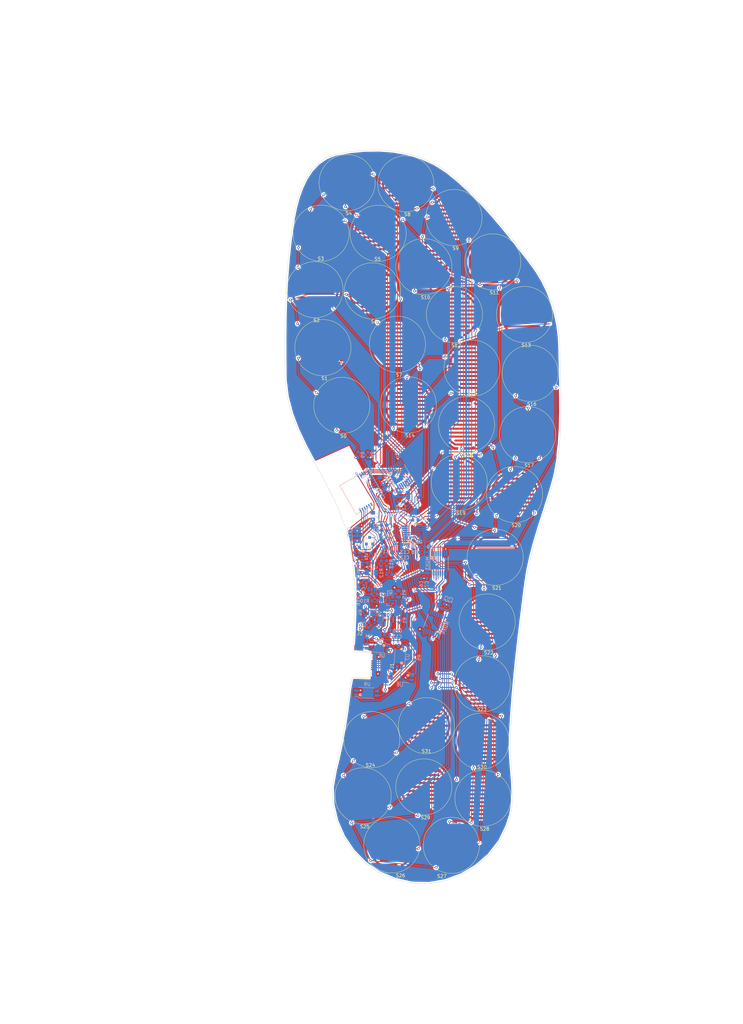
<source format=kicad_pcb>
(kicad_pcb (version 20171130) (host pcbnew "(5.0.0)")
  (layers (0 F.Cu signal) (31 B.Cu signal) (34 B.Paste user hide) (35 F.Paste user hide) (36 B.SilkS user) (37 F.SilkS user) (38 B.Mask user) (39 F.Mask user) (44 Edge.Cuts user))
  (net 0 "")
  (net 1 GND)
  (net 2 +3V3)
  (net 3 +5V)
  (net 4 +BATT)
  (net 5 /U1_A7)
  (net 6 /U1_A6)
  (net 7 /U1_A5)
  (net 8 /U1_A4)
  (net 9 /U1_A3)
  (net 10 /U1_A2)
  (net 11 /U1_A1)
  (net 12 /U1_A0)
  (net 13 /U2_A7)
  (net 14 /U2_A6)
  (net 15 /U2_A5)
  (net 16 /U2_A4)
  (net 17 /U2_A3)
  (net 18 /U2_A2)
  (net 19 /U2_A1)
  (net 20 /U2_A0)
  (net 21 /U1_Data)
  (net 22 /U2_Data)
  (net 23 /U3_Data)
  (net 24 /U4_Data)
  (net 25 /U3_A7)
  (net 26 /U3_A6)
  (net 27 /U3_A5)
  (net 28 /U3_A4)
  (net 29 /U3_A3)
  (net 30 /U3_A2)
  (net 31 /U3_A1)
  (net 32 /U3_A0)
  (net 33 /U4_A7)
  (net 34 /U4_A6)
  (net 35 /U4_A5)
  (net 36 /U4_A4)
  (net 37 /U4_A3)
  (net 38 /U4_A2)
  (net 39 /U4_A1)
  (net 40 /U4_A0)
  (net 41 "Net-(L3-Pad1)")
  (net 42 "Net-(R1-Pad1)")
  (net 43 /S0)
  (net 44 /S1)
  (net 45 /S2)
  (net 46 /MUX_E)
  (net 47 -BATT)
  (net 48 "Net-(C1-Pad1)")
  (net 49 Analog_Batt_Lvl)
  (net 50 Enable_Batt_Lvl)
  (net 51 "Net-(R5-Pad1)")
  (net 52 "Net-(R5-Pad2)")
  (net 53 "Net-(R10-Pad1)")
  (net 54 "Net-(R11-Pad1)")
  (net 55 XRES)
  (net 56 P0.6)
  (net 57 P0.7)
  (net 58 /P0.7_USB)
  (net 59 /P0.6_USB)
  (net 60 /XRES_USB)
  (net 61 "Net-(Q2-Pad3)")
  (net 62 /+3V3_VDDR)
  (net 63 /+3V3_VDD)
  (net 64 /+BATT_CUT)
  (net 65 "Net-(JP2-Pad2)")
  (net 66 "Net-(JP3-Pad1)")
  (net 67 /SCL)
  (net 68 /SDA)
  (net 69 "Net-(JP5-Pad1)")
  (net 70 P4.0)
  (net 71 P4.1)
  (module Resistor_SMD:R_0603_1608Metric (layer B.Cu) (at 186.159453 178.870707 90)
    (fp_text reference R17 (at 2.81 0.08 90) (layer B.SilkS) (effects (font (size 0.7 0.7)) (justify mirror)))
    (fp_text value 10k)
    (pad 2 smd roundrect (at 0.7875 0 90) (size 0.875 0.95) (layers B.Cu B.Paste B.Mask) (net 56 P0.6))
    (pad 1 smd roundrect (at -0.7875 0 90) (size 0.875 0.95) (layers B.Cu B.Paste B.Mask) (net 2 +3V3))
  )
  (module Capacitor_SMD:C_0603_1608Metric (layer B.Cu) (at 191.119453 182.530707 359)
    (fp_text reference C3 (at 2.530154 0.127757 359) (layer B.SilkS) (effects (justify mirror)))
    (fp_text value 4.7uF)
    (pad 2 smd roundrect (at 0.7875 0 359) (size 0.875 0.95) (layers B.Cu B.Paste B.Mask) (net 64 /+BATT_CUT))
    (pad 1 smd roundrect (at -0.7875 0 359) (size 0.875 0.95) (layers B.Cu B.Paste B.Mask) (net 1 GND))
  )
  (module Package_TO_SOT_SMD:TSOT-23-5 (layer B.Cu) (at 190.329453 179.740707 89)
    (fp_text reference U3 (at -0.231479 2.438411 179) (layer B.SilkS) (effects (font (size 0.9 0.9)) (justify mirror)))
    (fp_text value ADP2108AUJ-3.3)
    (pad 5 smd rect (at 1.31 0.95 89) (size 1.22 0.65) (layers B.Cu B.Paste B.Mask) (net 41 "Net-(L3-Pad1)"))
    (pad 4 smd rect (at 1.31 -0.95 89) (size 1.22 0.65) (layers B.Cu B.Paste B.Mask) (net 2 +3V3))
    (pad 3 smd rect (at -1.31 -0.95 89) (size 1.22 0.65) (layers B.Cu B.Paste B.Mask) (net 64 /+BATT_CUT))
    (pad 2 smd rect (at -1.31 0 89) (size 1.22 0.65) (layers B.Cu B.Paste B.Mask) (net 1 GND))
    (pad 1 smd rect (at -1.31 0.95 89) (size 1.22 0.65) (layers B.Cu B.Paste B.Mask) (net 64 /+BATT_CUT))
  )
  (module fsr_footprints:FSR_Circle_7mm (layer F.Cu) (at 182.859453 57.890707)
    (fp_text reference S4 (at 0.5 9.3 180) (layer F.SilkS))
    (fp_text value FSR)
    (pad 1 smd custom (at -6.7 1.2) (size 0.5 0.5) (layers F.Cu F.Mask) (net 21 /U1_Data) (options (clearance outline) (anchor circle)) (primitives (gr_line (start 12.3 -2.4) (end 0.1 -2.4) (width 0.6)) (gr_line (start 7.7 -7.2) (end 3.3 -7.2) (width 0.6)) (gr_line (start 12.3 0) (end 0.1 0) (width 0.6)) (gr_line (start 11.1 -4.8) (end 0.9 -4.8) (width 0.6)) (gr_line (start 8.1 4.8) (end 3.3 4.8) (width 0.6)) (gr_line (start 11.1 2.4) (end 0.9 2.4) (width 0.6)) (gr_arc (start 6.7 -1.2) (end 3.3 -7.2) (angle -120.9) (width 0.6))))
    (pad 2 smd custom (at 6.8 0) (size 0.5 0.5) (layers F.Cu F.Mask) (net 8 /U1_A4) (options (clearance outline) (anchor circle)) (primitives (gr_line (start -10.2 4.8) (end -2 4.8) (width 0.6)) (gr_line (start -11.8 2.4) (end -0.4 2.4) (width 0.6)) (gr_arc (start -6.8 0) (end -3.8 6.2) (angle -133.6) (width 0.6)) (gr_line (start -12 -2.4) (end -0.4 -2.4) (width 0.6)) (gr_line (start -12.4 0) (end -0.2 0) (width 0.6)) (gr_line (start -10 -4.8) (end -2 -4.8) (width 0.6))))
  )
  (module fsr_footprints:FSR_Circle_7mm (layer F.Cu) (at 215.219453 68.480707)
    (fp_text reference S9 (at 0.5 9.3 180) (layer F.SilkS))
    (fp_text value FSR)
    (pad 1 smd custom (at -6.7 1.2) (size 0.5 0.5) (layers F.Cu F.Mask) (net 22 /U2_Data) (options (clearance outline) (anchor circle)) (primitives (gr_line (start 12.3 -2.4) (end 0.1 -2.4) (width 0.6)) (gr_line (start 7.7 -7.2) (end 3.3 -7.2) (width 0.6)) (gr_line (start 12.3 0) (end 0.1 0) (width 0.6)) (gr_line (start 11.1 -4.8) (end 0.9 -4.8) (width 0.6)) (gr_line (start 8.1 4.8) (end 3.3 4.8) (width 0.6)) (gr_line (start 11.1 2.4) (end 0.9 2.4) (width 0.6)) (gr_arc (start 6.7 -1.2) (end 3.3 -7.2) (angle -120.9) (width 0.6))))
    (pad 2 smd custom (at 6.8 0) (size 0.5 0.5) (layers F.Cu F.Mask) (net 19 /U2_A1) (options (clearance outline) (anchor circle)) (primitives (gr_line (start -10.2 4.8) (end -2 4.8) (width 0.6)) (gr_line (start -11.8 2.4) (end -0.4 2.4) (width 0.6)) (gr_arc (start -6.8 0) (end -3.8 6.2) (angle -133.6) (width 0.6)) (gr_line (start -12 -2.4) (end -0.4 -2.4) (width 0.6)) (gr_line (start -12.4 0) (end -0.2 0) (width 0.6)) (gr_line (start -10 -4.8) (end -2 -4.8) (width 0.6))))
  )
  (module Connector_PinHeader_1.00mm:PinHeader_1x02_P1.00mm_Vertical (layer F.Cu) (at 186.859453 192.860707 176)
    (fp_text reference J2 (at 0 -1.56 176) (layer F.SilkS))
    (fp_text value 3V7_Battery)
    (pad 2 thru_hole oval (at 0 1 176) (size 0.85 0.85) (drill 0.5) (layers *.Cu *.Mask) (net 4 +BATT))
    (pad 1 thru_hole rect (at 0 0 176) (size 0.85 0.85) (drill 0.5) (layers *.Cu *.Mask) (net 47 -BATT))
  )
  (module Package_LGA:Bosch_LGA-14_3x2.5mm_P0.5mm (layer B.Cu) (at 195.749453 167.210707 180)
    (fp_text reference U2 (at 0 2.5 180) (layer B.SilkS) (effects (justify mirror)))
    (fp_text value ISM330DLC)
    (pad 11 smd rect (at 1.2625 0.75 180) (size 0.675 0.25) (layers B.Cu B.Paste B.Mask))
    (pad 10 smd rect (at 1.2625 0.25 180) (size 0.675 0.25) (layers B.Cu B.Paste B.Mask))
    (pad 9 smd rect (at 1.2625 -0.25 180) (size 0.675 0.25) (layers B.Cu B.Paste B.Mask))
    (pad 8 smd rect (at 1.2625 -0.75 180) (size 0.675 0.25) (layers B.Cu B.Paste B.Mask) (net 2 +3V3))
    (pad 4 smd rect (at -1.2625 -0.75 180) (size 0.675 0.25) (layers B.Cu B.Paste B.Mask))
    (pad 3 smd rect (at -1.2625 -0.25 180) (size 0.675 0.25) (layers B.Cu B.Paste B.Mask) (net 1 GND))
    (pad 2 smd rect (at -1.2625 0.25 180) (size 0.675 0.25) (layers B.Cu B.Paste B.Mask) (net 1 GND))
    (pad 1 smd rect (at -1.2625 0.75 180) (size 0.675 0.25) (layers B.Cu B.Paste B.Mask) (net 1 GND))
    (pad 7 smd rect (at 0.5 -1.0125 180) (size 0.25 0.675) (layers B.Cu B.Paste B.Mask) (net 1 GND))
    (pad 6 smd rect (at 0 -1.0125 180) (size 0.25 0.675) (layers B.Cu B.Paste B.Mask) (net 1 GND))
    (pad 5 smd rect (at -0.5 -1.0125 180) (size 0.25 0.675) (layers B.Cu B.Paste B.Mask) (net 2 +3V3))
    (pad 12 smd rect (at 0.5 1.0125 180) (size 0.25 0.675) (layers B.Cu B.Paste B.Mask))
    (pad 14 smd rect (at -0.5 1.0125 180) (size 0.25 0.675) (layers B.Cu B.Paste B.Mask) (net 68 /SDA))
    (pad 13 smd rect (at 0 1.0125 180) (size 0.25 0.675) (layers B.Cu B.Paste B.Mask) (net 67 /SCL))
  )
  (module Capacitor_SMD:C_0603_1608Metric (layer B.Cu) (at 189.419453 191.850707 266)
    (fp_text reference C1 (at 0 1.43 266) (layer B.SilkS) (effects (justify mirror)))
    (fp_text value 0.1uF)
    (pad 2 smd roundrect (at 0.7875 0 266) (size 0.875 0.95) (layers B.Cu B.Paste B.Mask) (net 47 -BATT))
    (pad 1 smd roundrect (at -0.7875 0 266) (size 0.875 0.95) (layers B.Cu B.Paste B.Mask) (net 48 "Net-(C1-Pad1)"))
  )
  (module Capacitor_SMD:C_0603_1608Metric (layer B.Cu) (at 213.399453 186.660707 250)
    (fp_text reference C2 (at -2.498995 0.005009 250) (layer B.SilkS) (effects (justify mirror)))
    (fp_text value 1uF)
    (pad 2 smd roundrect (at 0.7875 0 250) (size 0.875 0.95) (layers B.Cu B.Paste B.Mask) (net 2 +3V3))
    (pad 1 smd roundrect (at -0.7875 0 250) (size 0.875 0.95) (layers B.Cu B.Paste B.Mask) (net 1 GND))
  )
  (module Capacitor_SMD:C_0603_1608Metric (layer B.Cu) (at 187.937453 178.998707 269)
    (fp_text reference C4 (at 2.285652 -0.039896 269) (layer B.SilkS) (effects (justify mirror)))
    (fp_text value 10uF)
    (pad 2 smd roundrect (at 0.7875 0 269) (size 0.875 0.95) (layers B.Cu B.Paste B.Mask) (net 1 GND))
    (pad 1 smd roundrect (at -0.7875 0 269) (size 0.875 0.95) (layers B.Cu B.Paste B.Mask) (net 2 +3V3))
  )
  (module Capacitor_SMD:C_0603_1608Metric (layer B.Cu) (at 211.949453 186.110707 250)
    (fp_text reference C5 (at -2.392243 -0.140264 250) (layer B.SilkS) (effects (justify mirror)))
    (fp_text value 0.1uF)
    (pad 2 smd roundrect (at 0.7875 0 250) (size 0.875 0.95) (layers B.Cu B.Paste B.Mask) (net 2 +3V3))
    (pad 1 smd roundrect (at -0.7875 0 250) (size 0.875 0.95) (layers B.Cu B.Paste B.Mask) (net 1 GND))
  )
  (module Capacitor_SMD:C_0603_1608Metric (layer B.Cu) (at 205.349453 176.898207 90)
    (fp_text reference C6 (at -2.5125 0 90) (layer B.SilkS) (effects (justify mirror)))
    (fp_text value 1uF)
    (pad 2 smd roundrect (at 0.7875 0 90) (size 0.875 0.95) (layers B.Cu B.Paste B.Mask) (net 2 +3V3))
    (pad 1 smd roundrect (at -0.7875 0 90) (size 0.875 0.95) (layers B.Cu B.Paste B.Mask) (net 1 GND))
  )
  (module Capacitor_SMD:C_0603_1608Metric (layer B.Cu) (at 206.949453 176.910707 90)
    (fp_text reference C7 (at -2.5 0 90) (layer B.SilkS) (effects (justify mirror)))
    (fp_text value 0.1uF)
    (pad 2 smd roundrect (at 0.7875 0 90) (size 0.875 0.95) (layers B.Cu B.Paste B.Mask) (net 2 +3V3))
    (pad 1 smd roundrect (at -0.7875 0 90) (size 0.875 0.95) (layers B.Cu B.Paste B.Mask) (net 1 GND))
  )
  (module Capacitor_SMD:C_0603_1608Metric (layer B.Cu) (at 205.561953 169.810707)
    (fp_text reference C8 (at -2.3125 0) (layer B.SilkS) (effects (justify mirror)))
    (fp_text value 1uF)
    (pad 2 smd roundrect (at 0.7875 0) (size 0.875 0.95) (layers B.Cu B.Paste B.Mask) (net 2 +3V3))
    (pad 1 smd roundrect (at -0.7875 0) (size 0.875 0.95) (layers B.Cu B.Paste B.Mask) (net 1 GND))
  )
  (module Capacitor_SMD:C_0603_1608Metric (layer B.Cu) (at 205.561953 168.210707)
    (fp_text reference C9 (at 2.3875 0) (layer B.SilkS) (effects (justify mirror)))
    (fp_text value 0.1uF)
    (pad 2 smd roundrect (at 0.7875 0) (size 0.875 0.95) (layers B.Cu B.Paste B.Mask) (net 2 +3V3))
    (pad 1 smd roundrect (at -0.7875 0) (size 0.875 0.95) (layers B.Cu B.Paste B.Mask) (net 1 GND))
  )
  (module Capacitor_SMD:C_0603_1608Metric (layer B.Cu) (at 199.974453 153.773207 90)
    (fp_text reference C10 (at -2.9375 0.075 90) (layer B.SilkS) (effects (justify mirror)))
    (fp_text value 1uF)
    (pad 2 smd roundrect (at 0.7875 0 90) (size 0.875 0.95) (layers B.Cu B.Paste B.Mask) (net 2 +3V3))
    (pad 1 smd roundrect (at -0.7875 0 90) (size 0.875 0.95) (layers B.Cu B.Paste B.Mask) (net 1 GND))
  )
  (module Capacitor_SMD:C_0603_1608Metric (layer B.Cu) (at 198.349453 153.785707 90)
    (fp_text reference C11 (at -2.95 0.075 90) (layer B.SilkS) (effects (justify mirror)))
    (fp_text value 0.1uF)
    (pad 2 smd roundrect (at 0.7875 0 90) (size 0.875 0.95) (layers B.Cu B.Paste B.Mask) (net 2 +3V3))
    (pad 1 smd roundrect (at -0.7875 0 90) (size 0.875 0.95) (layers B.Cu B.Paste B.Mask) (net 1 GND))
  )
  (module Capacitor_SMD:C_0603_1608Metric (layer B.Cu) (at 197.436953 171.310707 180)
    (fp_text reference C12 (at -2.9125 -0.1 180) (layer B.SilkS) (effects (justify mirror)))
    (fp_text value 1uF)
    (pad 2 smd roundrect (at 0.7875 0 180) (size 0.875 0.95) (layers B.Cu B.Paste B.Mask) (net 2 +3V3))
    (pad 1 smd roundrect (at -0.7875 0 180) (size 0.875 0.95) (layers B.Cu B.Paste B.Mask) (net 1 GND))
  )
  (module Capacitor_SMD:C_0603_1608Metric (layer B.Cu) (at 197.436953 169.710707 180)
    (fp_text reference C13 (at -2.9225 -0.03 180) (layer B.SilkS) (effects (justify mirror)))
    (fp_text value 0.1uF)
    (pad 2 smd roundrect (at 0.7875 0 180) (size 0.875 0.95) (layers B.Cu B.Paste B.Mask) (net 2 +3V3))
    (pad 1 smd roundrect (at -0.7875 0 180) (size 0.875 0.95) (layers B.Cu B.Paste B.Mask) (net 1 GND))
  )
  (module Capacitor_SMD:C_0603_1608Metric (layer B.Cu) (at 193.949453 170.910707)
    (fp_text reference C14 (at 0.22 -1.35) (layer B.SilkS) (effects (justify mirror)))
    (fp_text value 0.1uF)
    (pad 2 smd roundrect (at 0.7875 0) (size 0.875 0.95) (layers B.Cu B.Paste B.Mask) (net 1 GND))
    (pad 1 smd roundrect (at -0.7875 0) (size 0.875 0.95) (layers B.Cu B.Paste B.Mask) (net 49 Analog_Batt_Lvl))
  )
  (module Inductor_SMD:L_0805_2012Metric_Pad1.15x1.40mm_HandSolder (layer B.Cu) (at 190.619453 158.855707 90)
    (fp_text reference L1 (at 0 1.65 90) (layer B.SilkS) (effects (justify mirror)))
    (fp_text value "300ohm 100MHz")
    (pad 2 smd roundrect (at 1.025 0 90) (size 1.15 1.4) (layers B.Cu B.Paste B.Mask) (roundrect_rratio 0.217391) (net 62 /+3V3_VDDR))
    (pad 1 smd roundrect (at -1.025 0 90) (size 1.15 1.4) (layers B.Cu B.Paste B.Mask) (roundrect_rratio 0.217391) (net 2 +3V3))
  )
  (module Inductor_SMD:L_0805_2012Metric_Pad1.15x1.40mm_HandSolder (layer B.Cu) (at 193.299453 148.020707 120)
    (fp_text reference L2 (at 0 1.65 120) (layer B.SilkS) (effects (justify mirror)))
    (fp_text value "300ohm 100MHz")
    (pad 2 smd roundrect (at 1.025 0 120) (size 1.15 1.4) (layers B.Cu B.Paste B.Mask) (roundrect_rratio 0.217391) (net 63 /+3V3_VDD))
    (pad 1 smd roundrect (at -1.025 0 120) (size 1.15 1.4) (layers B.Cu B.Paste B.Mask) (roundrect_rratio 0.217391) (net 2 +3V3))
  )
  (module Package_SO:TSSOP-16_4.4x5mm_P0.65mm (layer B.Cu) (at 198.849453 146.410707 300)
    (fp_text reference MUX1 (at 0 3.55 300) (layer B.SilkS) (effects (justify mirror)))
    (fp_text value CD74HC4051)
    (pad 16 smd rect (at 2.95 2.275 300) (size 1.5 0.45) (layers B.Cu B.Paste B.Mask) (net 2 +3V3))
    (pad 15 smd rect (at 2.95 1.625 300) (size 1.5 0.45) (layers B.Cu B.Paste B.Mask) (net 10 /U1_A2))
    (pad 14 smd rect (at 2.95 0.975 300) (size 1.5 0.45) (layers B.Cu B.Paste B.Mask) (net 11 /U1_A1))
    (pad 13 smd rect (at 2.95 0.325 300) (size 1.5 0.45) (layers B.Cu B.Paste B.Mask) (net 12 /U1_A0))
    (pad 12 smd rect (at 2.95 -0.325 300) (size 1.5 0.45) (layers B.Cu B.Paste B.Mask) (net 9 /U1_A3))
    (pad 11 smd rect (at 2.95 -0.975 300) (size 1.5 0.45) (layers B.Cu B.Paste B.Mask) (net 43 /S0))
    (pad 10 smd rect (at 2.95 -1.625 300) (size 1.5 0.45) (layers B.Cu B.Paste B.Mask) (net 44 /S1))
    (pad 9 smd rect (at 2.95 -2.275 300) (size 1.5 0.45) (layers B.Cu B.Paste B.Mask) (net 45 /S2))
    (pad 8 smd rect (at -2.95 -2.275 300) (size 1.5 0.45) (layers B.Cu B.Paste B.Mask) (net 1 GND))
    (pad 7 smd rect (at -2.95 -1.625 300) (size 1.5 0.45) (layers B.Cu B.Paste B.Mask) (net 1 GND))
    (pad 6 smd rect (at -2.95 -0.975 300) (size 1.5 0.45) (layers B.Cu B.Paste B.Mask) (net 46 /MUX_E))
    (pad 5 smd rect (at -2.95 -0.325 300) (size 1.5 0.45) (layers B.Cu B.Paste B.Mask) (net 7 /U1_A5))
    (pad 4 smd rect (at -2.95 0.325 300) (size 1.5 0.45) (layers B.Cu B.Paste B.Mask) (net 5 /U1_A7))
    (pad 3 smd rect (at -2.95 0.975 300) (size 1.5 0.45) (layers B.Cu B.Paste B.Mask) (net 2 +3V3))
    (pad 2 smd rect (at -2.95 1.625 300) (size 1.5 0.45) (layers B.Cu B.Paste B.Mask) (net 6 /U1_A6))
    (pad 1 smd rect (at -2.95 2.275 300) (size 1.5 0.45) (layers B.Cu B.Paste B.Mask) (net 8 /U1_A4))
  )
  (module Package_SO:TSSOP-16_4.4x5mm_P0.65mm (layer B.Cu) (at 203.449453 164.210707)
    (fp_text reference MUX2 (at -1.7 3.6) (layer B.SilkS) (effects (justify mirror)))
    (fp_text value CD74HC4051)
    (pad 16 smd rect (at 2.95 2.275) (size 1.5 0.45) (layers B.Cu B.Paste B.Mask) (net 2 +3V3))
    (pad 15 smd rect (at 2.95 1.625) (size 1.5 0.45) (layers B.Cu B.Paste B.Mask) (net 18 /U2_A2))
    (pad 14 smd rect (at 2.95 0.975) (size 1.5 0.45) (layers B.Cu B.Paste B.Mask) (net 19 /U2_A1))
    (pad 13 smd rect (at 2.95 0.325) (size 1.5 0.45) (layers B.Cu B.Paste B.Mask) (net 20 /U2_A0))
    (pad 12 smd rect (at 2.95 -0.325) (size 1.5 0.45) (layers B.Cu B.Paste B.Mask) (net 17 /U2_A3))
    (pad 11 smd rect (at 2.95 -0.975) (size 1.5 0.45) (layers B.Cu B.Paste B.Mask) (net 43 /S0))
    (pad 10 smd rect (at 2.95 -1.625) (size 1.5 0.45) (layers B.Cu B.Paste B.Mask) (net 44 /S1))
    (pad 9 smd rect (at 2.95 -2.275) (size 1.5 0.45) (layers B.Cu B.Paste B.Mask) (net 45 /S2))
    (pad 8 smd rect (at -2.95 -2.275) (size 1.5 0.45) (layers B.Cu B.Paste B.Mask) (net 1 GND))
    (pad 7 smd rect (at -2.95 -1.625) (size 1.5 0.45) (layers B.Cu B.Paste B.Mask) (net 1 GND))
    (pad 6 smd rect (at -2.95 -0.975) (size 1.5 0.45) (layers B.Cu B.Paste B.Mask) (net 46 /MUX_E))
    (pad 5 smd rect (at -2.95 -0.325) (size 1.5 0.45) (layers B.Cu B.Paste B.Mask) (net 15 /U2_A5))
    (pad 4 smd rect (at -2.95 0.325) (size 1.5 0.45) (layers B.Cu B.Paste B.Mask) (net 13 /U2_A7))
    (pad 3 smd rect (at -2.95 0.975) (size 1.5 0.45) (layers B.Cu B.Paste B.Mask) (net 2 +3V3))
    (pad 2 smd rect (at -2.95 1.625) (size 1.5 0.45) (layers B.Cu B.Paste B.Mask) (net 14 /U2_A6))
    (pad 1 smd rect (at -2.95 2.275) (size 1.5 0.45) (layers B.Cu B.Paste B.Mask) (net 16 /U2_A4))
  )
  (module Package_SO:TSSOP-16_4.4x5mm_P0.65mm (layer B.Cu) (at 210.749453 173.160707 270)
    (fp_text reference MUX3 (at 0 3.55 270) (layer B.SilkS) (effects (justify mirror)))
    (fp_text value CD74HC4051)
    (pad 16 smd rect (at 2.95 2.275 270) (size 1.5 0.45) (layers B.Cu B.Paste B.Mask) (net 2 +3V3))
    (pad 15 smd rect (at 2.95 1.625 270) (size 1.5 0.45) (layers B.Cu B.Paste B.Mask) (net 30 /U3_A2))
    (pad 14 smd rect (at 2.95 0.975 270) (size 1.5 0.45) (layers B.Cu B.Paste B.Mask) (net 31 /U3_A1))
    (pad 13 smd rect (at 2.95 0.325 270) (size 1.5 0.45) (layers B.Cu B.Paste B.Mask) (net 32 /U3_A0))
    (pad 12 smd rect (at 2.95 -0.325 270) (size 1.5 0.45) (layers B.Cu B.Paste B.Mask) (net 29 /U3_A3))
    (pad 11 smd rect (at 2.95 -0.975 270) (size 1.5 0.45) (layers B.Cu B.Paste B.Mask) (net 43 /S0))
    (pad 10 smd rect (at 2.95 -1.625 270) (size 1.5 0.45) (layers B.Cu B.Paste B.Mask) (net 44 /S1))
    (pad 9 smd rect (at 2.95 -2.275 270) (size 1.5 0.45) (layers B.Cu B.Paste B.Mask) (net 45 /S2))
    (pad 8 smd rect (at -2.95 -2.275 270) (size 1.5 0.45) (layers B.Cu B.Paste B.Mask) (net 1 GND))
    (pad 7 smd rect (at -2.95 -1.625 270) (size 1.5 0.45) (layers B.Cu B.Paste B.Mask) (net 1 GND))
    (pad 6 smd rect (at -2.95 -0.975 270) (size 1.5 0.45) (layers B.Cu B.Paste B.Mask) (net 46 /MUX_E))
    (pad 5 smd rect (at -2.95 -0.325 270) (size 1.5 0.45) (layers B.Cu B.Paste B.Mask) (net 27 /U3_A5))
    (pad 4 smd rect (at -2.95 0.325 270) (size 1.5 0.45) (layers B.Cu B.Paste B.Mask) (net 25 /U3_A7))
    (pad 3 smd rect (at -2.95 0.975 270) (size 1.5 0.45) (layers B.Cu B.Paste B.Mask) (net 2 +3V3))
    (pad 2 smd rect (at -2.95 1.625 270) (size 1.5 0.45) (layers B.Cu B.Paste B.Mask) (net 26 /U3_A6))
    (pad 1 smd rect (at -2.95 2.275 270) (size 1.5 0.45) (layers B.Cu B.Paste B.Mask) (net 28 /U3_A4))
  )
  (module Package_SO:TSSOP-16_4.4x5mm_P0.65mm (layer B.Cu) (at 209.299453 191.460707 70)
    (fp_text reference MUX4 (at 0 3.55 70) (layer B.SilkS) (effects (justify mirror)))
    (fp_text value CD74HC4051)
    (pad 16 smd rect (at 2.95 2.275 70) (size 1.5 0.45) (layers B.Cu B.Paste B.Mask) (net 2 +3V3))
    (pad 15 smd rect (at 2.95 1.625 70) (size 1.5 0.45) (layers B.Cu B.Paste B.Mask) (net 38 /U4_A2))
    (pad 14 smd rect (at 2.95 0.975 70) (size 1.5 0.45) (layers B.Cu B.Paste B.Mask) (net 39 /U4_A1))
    (pad 13 smd rect (at 2.95 0.325 70) (size 1.5 0.45) (layers B.Cu B.Paste B.Mask) (net 40 /U4_A0))
    (pad 12 smd rect (at 2.95 -0.325 70) (size 1.5 0.45) (layers B.Cu B.Paste B.Mask) (net 37 /U4_A3))
    (pad 11 smd rect (at 2.95 -0.975 70) (size 1.5 0.45) (layers B.Cu B.Paste B.Mask) (net 43 /S0))
    (pad 10 smd rect (at 2.95 -1.625 70) (size 1.5 0.45) (layers B.Cu B.Paste B.Mask) (net 44 /S1))
    (pad 9 smd rect (at 2.95 -2.275 70) (size 1.5 0.45) (layers B.Cu B.Paste B.Mask) (net 45 /S2))
    (pad 8 smd rect (at -2.95 -2.275 70) (size 1.5 0.45) (layers B.Cu B.Paste B.Mask) (net 1 GND))
    (pad 7 smd rect (at -2.95 -1.625 70) (size 1.5 0.45) (layers B.Cu B.Paste B.Mask) (net 1 GND))
    (pad 6 smd rect (at -2.95 -0.975 70) (size 1.5 0.45) (layers B.Cu B.Paste B.Mask) (net 46 /MUX_E))
    (pad 5 smd rect (at -2.95 -0.325 70) (size 1.5 0.45) (layers B.Cu B.Paste B.Mask) (net 35 /U4_A5))
    (pad 4 smd rect (at -2.95 0.325 70) (size 1.5 0.45) (layers B.Cu B.Paste B.Mask) (net 33 /U4_A7))
    (pad 3 smd rect (at -2.95 0.975 70) (size 1.5 0.45) (layers B.Cu B.Paste B.Mask) (net 2 +3V3))
    (pad 2 smd rect (at -2.95 1.625 70) (size 1.5 0.45) (layers B.Cu B.Paste B.Mask) (net 34 /U4_A6))
    (pad 1 smd rect (at -2.95 2.275 70) (size 1.5 0.45) (layers B.Cu B.Paste B.Mask) (net 36 /U4_A4))
  )
  (module Package_TO_SOT_SMD:SOT-23 (layer B.Cu) (at 189.649453 166.310707 90)
    (fp_text reference Q2 (at -2.22 0.02 180) (layer B.SilkS) (effects (font (size 0.7 0.7)) (justify mirror)))
    (fp_text value Q_PMOS_GSD)
    (pad 3 smd rect (at 1 0 90) (size 0.9 0.8) (layers B.Cu B.Paste B.Mask) (net 61 "Net-(Q2-Pad3)"))
    (pad 2 smd rect (at -1 -0.95 90) (size 0.9 0.8) (layers B.Cu B.Paste B.Mask) (net 64 /+BATT_CUT))
    (pad 1 smd rect (at -1 0.95 90) (size 0.9 0.8) (layers B.Cu B.Paste B.Mask) (net 50 Enable_Batt_Lvl))
  )
  (module Resistor_SMD:R_0603_1608Metric (layer B.Cu) (at 198.830668 190.394286 87)
    (fp_text reference R1 (at 0 1.43 87) (layer B.SilkS) (effects (justify mirror)))
    (fp_text value 10k)
    (pad 2 smd roundrect (at 0.7875 0 87) (size 0.875 0.95) (layers B.Cu B.Paste B.Mask) (net 47 -BATT))
    (pad 1 smd roundrect (at -0.7875 0 87) (size 0.875 0.95) (layers B.Cu B.Paste B.Mask) (net 42 "Net-(R1-Pad1)"))
  )
  (module Resistor_SMD:R_0603_1608Metric (layer B.Cu) (at 194.036953 161.610707)
    (fp_text reference R2 (at -2.4875 0.1) (layer B.SilkS) (effects (justify mirror)))
    (fp_text value 10k)
    (pad 2 smd roundrect (at 0.7875 0) (size 0.875 0.95) (layers B.Cu B.Paste B.Mask) (net 68 /SDA))
    (pad 1 smd roundrect (at -0.7875 0) (size 0.875 0.95) (layers B.Cu B.Paste B.Mask) (net 2 +3V3))
  )
  (module Resistor_SMD:R_0603_1608Metric (layer B.Cu) (at 194.049453 163.210707)
    (fp_text reference R3 (at -2.4 0) (layer B.SilkS) (effects (justify mirror)))
    (fp_text value 10k)
    (pad 2 smd roundrect (at 0.7875 0) (size 0.875 0.95) (layers B.Cu B.Paste B.Mask) (net 67 /SCL))
    (pad 1 smd roundrect (at -0.7875 0) (size 0.875 0.95) (layers B.Cu B.Paste B.Mask) (net 2 +3V3))
  )
  (module Resistor_SMD:R_0603_1608Metric (layer B.Cu) (at 188.339453 188.080707 268)
    (fp_text reference R4 (at 0 1.43 268) (layer B.SilkS) (effects (justify mirror)))
    (fp_text value "390 ohm")
    (pad 2 smd roundrect (at 0.7875 0 268) (size 0.875 0.95) (layers B.Cu B.Paste B.Mask) (net 48 "Net-(C1-Pad1)"))
    (pad 1 smd roundrect (at -0.7875 0 268) (size 0.875 0.95) (layers B.Cu B.Paste B.Mask) (net 4 +BATT))
  )
  (module Resistor_SMD:R_0603_1608Metric (layer B.Cu) (at 203.249453 201.610707 86)
    (fp_text reference R5 (at 0 1.43 86) (layer B.SilkS) (effects (justify mirror)))
    (fp_text value 0-1k)
    (pad 2 smd roundrect (at 0.7875 0 86) (size 0.875 0.95) (layers B.Cu B.Paste B.Mask) (net 52 "Net-(R5-Pad2)"))
    (pad 1 smd roundrect (at -0.7875 0 86) (size 0.875 0.95) (layers B.Cu B.Paste B.Mask) (net 51 "Net-(R5-Pad1)"))
  )
  (module Resistor_SMD:R_0603_1608Metric (layer B.Cu) (at 195.636953 176.510707)
    (fp_text reference R6 (at 2.5125 0) (layer B.SilkS) (effects (justify mirror)))
    (fp_text value 10k)
    (pad 2 smd roundrect (at 0.7875 0) (size 0.875 0.95) (layers B.Cu B.Paste B.Mask) (net 24 /U4_Data))
    (pad 1 smd roundrect (at -0.7875 0) (size 0.875 0.95) (layers B.Cu B.Paste B.Mask) (net 1 GND))
  )
  (module Resistor_SMD:R_0603_1608Metric (layer B.Cu) (at 203.549453 160.060707)
    (fp_text reference R7 (at 2.5 0.05) (layer B.SilkS) (effects (justify mirror)))
    (fp_text value 10k)
    (pad 2 smd roundrect (at 0.7875 0) (size 0.875 0.95) (layers B.Cu B.Paste B.Mask) (net 23 /U3_Data))
    (pad 1 smd roundrect (at -0.7875 0) (size 0.875 0.95) (layers B.Cu B.Paste B.Mask) (net 1 GND))
  )
  (module Resistor_SMD:R_0603_1608Metric (layer B.Cu) (at 189.149453 140.298207 90)
    (fp_text reference R8 (at 0 1.43 90) (layer B.SilkS) (effects (justify mirror)))
    (fp_text value 10k)
    (pad 2 smd roundrect (at 0.7875 0 90) (size 0.875 0.95) (layers B.Cu B.Paste B.Mask) (net 22 /U2_Data))
    (pad 1 smd roundrect (at -0.7875 0 90) (size 0.875 0.95) (layers B.Cu B.Paste B.Mask) (net 1 GND))
  )
  (module Resistor_SMD:R_0603_1608Metric (layer B.Cu) (at 186.149453 140.310707 90)
    (fp_text reference R9 (at 0 1.43 90) (layer B.SilkS) (effects (justify mirror)))
    (fp_text value 10k)
    (pad 2 smd roundrect (at 0.7875 0 90) (size 0.875 0.95) (layers B.Cu B.Paste B.Mask) (net 21 /U1_Data))
    (pad 1 smd roundrect (at -0.7875 0 90) (size 0.875 0.95) (layers B.Cu B.Paste B.Mask) (net 1 GND))
  )
  (module Resistor_SMD:R_0603_1608Metric (layer B.Cu) (at 191.183953 184.452707)
    (fp_text reference R10 (at -2.9745 0.088) (layer B.SilkS) (effects (justify mirror)))
    (fp_text value 2.7k)
    (pad 2 smd roundrect (at 0.7875 0) (size 0.875 0.95) (layers B.Cu B.Paste B.Mask) (net 1 GND))
    (pad 1 smd roundrect (at -0.7875 0) (size 0.875 0.95) (layers B.Cu B.Paste B.Mask) (net 53 "Net-(R10-Pad1)"))
  )
  (module Resistor_SMD:R_0603_1608Metric (layer B.Cu) (at 189.733956 195.810707 175)
    (fp_text reference R11 (at -2.848361 -0.252711 175) (layer B.SilkS) (effects (justify mirror)))
    (fp_text value "100-500 ohm")
    (pad 2 smd roundrect (at 0.7875 0 175) (size 0.875 0.95) (layers B.Cu B.Paste B.Mask) (net 2 +3V3))
    (pad 1 smd roundrect (at -0.7875 0 175) (size 0.875 0.95) (layers B.Cu B.Paste B.Mask) (net 54 "Net-(R11-Pad1)"))
  )
  (module Resistor_SMD:R_0603_1608Metric (layer B.Cu) (at 193.149453 173.198207 90)
    (fp_text reference R12 (at -2.9125 0.1 90) (layer B.SilkS) (effects (justify mirror)))
    (fp_text value 10k)
    (pad 2 smd roundrect (at 0.7875 0 90) (size 0.875 0.95) (layers B.Cu B.Paste B.Mask) (net 49 Analog_Batt_Lvl))
    (pad 1 smd roundrect (at -0.7875 0 90) (size 0.875 0.95) (layers B.Cu B.Paste B.Mask) (net 61 "Net-(Q2-Pad3)"))
  )
  (module Resistor_SMD:R_0603_1608Metric (layer B.Cu) (at 194.849453 173.210707 270)
    (fp_text reference R13 (at 0.1 -1.4 270) (layer B.SilkS) (effects (justify mirror)))
    (fp_text value 10k)
    (pad 2 smd roundrect (at 0.7875 0 270) (size 0.875 0.95) (layers B.Cu B.Paste B.Mask) (net 1 GND))
    (pad 1 smd roundrect (at -0.7875 0 270) (size 0.875 0.95) (layers B.Cu B.Paste B.Mask) (net 49 Analog_Batt_Lvl))
  )
  (module Resistor_SMD:R_0603_1608Metric (layer B.Cu) (at 190.049453 170.923207 90)
    (fp_text reference R14 (at 0 1.43 90) (layer B.SilkS) (effects (font (size 0.7 0.7)) (justify mirror)))
    (fp_text value 100k)
    (pad 2 smd roundrect (at 0.7875 0 90) (size 0.875 0.95) (layers B.Cu B.Paste B.Mask) (net 50 Enable_Batt_Lvl))
    (pad 1 smd roundrect (at -0.7875 0 90) (size 0.875 0.95) (layers B.Cu B.Paste B.Mask) (net 64 /+BATT_CUT))
  )
  (module Package_TO_SOT_SMD:TSOT-23-5 (layer B.Cu) (at 195.249453 190.110707 267)
    (fp_text reference U1 (at -2.60167 0.036211 357) (layer B.SilkS) (effects (font (size 0.9 0.9)) (justify mirror)))
    (fp_text value STC4054-4.2)
    (pad 5 smd rect (at 1.31 0.95 267) (size 1.22 0.65) (layers B.Cu B.Paste B.Mask) (net 42 "Net-(R1-Pad1)"))
    (pad 4 smd rect (at 1.31 -0.95 267) (size 1.22 0.65) (layers B.Cu B.Paste B.Mask) (net 3 +5V))
    (pad 3 smd rect (at -1.31 -0.95 267) (size 1.22 0.65) (layers B.Cu B.Paste B.Mask) (net 4 +BATT))
    (pad 2 smd rect (at -1.31 0 267) (size 1.22 0.65) (layers B.Cu B.Paste B.Mask) (net 47 -BATT))
    (pad 1 smd rect (at -1.31 0.95 267) (size 1.22 0.65) (layers B.Cu B.Paste B.Mask))
  )
  (module Digikey_EZ_BLE:CYBLE-222014-01 (layer B.Cu) (at 188.719453 150.550707 300)
    (fp_text reference U4 (at -4 -13 300) (layer B.SilkS) (effects (justify mirror)))
    (fp_text value CYBLE-222014-01)
    (pad 1 smd rect (at 4.89 4.91 300) (size 1 0.41) (layers B.Cu B.Paste B.Mask) (net 1 GND))
    (pad 2 smd rect (at 4.89 4.14 300) (size 1 0.41) (layers B.Cu B.Paste B.Mask) (net 71 P4.1))
    (pad 3 smd rect (at 4.89 3.38 300) (size 1 0.41) (layers B.Cu B.Paste B.Mask) (net 50 Enable_Batt_Lvl))
    (pad 4 smd rect (at 4.89 2.62 300) (size 1 0.41) (layers B.Cu B.Paste B.Mask) (net 49 Analog_Batt_Lvl))
    (pad 5 smd rect (at 4.89 1.86 300) (size 1 0.41) (layers B.Cu B.Paste B.Mask) (net 62 /+3V3_VDDR))
    (pad 7 smd rect (at 4.34 -3.19 210) (size 1 0.41) (layers B.Cu B.Paste B.Mask) (net 46 /MUX_E))
    (pad 8 smd rect (at 3.58 -3.19 210) (size 1 0.41) (layers B.Cu B.Paste B.Mask) (net 57 P0.7))
    (pad 9 smd rect (at 2.81 -3.19 210) (size 1 0.41) (layers B.Cu B.Paste B.Mask) (net 68 /SDA))
    (pad 10 smd rect (at 2.05 -3.19 210) (size 1 0.41) (layers B.Cu B.Paste B.Mask) (net 67 /SCL))
    (pad 11 smd rect (at 1.29 -3.19 210) (size 1 0.41) (layers B.Cu B.Paste B.Mask) (net 1 GND))
    (pad 12 smd rect (at 0.53 -3.19 210) (size 1 0.41) (layers B.Cu B.Paste B.Mask) (net 56 P0.6))
    (pad 13 smd rect (at -0.23 -3.19 210) (size 1 0.41) (layers B.Cu B.Paste B.Mask) (net 24 /U4_Data))
    (pad 14 smd rect (at -1 -3.19 210) (size 1 0.41) (layers B.Cu B.Paste B.Mask) (net 63 /+3V3_VDD))
    (pad 15 smd rect (at -1.76 -3.19 210) (size 1 0.41) (layers B.Cu B.Paste B.Mask) (net 55 XRES))
    (pad 16 smd rect (at -2.52 -3.19 210) (size 1 0.41) (layers B.Cu B.Paste B.Mask) (net 23 /U3_Data))
    (pad 17 smd rect (at -3.28 -3.19 210) (size 1 0.41) (layers B.Cu B.Paste B.Mask) (net 22 /U2_Data))
    (pad 18 smd rect (at -4.04 -3.19 210) (size 1 0.41) (layers B.Cu B.Paste B.Mask) (net 21 /U1_Data))
    (pad 19 smd rect (at -4.6 -1.95 300) (size 1 0.41) (layers B.Cu B.Paste B.Mask) (net 43 /S0))
    (pad 20 smd rect (at -4.6 -1.19 300) (size 1 0.41) (layers B.Cu B.Paste B.Mask) (net 44 /S1))
    (pad 21 smd rect (at -4.6 -0.43 300) (size 1 0.41) (layers B.Cu B.Paste B.Mask) (net 45 /S2))
    (pad 22 smd rect (at -4.6 0.33 300) (size 1 0.41) (layers B.Cu B.Paste B.Mask) (net 70 P4.0))
    (pad 6 smd rect (at 4.89 1.1 300) (size 1 0.41) (layers B.Cu B.Paste B.Mask))
  )
  (module SamacSys_Parts:AP9211SAACHAC7 (layer B.Cu) (at 190.799453 188.260707 176)
    (fp_text reference U5 (at -1.955713 -0.013605 266) (layer B.SilkS) (effects (font (size 0.9 0.9)) (justify mirror)))
    (fp_text value AP9211SA-AN-HAC-7 hide)
    (pad 7 smd rect (at 0 0 86) (size 1.8 1.8) (layers B.Cu B.Paste B.Mask))
    (pad 6 smd rect (at -0.599 1.35 86) (size 0.5 0.75) (layers B.Cu B.Paste B.Mask) (net 1 GND))
    (pad 5 smd rect (at 0.176 1.35 176) (size 0.4 0.5) (layers B.Cu B.Paste B.Mask) (net 53 "Net-(R10-Pad1)"))
    (pad 4 smd rect (at 0.776 1.35 176) (size 0.4 0.5) (layers B.Cu B.Paste B.Mask))
    (pad 3 smd rect (at 0.776 -1.35 176) (size 0.4 0.5) (layers B.Cu B.Paste B.Mask) (net 48 "Net-(C1-Pad1)"))
    (pad 2 smd rect (at 0.176004 -1.35 176) (size 0.4 0.5) (layers B.Cu B.Paste B.Mask) (net 47 -BATT))
    (pad 1 smd rect (at -0.599 -1.35 86) (size 0.5 0.75) (layers B.Cu B.Paste B.Mask) (net 47 -BATT))
  )
  (module Package_SO:SOP-4_4.4x2.8mm_P1.27mm (layer B.Cu) (at 192.049453 198.510707 175)
    (fp_text reference U6 (at -1.521658 -2.476804 175) (layer B.SilkS) (effects (justify mirror)))
    (fp_text value TCMT1100)
    (pad 4 smd rect (at 3.15 0.64 175) (size 1.3 0.8) (layers B.Cu B.Paste B.Mask) (net 2 +3V3))
    (pad 3 smd rect (at 3.15 -0.64 175) (size 1.3 0.8) (layers B.Cu B.Paste B.Mask) (net 52 "Net-(R5-Pad2)"))
    (pad 2 smd rect (at -3.15 -0.64 175) (size 1.3 0.8) (layers B.Cu B.Paste B.Mask) (net 3 +5V))
    (pad 1 smd rect (at -3.15 0.64 175) (size 1.3 0.8) (layers B.Cu B.Paste B.Mask) (net 54 "Net-(R11-Pad1)"))
  )
  (module Package_SO:SOP-4_4.4x2.8mm_P1.27mm (layer B.Cu) (at 198.849453 201.410707 86)
    (fp_text reference U7 (at 0 2.4 86) (layer B.SilkS) (effects (justify mirror)))
    (fp_text value TCMT1100)
    (pad 4 smd rect (at 3.15 0.64 86) (size 1.3 0.8) (layers B.Cu B.Paste B.Mask) (net 60 /XRES_USB))
    (pad 3 smd rect (at 3.15 -0.64 86) (size 1.3 0.8) (layers B.Cu B.Paste B.Mask) (net 55 XRES))
    (pad 2 smd rect (at -3.15 -0.64 86) (size 1.3 0.8) (layers B.Cu B.Paste B.Mask) (net 1 GND))
    (pad 1 smd rect (at -3.15 0.64 86) (size 1.3 0.8) (layers B.Cu B.Paste B.Mask) (net 51 "Net-(R5-Pad1)"))
  )
  (module Package_SO:SOP-4_4.4x2.8mm_P1.27mm (layer B.Cu) (at 199.349453 207.510707 174)
    (fp_text reference U8 (at 0.246393 -2.439117 174) (layer B.SilkS) (effects (justify mirror)))
    (fp_text value TCMT1100)
    (pad 4 smd rect (at 3.15 0.64 174) (size 1.3 0.8) (layers B.Cu B.Paste B.Mask) (net 59 /P0.6_USB))
    (pad 3 smd rect (at 3.15 -0.64 174) (size 1.3 0.8) (layers B.Cu B.Paste B.Mask) (net 56 P0.6))
    (pad 2 smd rect (at -3.15 -0.64 174) (size 1.3 0.8) (layers B.Cu B.Paste B.Mask) (net 1 GND))
    (pad 1 smd rect (at -3.15 0.64 174) (size 1.3 0.8) (layers B.Cu B.Paste B.Mask) (net 51 "Net-(R5-Pad1)"))
  )
  (module Package_SO:SOP-4_4.4x2.8mm_P1.27mm (layer B.Cu) (at 188.719453 212.420707 358)
    (fp_text reference U9 (at 0.157364 -2.657111 358) (layer B.SilkS) (effects (justify mirror)))
    (fp_text value TCMT1100)
    (pad 4 smd rect (at 3.15 0.64 358) (size 1.3 0.8) (layers B.Cu B.Paste B.Mask) (net 58 /P0.7_USB))
    (pad 3 smd rect (at 3.15 -0.64 358) (size 1.3 0.8) (layers B.Cu B.Paste B.Mask) (net 57 P0.7))
    (pad 2 smd rect (at -3.15 -0.64 358) (size 1.3 0.8) (layers B.Cu B.Paste B.Mask) (net 1 GND))
    (pad 1 smd rect (at -3.15 0.64 358) (size 1.3 0.8) (layers B.Cu B.Paste B.Mask) (net 51 "Net-(R5-Pad1)"))
  )
  (module Capacitor_SMD:C_0603_1608Metric (layer B.Cu) (at 194.935035 194.91564 356)
    (fp_text reference C15 (at 3.094999 0.155001 356) (layer B.SilkS) (effects (justify mirror)))
    (fp_text value 1uF)
    (pad 2 smd roundrect (at 0.7875 0 356) (size 0.875 0.95) (layers B.Cu B.Paste B.Mask) (net 3 +5V))
    (pad 1 smd roundrect (at -0.7875 0 356) (size 0.875 0.95) (layers B.Cu B.Paste B.Mask) (net 47 -BATT))
  )
  (module Capacitor_SMD:C_0603_1608Metric (layer B.Cu) (at 195.054454 193.345706 356)
    (fp_text reference C16 (at 3.044999 0.015001 356) (layer B.SilkS) (effects (justify mirror)))
    (fp_text value 0.1uF)
    (pad 2 smd roundrect (at 0.7875 0 356) (size 0.875 0.95) (layers B.Cu B.Paste B.Mask) (net 3 +5V))
    (pad 1 smd roundrect (at -0.7875 0 356) (size 0.875 0.95) (layers B.Cu B.Paste B.Mask) (net 47 -BATT))
  )
  (module Connector_USB:USB_Micro_CustomV2 (layer F.Cu) (at 187.769453 203.930707 268)
    (fp_text reference J1 (at 0 -8.7 268) (layer F.SilkS))
    (fp_text value Conn_Micro_USB)
    (pad 6 smd custom (at -5.2 -2.6 268) (size 1.6 2.4) (layers F.Cu F.Paste F.Mask) (net 47 -BATT) (options (clearance outline) (anchor rect)) (primitives (gr_poly (pts (xy 0.8 -1.2) (xy 1.025 -1.2) (xy 1.75 -0.6) (xy 1.75 0.2) (xy 0.8 0.2)) (width 0))))
    (pad 6 smd custom (at 5.2 -2.6 268) (size 1.6 2.4) (layers F.Cu F.Paste F.Mask) (net 47 -BATT) (options (clearance outline) (anchor rect)) (primitives (gr_poly (pts (xy -0.8 -1.2) (xy -1.025 -1.2) (xy -1.75 -0.6) (xy -1.75 0.2) (xy -0.8 0.2)) (width 0))))
    (pad 6 smd rect (at 2.55 -4.55 268) (size 1.8 1.5) (layers F.Cu F.Paste F.Mask) (net 47 -BATT))
    (pad 6 smd rect (at -2.55 -4.55 268) (size 1.8 1.5) (layers F.Cu F.Paste F.Mask) (net 47 -BATT))
    (pad 6 smd rect (at 5.15 1.7 268) (size 1.6 2.4) (layers F.Cu F.Paste F.Mask) (net 47 -BATT))
    (pad 6 smd rect (at -5.15 1.7 268) (size 1.6 2.4) (layers F.Cu F.Paste F.Mask) (net 47 -BATT))
    (pad 5 smd rect (at 1.3 -2.925 268) (size 0.4 1.05) (layers F.Cu F.Paste F.Mask) (net 47 -BATT))
    (pad 4 smd rect (at 0.65 -2.925 268) (size 0.4 1.05) (layers F.Cu F.Paste F.Mask) (net 58 /P0.7_USB))
    (pad 3 smd rect (at 0 -2.925 268) (size 0.4 1.05) (layers F.Cu F.Paste F.Mask) (net 59 /P0.6_USB))
    (pad 2 smd rect (at -0.65 -2.925 268) (size 0.4 1.05) (layers F.Cu F.Paste F.Mask) (net 60 /XRES_USB))
    (pad 1 smd rect (at -1.3 -2.925 268) (size 0.4 1.05) (layers F.Cu F.Paste F.Mask) (net 3 +5V))
  )
  (module Capacitor_Tantalum_SMD:CP_EIA-3528-12_Kemet-T (layer B.Cu) (at 185.899453 164.800707 270)
    (fp_text reference C17 (at -1.16 2.35 270) (layer B.SilkS) (effects (justify mirror)))
    (fp_text value 100uF)
    (pad 2 smd roundrect (at 1.5375 0 270) (size 1.325 2.35) (layers B.Cu B.Paste B.Mask) (roundrect_rratio 0.188679) (net 1 GND))
    (pad 1 smd roundrect (at -1.5375 0 270) (size 1.325 2.35) (layers B.Cu B.Paste B.Mask) (roundrect_rratio 0.188679) (net 2 +3V3))
  )
  (module fsr_footprints:FSR_Circle_7mm (layer F.Cu) (at 181.259453 125.350707)
    (fp_text reference S0 (at 0.5 9.3 180) (layer F.SilkS))
    (fp_text value FSR)
    (pad 1 smd custom (at -6.7 1.2) (size 0.5 0.5) (layers F.Cu F.Mask) (net 21 /U1_Data) (options (clearance outline) (anchor circle)) (primitives (gr_line (start 12.3 -2.4) (end 0.1 -2.4) (width 0.6)) (gr_line (start 7.7 -7.2) (end 3.3 -7.2) (width 0.6)) (gr_line (start 12.3 0) (end 0.1 0) (width 0.6)) (gr_line (start 11.1 -4.8) (end 0.9 -4.8) (width 0.6)) (gr_line (start 8.1 4.8) (end 3.3 4.8) (width 0.6)) (gr_line (start 11.1 2.4) (end 0.9 2.4) (width 0.6)) (gr_arc (start 6.7 -1.2) (end 3.3 -7.2) (angle -120.9) (width 0.6))))
    (pad 2 smd custom (at 6.8 0) (size 0.5 0.5) (layers F.Cu F.Mask) (net 12 /U1_A0) (options (clearance outline) (anchor circle)) (primitives (gr_line (start -10.2 4.8) (end -2 4.8) (width 0.6)) (gr_line (start -11.8 2.4) (end -0.4 2.4) (width 0.6)) (gr_arc (start -6.8 0) (end -3.8 6.2) (angle -133.6) (width 0.6)) (gr_line (start -12 -2.4) (end -0.4 -2.4) (width 0.6)) (gr_line (start -12.4 0) (end -0.2 0) (width 0.6)) (gr_line (start -10 -4.8) (end -2 -4.8) (width 0.6))))
  )
  (module fsr_footprints:FSR_Circle_7mm (layer F.Cu) (at 175.519453 107.860707)
    (fp_text reference S1 (at 0.5 9.3 180) (layer F.SilkS))
    (fp_text value FSR)
    (pad 1 smd custom (at -6.7 1.2) (size 0.5 0.5) (layers F.Cu F.Mask) (net 21 /U1_Data) (options (clearance outline) (anchor circle)) (primitives (gr_line (start 12.3 -2.4) (end 0.1 -2.4) (width 0.6)) (gr_line (start 7.7 -7.2) (end 3.3 -7.2) (width 0.6)) (gr_line (start 12.3 0) (end 0.1 0) (width 0.6)) (gr_line (start 11.1 -4.8) (end 0.9 -4.8) (width 0.6)) (gr_line (start 8.1 4.8) (end 3.3 4.8) (width 0.6)) (gr_line (start 11.1 2.4) (end 0.9 2.4) (width 0.6)) (gr_arc (start 6.7 -1.2) (end 3.3 -7.2) (angle -120.9) (width 0.6))))
    (pad 2 smd custom (at 6.8 0) (size 0.5 0.5) (layers F.Cu F.Mask) (net 11 /U1_A1) (options (clearance outline) (anchor circle)) (primitives (gr_line (start -10.2 4.8) (end -2 4.8) (width 0.6)) (gr_line (start -11.8 2.4) (end -0.4 2.4) (width 0.6)) (gr_arc (start -6.8 0) (end -3.8 6.2) (angle -133.6) (width 0.6)) (gr_line (start -12 -2.4) (end -0.4 -2.4) (width 0.6)) (gr_line (start -12.4 0) (end -0.2 0) (width 0.6)) (gr_line (start -10 -4.8) (end -2 -4.8) (width 0.6))))
  )
  (module fsr_footprints:FSR_Circle_7mm (layer F.Cu) (at 173.119453 90.310707)
    (fp_text reference S2 (at 0.5 9.3 180) (layer F.SilkS))
    (fp_text value FSR)
    (pad 1 smd custom (at -6.7 1.2) (size 0.5 0.5) (layers F.Cu F.Mask) (net 21 /U1_Data) (options (clearance outline) (anchor circle)) (primitives (gr_line (start 12.3 -2.4) (end 0.1 -2.4) (width 0.6)) (gr_line (start 7.7 -7.2) (end 3.3 -7.2) (width 0.6)) (gr_line (start 12.3 0) (end 0.1 0) (width 0.6)) (gr_line (start 11.1 -4.8) (end 0.9 -4.8) (width 0.6)) (gr_line (start 8.1 4.8) (end 3.3 4.8) (width 0.6)) (gr_line (start 11.1 2.4) (end 0.9 2.4) (width 0.6)) (gr_arc (start 6.7 -1.2) (end 3.3 -7.2) (angle -120.9) (width 0.6))))
    (pad 2 smd custom (at 6.8 0) (size 0.5 0.5) (layers F.Cu F.Mask) (net 10 /U1_A2) (options (clearance outline) (anchor circle)) (primitives (gr_line (start -10.2 4.8) (end -2 4.8) (width 0.6)) (gr_line (start -11.8 2.4) (end -0.4 2.4) (width 0.6)) (gr_arc (start -6.8 0) (end -3.8 6.2) (angle -133.6) (width 0.6)) (gr_line (start -12 -2.4) (end -0.4 -2.4) (width 0.6)) (gr_line (start -12.4 0) (end -0.2 0) (width 0.6)) (gr_line (start -10 -4.8) (end -2 -4.8) (width 0.6))))
  )
  (module fsr_footprints:FSR_Circle_7mm (layer F.Cu) (at 174.949453 73.220707)
    (fp_text reference S3 (at -0.06 7.7 180) (layer F.SilkS))
    (fp_text value FSR)
    (pad 1 smd custom (at -6.7 1.2) (size 0.5 0.5) (layers F.Cu F.Mask) (net 21 /U1_Data) (options (clearance outline) (anchor circle)) (primitives (gr_line (start 12.3 -2.4) (end 0.1 -2.4) (width 0.6)) (gr_line (start 7.7 -7.2) (end 3.3 -7.2) (width 0.6)) (gr_line (start 12.3 0) (end 0.1 0) (width 0.6)) (gr_line (start 11.1 -4.8) (end 0.9 -4.8) (width 0.6)) (gr_line (start 8.1 4.8) (end 3.3 4.8) (width 0.6)) (gr_line (start 11.1 2.4) (end 0.9 2.4) (width 0.6)) (gr_arc (start 6.7 -1.2) (end 3.3 -7.2) (angle -120.9) (width 0.6))))
    (pad 2 smd custom (at 6.8 0) (size 0.5 0.5) (layers F.Cu F.Mask) (net 9 /U1_A3) (options (clearance outline) (anchor circle)) (primitives (gr_line (start -10.2 4.8) (end -2 4.8) (width 0.6)) (gr_line (start -11.8 2.4) (end -0.4 2.4) (width 0.6)) (gr_arc (start -6.8 0) (end -3.8 6.2) (angle -133.6) (width 0.6)) (gr_line (start -12 -2.4) (end -0.4 -2.4) (width 0.6)) (gr_line (start -12.4 0) (end -0.2 0) (width 0.6)) (gr_line (start -10 -4.8) (end -2 -4.8) (width 0.6))))
  )
  (module fsr_footprints:FSR_Circle_7mm (layer F.Cu) (at 192.249453 73.260707)
    (fp_text reference S5 (at -0.17 7.76 180) (layer F.SilkS))
    (fp_text value FSR)
    (pad 1 smd custom (at -6.7 1.2) (size 0.5 0.5) (layers F.Cu F.Mask) (net 21 /U1_Data) (options (clearance outline) (anchor circle)) (primitives (gr_line (start 12.3 -2.4) (end 0.1 -2.4) (width 0.6)) (gr_line (start 7.7 -7.2) (end 3.3 -7.2) (width 0.6)) (gr_line (start 12.3 0) (end 0.1 0) (width 0.6)) (gr_line (start 11.1 -4.8) (end 0.9 -4.8) (width 0.6)) (gr_line (start 8.1 4.8) (end 3.3 4.8) (width 0.6)) (gr_line (start 11.1 2.4) (end 0.9 2.4) (width 0.6)) (gr_arc (start 6.7 -1.2) (end 3.3 -7.2) (angle -120.9) (width 0.6))))
    (pad 2 smd custom (at 6.8 0) (size 0.5 0.5) (layers F.Cu F.Mask) (net 7 /U1_A5) (options (clearance outline) (anchor circle)) (primitives (gr_line (start -10.2 4.8) (end -2 4.8) (width 0.6)) (gr_line (start -11.8 2.4) (end -0.4 2.4) (width 0.6)) (gr_arc (start -6.8 0) (end -3.8 6.2) (angle -133.6) (width 0.6)) (gr_line (start -12 -2.4) (end -0.4 -2.4) (width 0.6)) (gr_line (start -12.4 0) (end -0.2 0) (width 0.6)) (gr_line (start -10 -4.8) (end -2 -4.8) (width 0.6))))
  )
  (module fsr_footprints:FSR_Circle_7mm (layer F.Cu) (at 190.549453 90.690707)
    (fp_text reference S6 (at 0.5 9.3 180) (layer F.SilkS))
    (fp_text value FSR)
    (pad 1 smd custom (at -6.7 1.2) (size 0.5 0.5) (layers F.Cu F.Mask) (net 21 /U1_Data) (options (clearance outline) (anchor circle)) (primitives (gr_line (start 12.3 -2.4) (end 0.1 -2.4) (width 0.6)) (gr_line (start 7.7 -7.2) (end 3.3 -7.2) (width 0.6)) (gr_line (start 12.3 0) (end 0.1 0) (width 0.6)) (gr_line (start 11.1 -4.8) (end 0.9 -4.8) (width 0.6)) (gr_line (start 8.1 4.8) (end 3.3 4.8) (width 0.6)) (gr_line (start 11.1 2.4) (end 0.9 2.4) (width 0.6)) (gr_arc (start 6.7 -1.2) (end 3.3 -7.2) (angle -120.9) (width 0.6))))
    (pad 2 smd custom (at 6.8 0) (size 0.5 0.5) (layers F.Cu F.Mask) (net 6 /U1_A6) (options (clearance outline) (anchor circle)) (primitives (gr_line (start -10.2 4.8) (end -2 4.8) (width 0.6)) (gr_line (start -11.8 2.4) (end -0.4 2.4) (width 0.6)) (gr_arc (start -6.8 0) (end -3.8 6.2) (angle -133.6) (width 0.6)) (gr_line (start -12 -2.4) (end -0.4 -2.4) (width 0.6)) (gr_line (start -12.4 0) (end -0.2 0) (width 0.6)) (gr_line (start -10 -4.8) (end -2 -4.8) (width 0.6))))
  )
  (module fsr_footprints:FSR_Circle_7mm (layer F.Cu) (at 198.109453 106.850707)
    (fp_text reference S7 (at 0.5 9.3 180) (layer F.SilkS))
    (fp_text value FSR)
    (pad 1 smd custom (at -6.7 1.2) (size 0.5 0.5) (layers F.Cu F.Mask) (net 21 /U1_Data) (options (clearance outline) (anchor circle)) (primitives (gr_line (start 12.3 -2.4) (end 0.1 -2.4) (width 0.6)) (gr_line (start 7.7 -7.2) (end 3.3 -7.2) (width 0.6)) (gr_line (start 12.3 0) (end 0.1 0) (width 0.6)) (gr_line (start 11.1 -4.8) (end 0.9 -4.8) (width 0.6)) (gr_line (start 8.1 4.8) (end 3.3 4.8) (width 0.6)) (gr_line (start 11.1 2.4) (end 0.9 2.4) (width 0.6)) (gr_arc (start 6.7 -1.2) (end 3.3 -7.2) (angle -120.9) (width 0.6))))
    (pad 2 smd custom (at 6.8 0) (size 0.5 0.5) (layers F.Cu F.Mask) (net 5 /U1_A7) (options (clearance outline) (anchor circle)) (primitives (gr_line (start -10.2 4.8) (end -2 4.8) (width 0.6)) (gr_line (start -11.8 2.4) (end -0.4 2.4) (width 0.6)) (gr_arc (start -6.8 0) (end -3.8 6.2) (angle -133.6) (width 0.6)) (gr_line (start -12 -2.4) (end -0.4 -2.4) (width 0.6)) (gr_line (start -12.4 0) (end -0.2 0) (width 0.6)) (gr_line (start -10 -4.8) (end -2 -4.8) (width 0.6))))
  )
  (module fsr_footprints:FSR_Circle_7mm (layer F.Cu) (at 200.619453 58.240707)
    (fp_text reference S8 (at 0.5 9.3 180) (layer F.SilkS))
    (fp_text value FSR)
    (pad 1 smd custom (at -6.7 1.2) (size 0.5 0.5) (layers F.Cu F.Mask) (net 22 /U2_Data) (options (clearance outline) (anchor circle)) (primitives (gr_line (start 12.3 -2.4) (end 0.1 -2.4) (width 0.6)) (gr_line (start 7.7 -7.2) (end 3.3 -7.2) (width 0.6)) (gr_line (start 12.3 0) (end 0.1 0) (width 0.6)) (gr_line (start 11.1 -4.8) (end 0.9 -4.8) (width 0.6)) (gr_line (start 8.1 4.8) (end 3.3 4.8) (width 0.6)) (gr_line (start 11.1 2.4) (end 0.9 2.4) (width 0.6)) (gr_arc (start 6.7 -1.2) (end 3.3 -7.2) (angle -120.9) (width 0.6))))
    (pad 2 smd custom (at 6.8 0) (size 0.5 0.5) (layers F.Cu F.Mask) (net 20 /U2_A0) (options (clearance outline) (anchor circle)) (primitives (gr_line (start -10.2 4.8) (end -2 4.8) (width 0.6)) (gr_line (start -11.8 2.4) (end -0.4 2.4) (width 0.6)) (gr_arc (start -6.8 0) (end -3.8 6.2) (angle -133.6) (width 0.6)) (gr_line (start -12 -2.4) (end -0.4 -2.4) (width 0.6)) (gr_line (start -12.4 0) (end -0.2 0) (width 0.6)) (gr_line (start -10 -4.8) (end -2 -4.8) (width 0.6))))
  )
  (module fsr_footprints:FSR_Circle_7mm (layer F.Cu) (at 206.099453 83.350707)
    (fp_text reference S10 (at 0.5 9.3 180) (layer F.SilkS))
    (fp_text value FSR)
    (pad 1 smd custom (at -6.7 1.2) (size 0.5 0.5) (layers F.Cu F.Mask) (net 22 /U2_Data) (options (clearance outline) (anchor circle)) (primitives (gr_line (start 12.3 -2.4) (end 0.1 -2.4) (width 0.6)) (gr_line (start 7.7 -7.2) (end 3.3 -7.2) (width 0.6)) (gr_line (start 12.3 0) (end 0.1 0) (width 0.6)) (gr_line (start 11.1 -4.8) (end 0.9 -4.8) (width 0.6)) (gr_line (start 8.1 4.8) (end 3.3 4.8) (width 0.6)) (gr_line (start 11.1 2.4) (end 0.9 2.4) (width 0.6)) (gr_arc (start 6.7 -1.2) (end 3.3 -7.2) (angle -120.9) (width 0.6))))
    (pad 2 smd custom (at 6.8 0) (size 0.5 0.5) (layers F.Cu F.Mask) (net 18 /U2_A2) (options (clearance outline) (anchor circle)) (primitives (gr_line (start -10.2 4.8) (end -2 4.8) (width 0.6)) (gr_line (start -11.8 2.4) (end -0.4 2.4) (width 0.6)) (gr_arc (start -6.8 0) (end -3.8 6.2) (angle -133.6) (width 0.6)) (gr_line (start -12 -2.4) (end -0.4 -2.4) (width 0.6)) (gr_line (start -12.4 0) (end -0.2 0) (width 0.6)) (gr_line (start -10 -4.8) (end -2 -4.8) (width 0.6))))
  )
  (module fsr_footprints:FSR_Circle_7mm (layer F.Cu) (at 226.959453 81.900707)
    (fp_text reference S11 (at 0.5 9.3 180) (layer F.SilkS))
    (fp_text value FSR)
    (pad 1 smd custom (at -6.7 1.2) (size 0.5 0.5) (layers F.Cu F.Mask) (net 22 /U2_Data) (options (clearance outline) (anchor circle)) (primitives (gr_line (start 12.3 -2.4) (end 0.1 -2.4) (width 0.6)) (gr_line (start 7.7 -7.2) (end 3.3 -7.2) (width 0.6)) (gr_line (start 12.3 0) (end 0.1 0) (width 0.6)) (gr_line (start 11.1 -4.8) (end 0.9 -4.8) (width 0.6)) (gr_line (start 8.1 4.8) (end 3.3 4.8) (width 0.6)) (gr_line (start 11.1 2.4) (end 0.9 2.4) (width 0.6)) (gr_arc (start 6.7 -1.2) (end 3.3 -7.2) (angle -120.9) (width 0.6))))
    (pad 2 smd custom (at 6.8 0) (size 0.5 0.5) (layers F.Cu F.Mask) (net 17 /U2_A3) (options (clearance outline) (anchor circle)) (primitives (gr_line (start -10.2 4.8) (end -2 4.8) (width 0.6)) (gr_line (start -11.8 2.4) (end -0.4 2.4) (width 0.6)) (gr_arc (start -6.8 0) (end -3.8 6.2) (angle -133.6) (width 0.6)) (gr_line (start -12 -2.4) (end -0.4 -2.4) (width 0.6)) (gr_line (start -12.4 0) (end -0.2 0) (width 0.6)) (gr_line (start -10 -4.8) (end -2 -4.8) (width 0.6))))
  )
  (module fsr_footprints:FSR_Circle_7mm (layer F.Cu) (at 215.359453 97.830707)
    (fp_text reference S12 (at 0.5 9.3 180) (layer F.SilkS))
    (fp_text value FSR)
    (pad 1 smd custom (at -6.7 1.2) (size 0.5 0.5) (layers F.Cu F.Mask) (net 22 /U2_Data) (options (clearance outline) (anchor circle)) (primitives (gr_line (start 12.3 -2.4) (end 0.1 -2.4) (width 0.6)) (gr_line (start 7.7 -7.2) (end 3.3 -7.2) (width 0.6)) (gr_line (start 12.3 0) (end 0.1 0) (width 0.6)) (gr_line (start 11.1 -4.8) (end 0.9 -4.8) (width 0.6)) (gr_line (start 8.1 4.8) (end 3.3 4.8) (width 0.6)) (gr_line (start 11.1 2.4) (end 0.9 2.4) (width 0.6)) (gr_arc (start 6.7 -1.2) (end 3.3 -7.2) (angle -120.9) (width 0.6))))
    (pad 2 smd custom (at 6.8 0) (size 0.5 0.5) (layers F.Cu F.Mask) (net 16 /U2_A4) (options (clearance outline) (anchor circle)) (primitives (gr_line (start -10.2 4.8) (end -2 4.8) (width 0.6)) (gr_line (start -11.8 2.4) (end -0.4 2.4) (width 0.6)) (gr_arc (start -6.8 0) (end -3.8 6.2) (angle -133.6) (width 0.6)) (gr_line (start -12 -2.4) (end -0.4 -2.4) (width 0.6)) (gr_line (start -12.4 0) (end -0.2 0) (width 0.6)) (gr_line (start -10 -4.8) (end -2 -4.8) (width 0.6))))
  )
  (module fsr_footprints:FSR_Circle_7mm (layer F.Cu) (at 236.599453 97.830707)
    (fp_text reference S13 (at 0.5 9.3 180) (layer F.SilkS))
    (fp_text value FSR)
    (pad 1 smd custom (at -6.7 1.2) (size 0.5 0.5) (layers F.Cu F.Mask) (net 22 /U2_Data) (options (clearance outline) (anchor circle)) (primitives (gr_line (start 12.3 -2.4) (end 0.1 -2.4) (width 0.6)) (gr_line (start 7.7 -7.2) (end 3.3 -7.2) (width 0.6)) (gr_line (start 12.3 0) (end 0.1 0) (width 0.6)) (gr_line (start 11.1 -4.8) (end 0.9 -4.8) (width 0.6)) (gr_line (start 8.1 4.8) (end 3.3 4.8) (width 0.6)) (gr_line (start 11.1 2.4) (end 0.9 2.4) (width 0.6)) (gr_arc (start 6.7 -1.2) (end 3.3 -7.2) (angle -120.9) (width 0.6))))
    (pad 2 smd custom (at 6.8 0) (size 0.5 0.5) (layers F.Cu F.Mask) (net 15 /U2_A5) (options (clearance outline) (anchor circle)) (primitives (gr_line (start -10.2 4.8) (end -2 4.8) (width 0.6)) (gr_line (start -11.8 2.4) (end -0.4 2.4) (width 0.6)) (gr_arc (start -6.8 0) (end -3.8 6.2) (angle -133.6) (width 0.6)) (gr_line (start -12 -2.4) (end -0.4 -2.4) (width 0.6)) (gr_line (start -12.4 0) (end -0.2 0) (width 0.6)) (gr_line (start -10 -4.8) (end -2 -4.8) (width 0.6))))
  )
  (module fsr_footprints:FSR_Circle_7mm (layer F.Cu) (at 201.379453 125.190707)
    (fp_text reference S14 (at 0.5 9.3 180) (layer F.SilkS))
    (fp_text value FSR)
    (pad 1 smd custom (at -6.7 1.2) (size 0.5 0.5) (layers F.Cu F.Mask) (net 22 /U2_Data) (options (clearance outline) (anchor circle)) (primitives (gr_line (start 12.3 -2.4) (end 0.1 -2.4) (width 0.6)) (gr_line (start 7.7 -7.2) (end 3.3 -7.2) (width 0.6)) (gr_line (start 12.3 0) (end 0.1 0) (width 0.6)) (gr_line (start 11.1 -4.8) (end 0.9 -4.8) (width 0.6)) (gr_line (start 8.1 4.8) (end 3.3 4.8) (width 0.6)) (gr_line (start 11.1 2.4) (end 0.9 2.4) (width 0.6)) (gr_arc (start 6.7 -1.2) (end 3.3 -7.2) (angle -120.9) (width 0.6))))
    (pad 2 smd custom (at 6.8 0) (size 0.5 0.5) (layers F.Cu F.Mask) (net 14 /U2_A6) (options (clearance outline) (anchor circle)) (primitives (gr_line (start -10.2 4.8) (end -2 4.8) (width 0.6)) (gr_line (start -11.8 2.4) (end -0.4 2.4) (width 0.6)) (gr_arc (start -6.8 0) (end -3.8 6.2) (angle -133.6) (width 0.6)) (gr_line (start -12 -2.4) (end -0.4 -2.4) (width 0.6)) (gr_line (start -12.4 0) (end -0.2 0) (width 0.6)) (gr_line (start -10 -4.8) (end -2 -4.8) (width 0.6))))
  )
  (module fsr_footprints:FSR_Circle_7mm (layer F.Cu) (at 220.699453 114.060707)
    (fp_text reference S15 (at -0.04 7.69 180) (layer F.SilkS))
    (fp_text value FSR)
    (pad 1 smd custom (at -6.7 1.2) (size 0.5 0.5) (layers F.Cu F.Mask) (net 22 /U2_Data) (options (clearance outline) (anchor circle)) (primitives (gr_line (start 12.3 -2.4) (end 0.1 -2.4) (width 0.6)) (gr_line (start 7.7 -7.2) (end 3.3 -7.2) (width 0.6)) (gr_line (start 12.3 0) (end 0.1 0) (width 0.6)) (gr_line (start 11.1 -4.8) (end 0.9 -4.8) (width 0.6)) (gr_line (start 8.1 4.8) (end 3.3 4.8) (width 0.6)) (gr_line (start 11.1 2.4) (end 0.9 2.4) (width 0.6)) (gr_arc (start 6.7 -1.2) (end 3.3 -7.2) (angle -120.9) (width 0.6))))
    (pad 2 smd custom (at 6.8 0) (size 0.5 0.5) (layers F.Cu F.Mask) (net 13 /U2_A7) (options (clearance outline) (anchor circle)) (primitives (gr_line (start -10.2 4.8) (end -2 4.8) (width 0.6)) (gr_line (start -11.8 2.4) (end -0.4 2.4) (width 0.6)) (gr_arc (start -6.8 0) (end -3.8 6.2) (angle -133.6) (width 0.6)) (gr_line (start -12 -2.4) (end -0.4 -2.4) (width 0.6)) (gr_line (start -12.4 0) (end -0.2 0) (width 0.6)) (gr_line (start -10 -4.8) (end -2 -4.8) (width 0.6))))
  )
  (module fsr_footprints:FSR_Circle_7mm (layer F.Cu) (at 238.299453 115.640707)
    (fp_text reference S16 (at 0.5 9.3 180) (layer F.SilkS))
    (fp_text value FSR)
    (pad 1 smd custom (at -6.7 1.2) (size 0.5 0.5) (layers F.Cu F.Mask) (net 23 /U3_Data) (options (clearance outline) (anchor circle)) (primitives (gr_line (start 12.3 -2.4) (end 0.1 -2.4) (width 0.6)) (gr_line (start 7.7 -7.2) (end 3.3 -7.2) (width 0.6)) (gr_line (start 12.3 0) (end 0.1 0) (width 0.6)) (gr_line (start 11.1 -4.8) (end 0.9 -4.8) (width 0.6)) (gr_line (start 8.1 4.8) (end 3.3 4.8) (width 0.6)) (gr_line (start 11.1 2.4) (end 0.9 2.4) (width 0.6)) (gr_arc (start 6.7 -1.2) (end 3.3 -7.2) (angle -120.9) (width 0.6))))
    (pad 2 smd custom (at 6.8 0) (size 0.5 0.5) (layers F.Cu F.Mask) (net 32 /U3_A0) (options (clearance outline) (anchor circle)) (primitives (gr_line (start -10.2 4.8) (end -2 4.8) (width 0.6)) (gr_line (start -11.8 2.4) (end -0.4 2.4) (width 0.6)) (gr_arc (start -6.8 0) (end -3.8 6.2) (angle -133.6) (width 0.6)) (gr_line (start -12 -2.4) (end -0.4 -2.4) (width 0.6)) (gr_line (start -12.4 0) (end -0.2 0) (width 0.6)) (gr_line (start -10 -4.8) (end -2 -4.8) (width 0.6))))
  )
  (module fsr_footprints:FSR_Circle_7mm (layer F.Cu) (at 237.509453 134.190707)
    (fp_text reference S17 (at 0.5 9.3 180) (layer F.SilkS))
    (fp_text value FSR)
    (pad 1 smd custom (at -6.7 1.2) (size 0.5 0.5) (layers F.Cu F.Mask) (net 23 /U3_Data) (options (clearance outline) (anchor circle)) (primitives (gr_line (start 12.3 -2.4) (end 0.1 -2.4) (width 0.6)) (gr_line (start 7.7 -7.2) (end 3.3 -7.2) (width 0.6)) (gr_line (start 12.3 0) (end 0.1 0) (width 0.6)) (gr_line (start 11.1 -4.8) (end 0.9 -4.8) (width 0.6)) (gr_line (start 8.1 4.8) (end 3.3 4.8) (width 0.6)) (gr_line (start 11.1 2.4) (end 0.9 2.4) (width 0.6)) (gr_arc (start 6.7 -1.2) (end 3.3 -7.2) (angle -120.9) (width 0.6))))
    (pad 2 smd custom (at 6.8 0) (size 0.5 0.5) (layers F.Cu F.Mask) (net 31 /U3_A1) (options (clearance outline) (anchor circle)) (primitives (gr_line (start -10.2 4.8) (end -2 4.8) (width 0.6)) (gr_line (start -11.8 2.4) (end -0.4 2.4) (width 0.6)) (gr_arc (start -6.8 0) (end -3.8 6.2) (angle -133.6) (width 0.6)) (gr_line (start -12 -2.4) (end -0.4 -2.4) (width 0.6)) (gr_line (start -12.4 0) (end -0.2 0) (width 0.6)) (gr_line (start -10 -4.8) (end -2 -4.8) (width 0.6))))
  )
  (module fsr_footprints:FSR_Circle_7mm (layer F.Cu) (at 219.029453 131.190707)
    (fp_text reference S18 (at 0.5 9.3 180) (layer F.SilkS))
    (fp_text value FSR)
    (pad 1 smd custom (at -6.7 1.2) (size 0.5 0.5) (layers F.Cu F.Mask) (net 23 /U3_Data) (options (clearance outline) (anchor circle)) (primitives (gr_line (start 12.3 -2.4) (end 0.1 -2.4) (width 0.6)) (gr_line (start 7.7 -7.2) (end 3.3 -7.2) (width 0.6)) (gr_line (start 12.3 0) (end 0.1 0) (width 0.6)) (gr_line (start 11.1 -4.8) (end 0.9 -4.8) (width 0.6)) (gr_line (start 8.1 4.8) (end 3.3 4.8) (width 0.6)) (gr_line (start 11.1 2.4) (end 0.9 2.4) (width 0.6)) (gr_arc (start 6.7 -1.2) (end 3.3 -7.2) (angle -120.9) (width 0.6))))
    (pad 2 smd custom (at 6.8 0) (size 0.5 0.5) (layers F.Cu F.Mask) (net 30 /U3_A2) (options (clearance outline) (anchor circle)) (primitives (gr_line (start -10.2 4.8) (end -2 4.8) (width 0.6)) (gr_line (start -11.8 2.4) (end -0.4 2.4) (width 0.6)) (gr_arc (start -6.8 0) (end -3.8 6.2) (angle -133.6) (width 0.6)) (gr_line (start -12 -2.4) (end -0.4 -2.4) (width 0.6)) (gr_line (start -12.4 0) (end -0.2 0) (width 0.6)) (gr_line (start -10 -4.8) (end -2 -4.8) (width 0.6))))
  )
  (module fsr_footprints:FSR_Circle_7mm (layer F.Cu) (at 216.809453 148.650707)
    (fp_text reference S19 (at 0.5 9.3 180) (layer F.SilkS))
    (fp_text value FSR)
    (pad 1 smd custom (at -6.7 1.2) (size 0.5 0.5) (layers F.Cu F.Mask) (net 23 /U3_Data) (options (clearance outline) (anchor circle)) (primitives (gr_line (start 12.3 -2.4) (end 0.1 -2.4) (width 0.6)) (gr_line (start 7.7 -7.2) (end 3.3 -7.2) (width 0.6)) (gr_line (start 12.3 0) (end 0.1 0) (width 0.6)) (gr_line (start 11.1 -4.8) (end 0.9 -4.8) (width 0.6)) (gr_line (start 8.1 4.8) (end 3.3 4.8) (width 0.6)) (gr_line (start 11.1 2.4) (end 0.9 2.4) (width 0.6)) (gr_arc (start 6.7 -1.2) (end 3.3 -7.2) (angle -120.9) (width 0.6))))
    (pad 2 smd custom (at 6.8 0) (size 0.5 0.5) (layers F.Cu F.Mask) (net 29 /U3_A3) (options (clearance outline) (anchor circle)) (primitives (gr_line (start -10.2 4.8) (end -2 4.8) (width 0.6)) (gr_line (start -11.8 2.4) (end -0.4 2.4) (width 0.6)) (gr_arc (start -6.8 0) (end -3.8 6.2) (angle -133.6) (width 0.6)) (gr_line (start -12 -2.4) (end -0.4 -2.4) (width 0.6)) (gr_line (start -12.4 0) (end -0.2 0) (width 0.6)) (gr_line (start -10 -4.8) (end -2 -4.8) (width 0.6))))
  )
  (module fsr_footprints:FSR_Circle_7mm (layer F.Cu) (at 233.569453 152.340707)
    (fp_text reference S20 (at 0.5 9.3 180) (layer F.SilkS))
    (fp_text value FSR)
    (pad 1 smd custom (at -6.7 1.2) (size 0.5 0.5) (layers F.Cu F.Mask) (net 23 /U3_Data) (options (clearance outline) (anchor circle)) (primitives (gr_line (start 12.3 -2.4) (end 0.1 -2.4) (width 0.6)) (gr_line (start 7.7 -7.2) (end 3.3 -7.2) (width 0.6)) (gr_line (start 12.3 0) (end 0.1 0) (width 0.6)) (gr_line (start 11.1 -4.8) (end 0.9 -4.8) (width 0.6)) (gr_line (start 8.1 4.8) (end 3.3 4.8) (width 0.6)) (gr_line (start 11.1 2.4) (end 0.9 2.4) (width 0.6)) (gr_arc (start 6.7 -1.2) (end 3.3 -7.2) (angle -120.9) (width 0.6))))
    (pad 2 smd custom (at 6.8 0) (size 0.5 0.5) (layers F.Cu F.Mask) (net 28 /U3_A4) (options (clearance outline) (anchor circle)) (primitives (gr_line (start -10.2 4.8) (end -2 4.8) (width 0.6)) (gr_line (start -11.8 2.4) (end -0.4 2.4) (width 0.6)) (gr_arc (start -6.8 0) (end -3.8 6.2) (angle -133.6) (width 0.6)) (gr_line (start -12 -2.4) (end -0.4 -2.4) (width 0.6)) (gr_line (start -12.4 0) (end -0.2 0) (width 0.6)) (gr_line (start -10 -4.8) (end -2 -4.8) (width 0.6))))
  )
  (module fsr_footprints:FSR_Circle_7mm (layer F.Cu) (at 227.699453 171.330707)
    (fp_text reference S21 (at 0.5 9.3 180) (layer F.SilkS))
    (fp_text value FSR)
    (pad 1 smd custom (at -6.7 1.2) (size 0.5 0.5) (layers F.Cu F.Mask) (net 23 /U3_Data) (options (clearance outline) (anchor circle)) (primitives (gr_line (start 12.3 -2.4) (end 0.1 -2.4) (width 0.6)) (gr_line (start 7.7 -7.2) (end 3.3 -7.2) (width 0.6)) (gr_line (start 12.3 0) (end 0.1 0) (width 0.6)) (gr_line (start 11.1 -4.8) (end 0.9 -4.8) (width 0.6)) (gr_line (start 8.1 4.8) (end 3.3 4.8) (width 0.6)) (gr_line (start 11.1 2.4) (end 0.9 2.4) (width 0.6)) (gr_arc (start 6.7 -1.2) (end 3.3 -7.2) (angle -120.9) (width 0.6))))
    (pad 2 smd custom (at 6.8 0) (size 0.5 0.5) (layers F.Cu F.Mask) (net 27 /U3_A5) (options (clearance outline) (anchor circle)) (primitives (gr_line (start -10.2 4.8) (end -2 4.8) (width 0.6)) (gr_line (start -11.8 2.4) (end -0.4 2.4) (width 0.6)) (gr_arc (start -6.8 0) (end -3.8 6.2) (angle -133.6) (width 0.6)) (gr_line (start -12 -2.4) (end -0.4 -2.4) (width 0.6)) (gr_line (start -12.4 0) (end -0.2 0) (width 0.6)) (gr_line (start -10 -4.8) (end -2 -4.8) (width 0.6))))
  )
  (module fsr_footprints:FSR_Circle_7mm (layer F.Cu) (at 225.259453 190.920707)
    (fp_text reference S22 (at 0.5 9.3 180) (layer F.SilkS))
    (fp_text value FSR)
    (pad 1 smd custom (at -6.7 1.2) (size 0.5 0.5) (layers F.Cu F.Mask) (net 23 /U3_Data) (options (clearance outline) (anchor circle)) (primitives (gr_line (start 12.3 -2.4) (end 0.1 -2.4) (width 0.6)) (gr_line (start 7.7 -7.2) (end 3.3 -7.2) (width 0.6)) (gr_line (start 12.3 0) (end 0.1 0) (width 0.6)) (gr_line (start 11.1 -4.8) (end 0.9 -4.8) (width 0.6)) (gr_line (start 8.1 4.8) (end 3.3 4.8) (width 0.6)) (gr_line (start 11.1 2.4) (end 0.9 2.4) (width 0.6)) (gr_arc (start 6.7 -1.2) (end 3.3 -7.2) (angle -120.9) (width 0.6))))
    (pad 2 smd custom (at 6.8 0) (size 0.5 0.5) (layers F.Cu F.Mask) (net 26 /U3_A6) (options (clearance outline) (anchor circle)) (primitives (gr_line (start -10.2 4.8) (end -2 4.8) (width 0.6)) (gr_line (start -11.8 2.4) (end -0.4 2.4) (width 0.6)) (gr_arc (start -6.8 0) (end -3.8 6.2) (angle -133.6) (width 0.6)) (gr_line (start -12 -2.4) (end -0.4 -2.4) (width 0.6)) (gr_line (start -12.4 0) (end -0.2 0) (width 0.6)) (gr_line (start -10 -4.8) (end -2 -4.8) (width 0.6))))
  )
  (module fsr_footprints:FSR_Circle_7mm (layer F.Cu) (at 223.809453 209.640707)
    (fp_text reference S23 (at -0.14 7.74 180) (layer F.SilkS))
    (fp_text value FSR)
    (pad 1 smd custom (at -6.7 1.2) (size 0.5 0.5) (layers F.Cu F.Mask) (net 23 /U3_Data) (options (clearance outline) (anchor circle)) (primitives (gr_line (start 12.3 -2.4) (end 0.1 -2.4) (width 0.6)) (gr_line (start 7.7 -7.2) (end 3.3 -7.2) (width 0.6)) (gr_line (start 12.3 0) (end 0.1 0) (width 0.6)) (gr_line (start 11.1 -4.8) (end 0.9 -4.8) (width 0.6)) (gr_line (start 8.1 4.8) (end 3.3 4.8) (width 0.6)) (gr_line (start 11.1 2.4) (end 0.9 2.4) (width 0.6)) (gr_arc (start 6.7 -1.2) (end 3.3 -7.2) (angle -120.9) (width 0.6))))
    (pad 2 smd custom (at 6.8 0) (size 0.5 0.5) (layers F.Cu F.Mask) (net 25 /U3_A7) (options (clearance outline) (anchor circle)) (primitives (gr_line (start -10.2 4.8) (end -2 4.8) (width 0.6)) (gr_line (start -11.8 2.4) (end -0.4 2.4) (width 0.6)) (gr_arc (start -6.8 0) (end -3.8 6.2) (angle -133.6) (width 0.6)) (gr_line (start -12 -2.4) (end -0.4 -2.4) (width 0.6)) (gr_line (start -12.4 0) (end -0.2 0) (width 0.6)) (gr_line (start -10 -4.8) (end -2 -4.8) (width 0.6))))
  )
  (module fsr_footprints:FSR_Circle_7mm (layer F.Cu) (at 190.309453 226.540707)
    (fp_text reference S24 (at -0.38 7.72 180) (layer F.SilkS))
    (fp_text value FSR)
    (pad 1 smd custom (at -6.7 1.2) (size 0.5 0.5) (layers F.Cu F.Mask) (net 24 /U4_Data) (options (clearance outline) (anchor circle)) (primitives (gr_line (start 12.3 -2.4) (end 0.1 -2.4) (width 0.6)) (gr_line (start 7.7 -7.2) (end 3.3 -7.2) (width 0.6)) (gr_line (start 12.3 0) (end 0.1 0) (width 0.6)) (gr_line (start 11.1 -4.8) (end 0.9 -4.8) (width 0.6)) (gr_line (start 8.1 4.8) (end 3.3 4.8) (width 0.6)) (gr_line (start 11.1 2.4) (end 0.9 2.4) (width 0.6)) (gr_arc (start 6.7 -1.2) (end 3.3 -7.2) (angle -120.9) (width 0.6))))
    (pad 2 smd custom (at 6.8 0) (size 0.5 0.5) (layers F.Cu F.Mask) (net 40 /U4_A0) (options (clearance outline) (anchor circle)) (primitives (gr_line (start -10.2 4.8) (end -2 4.8) (width 0.6)) (gr_line (start -11.8 2.4) (end -0.4 2.4) (width 0.6)) (gr_arc (start -6.8 0) (end -3.8 6.2) (angle -133.6) (width 0.6)) (gr_line (start -12 -2.4) (end -0.4 -2.4) (width 0.6)) (gr_line (start -12.4 0) (end -0.2 0) (width 0.6)) (gr_line (start -10 -4.8) (end -2 -4.8) (width 0.6))))
  )
  (module fsr_footprints:FSR_Circle_7mm (layer F.Cu) (at 187.709453 243.560707)
    (fp_text reference S25 (at 0.5 9.3 180) (layer F.SilkS))
    (fp_text value FSR)
    (pad 1 smd custom (at -6.7 1.2) (size 0.5 0.5) (layers F.Cu F.Mask) (net 24 /U4_Data) (options (clearance outline) (anchor circle)) (primitives (gr_line (start 12.3 -2.4) (end 0.1 -2.4) (width 0.6)) (gr_line (start 7.7 -7.2) (end 3.3 -7.2) (width 0.6)) (gr_line (start 12.3 0) (end 0.1 0) (width 0.6)) (gr_line (start 11.1 -4.8) (end 0.9 -4.8) (width 0.6)) (gr_line (start 8.1 4.8) (end 3.3 4.8) (width 0.6)) (gr_line (start 11.1 2.4) (end 0.9 2.4) (width 0.6)) (gr_arc (start 6.7 -1.2) (end 3.3 -7.2) (angle -120.9) (width 0.6))))
    (pad 2 smd custom (at 6.8 0) (size 0.5 0.5) (layers F.Cu F.Mask) (net 39 /U4_A1) (options (clearance outline) (anchor circle)) (primitives (gr_line (start -10.2 4.8) (end -2 4.8) (width 0.6)) (gr_line (start -11.8 2.4) (end -0.4 2.4) (width 0.6)) (gr_arc (start -6.8 0) (end -3.8 6.2) (angle -133.6) (width 0.6)) (gr_line (start -12 -2.4) (end -0.4 -2.4) (width 0.6)) (gr_line (start -12.4 0) (end -0.2 0) (width 0.6)) (gr_line (start -10 -4.8) (end -2 -4.8) (width 0.6))))
  )
  (module fsr_footprints:FSR_Circle_7mm (layer F.Cu) (at 196.399453 258.410707)
    (fp_text reference S26 (at 2.63 9.27 180) (layer F.SilkS))
    (fp_text value FSR)
    (pad 1 smd custom (at -6.7 1.2) (size 0.5 0.5) (layers F.Cu F.Mask) (net 24 /U4_Data) (options (clearance outline) (anchor circle)) (primitives (gr_line (start 12.3 -2.4) (end 0.1 -2.4) (width 0.6)) (gr_line (start 7.7 -7.2) (end 3.3 -7.2) (width 0.6)) (gr_line (start 12.3 0) (end 0.1 0) (width 0.6)) (gr_line (start 11.1 -4.8) (end 0.9 -4.8) (width 0.6)) (gr_line (start 8.1 4.8) (end 3.3 4.8) (width 0.6)) (gr_line (start 11.1 2.4) (end 0.9 2.4) (width 0.6)) (gr_arc (start 6.7 -1.2) (end 3.3 -7.2) (angle -120.9) (width 0.6))))
    (pad 2 smd custom (at 6.8 0) (size 0.5 0.5) (layers F.Cu F.Mask) (net 38 /U4_A2) (options (clearance outline) (anchor circle)) (primitives (gr_line (start -10.2 4.8) (end -2 4.8) (width 0.6)) (gr_line (start -11.8 2.4) (end -0.4 2.4) (width 0.6)) (gr_arc (start -6.8 0) (end -3.8 6.2) (angle -133.6) (width 0.6)) (gr_line (start -12 -2.4) (end -0.4 -2.4) (width 0.6)) (gr_line (start -12.4 0) (end -0.2 0) (width 0.6)) (gr_line (start -10 -4.8) (end -2 -4.8) (width 0.6))))
  )
  (module fsr_footprints:FSR_Circle_7mm (layer F.Cu) (at 214.409453 258.540707)
    (fp_text reference S27 (at -2.86 9.35 180) (layer F.SilkS))
    (fp_text value FSR)
    (pad 1 smd custom (at -6.7 1.2) (size 0.5 0.5) (layers F.Cu F.Mask) (net 24 /U4_Data) (options (clearance outline) (anchor circle)) (primitives (gr_line (start 12.3 -2.4) (end 0.1 -2.4) (width 0.6)) (gr_line (start 7.7 -7.2) (end 3.3 -7.2) (width 0.6)) (gr_line (start 12.3 0) (end 0.1 0) (width 0.6)) (gr_line (start 11.1 -4.8) (end 0.9 -4.8) (width 0.6)) (gr_line (start 8.1 4.8) (end 3.3 4.8) (width 0.6)) (gr_line (start 11.1 2.4) (end 0.9 2.4) (width 0.6)) (gr_arc (start 6.7 -1.2) (end 3.3 -7.2) (angle -120.9) (width 0.6))))
    (pad 2 smd custom (at 6.8 0) (size 0.5 0.5) (layers F.Cu F.Mask) (net 37 /U4_A3) (options (clearance outline) (anchor circle)) (primitives (gr_line (start -10.2 4.8) (end -2 4.8) (width 0.6)) (gr_line (start -11.8 2.4) (end -0.4 2.4) (width 0.6)) (gr_arc (start -6.8 0) (end -3.8 6.2) (angle -133.6) (width 0.6)) (gr_line (start -12 -2.4) (end -0.4 -2.4) (width 0.6)) (gr_line (start -12.4 0) (end -0.2 0) (width 0.6)) (gr_line (start -10 -4.8) (end -2 -4.8) (width 0.6))))
  )
  (module fsr_footprints:FSR_Circle_7mm (layer F.Cu) (at 223.999453 244.290707)
    (fp_text reference S28 (at 0.5 9.3 180) (layer F.SilkS))
    (fp_text value FSR)
    (pad 1 smd custom (at -6.7 1.2) (size 0.5 0.5) (layers F.Cu F.Mask) (net 24 /U4_Data) (options (clearance outline) (anchor circle)) (primitives (gr_line (start 12.3 -2.4) (end 0.1 -2.4) (width 0.6)) (gr_line (start 7.7 -7.2) (end 3.3 -7.2) (width 0.6)) (gr_line (start 12.3 0) (end 0.1 0) (width 0.6)) (gr_line (start 11.1 -4.8) (end 0.9 -4.8) (width 0.6)) (gr_line (start 8.1 4.8) (end 3.3 4.8) (width 0.6)) (gr_line (start 11.1 2.4) (end 0.9 2.4) (width 0.6)) (gr_arc (start 6.7 -1.2) (end 3.3 -7.2) (angle -120.9) (width 0.6))))
    (pad 2 smd custom (at 6.8 0) (size 0.5 0.5) (layers F.Cu F.Mask) (net 36 /U4_A4) (options (clearance outline) (anchor circle)) (primitives (gr_line (start -10.2 4.8) (end -2 4.8) (width 0.6)) (gr_line (start -11.8 2.4) (end -0.4 2.4) (width 0.6)) (gr_arc (start -6.8 0) (end -3.8 6.2) (angle -133.6) (width 0.6)) (gr_line (start -12 -2.4) (end -0.4 -2.4) (width 0.6)) (gr_line (start -12.4 0) (end -0.2 0) (width 0.6)) (gr_line (start -10 -4.8) (end -2 -4.8) (width 0.6))))
  )
  (module fsr_footprints:FSR_Circle_7mm (layer F.Cu) (at 206.089453 240.860707)
    (fp_text reference S29 (at 0.5 9.3 180) (layer F.SilkS))
    (fp_text value FSR)
    (pad 1 smd custom (at -6.7 1.2) (size 0.5 0.5) (layers F.Cu F.Mask) (net 24 /U4_Data) (options (clearance outline) (anchor circle)) (primitives (gr_line (start 12.3 -2.4) (end 0.1 -2.4) (width 0.6)) (gr_line (start 7.7 -7.2) (end 3.3 -7.2) (width 0.6)) (gr_line (start 12.3 0) (end 0.1 0) (width 0.6)) (gr_line (start 11.1 -4.8) (end 0.9 -4.8) (width 0.6)) (gr_line (start 8.1 4.8) (end 3.3 4.8) (width 0.6)) (gr_line (start 11.1 2.4) (end 0.9 2.4) (width 0.6)) (gr_arc (start 6.7 -1.2) (end 3.3 -7.2) (angle -120.9) (width 0.6))))
    (pad 2 smd custom (at 6.8 0) (size 0.5 0.5) (layers F.Cu F.Mask) (net 35 /U4_A5) (options (clearance outline) (anchor circle)) (primitives (gr_line (start -10.2 4.8) (end -2 4.8) (width 0.6)) (gr_line (start -11.8 2.4) (end -0.4 2.4) (width 0.6)) (gr_arc (start -6.8 0) (end -3.8 6.2) (angle -133.6) (width 0.6)) (gr_line (start -12 -2.4) (end -0.4 -2.4) (width 0.6)) (gr_line (start -12.4 0) (end -0.2 0) (width 0.6)) (gr_line (start -10 -4.8) (end -2 -4.8) (width 0.6))))
  )
  (module fsr_footprints:FSR_Circle_7mm (layer F.Cu) (at 223.429453 227.010707)
    (fp_text reference S30 (at 0.26 7.79 180) (layer F.SilkS))
    (fp_text value FSR)
    (pad 1 smd custom (at -6.7 1.2) (size 0.5 0.5) (layers F.Cu F.Mask) (net 24 /U4_Data) (options (clearance outline) (anchor circle)) (primitives (gr_line (start 12.3 -2.4) (end 0.1 -2.4) (width 0.6)) (gr_line (start 7.7 -7.2) (end 3.3 -7.2) (width 0.6)) (gr_line (start 12.3 0) (end 0.1 0) (width 0.6)) (gr_line (start 11.1 -4.8) (end 0.9 -4.8) (width 0.6)) (gr_line (start 8.1 4.8) (end 3.3 4.8) (width 0.6)) (gr_line (start 11.1 2.4) (end 0.9 2.4) (width 0.6)) (gr_arc (start 6.7 -1.2) (end 3.3 -7.2) (angle -120.9) (width 0.6))))
    (pad 2 smd custom (at 6.8 0) (size 0.5 0.5) (layers F.Cu F.Mask) (net 34 /U4_A6) (options (clearance outline) (anchor circle)) (primitives (gr_line (start -10.2 4.8) (end -2 4.8) (width 0.6)) (gr_line (start -11.8 2.4) (end -0.4 2.4) (width 0.6)) (gr_arc (start -6.8 0) (end -3.8 6.2) (angle -133.6) (width 0.6)) (gr_line (start -12 -2.4) (end -0.4 -2.4) (width 0.6)) (gr_line (start -12.4 0) (end -0.2 0) (width 0.6)) (gr_line (start -10 -4.8) (end -2 -4.8) (width 0.6))))
  )
  (module fsr_footprints:FSR_Circle_7mm (layer F.Cu) (at 206.869453 222.320707)
    (fp_text reference S31 (at -0.01 7.71 180) (layer F.SilkS))
    (fp_text value FSR)
    (pad 1 smd custom (at -6.7 1.2) (size 0.5 0.5) (layers F.Cu F.Mask) (net 24 /U4_Data) (options (clearance outline) (anchor circle)) (primitives (gr_line (start 12.3 -2.4) (end 0.1 -2.4) (width 0.6)) (gr_line (start 7.7 -7.2) (end 3.3 -7.2) (width 0.6)) (gr_line (start 12.3 0) (end 0.1 0) (width 0.6)) (gr_line (start 11.1 -4.8) (end 0.9 -4.8) (width 0.6)) (gr_line (start 8.1 4.8) (end 3.3 4.8) (width 0.6)) (gr_line (start 11.1 2.4) (end 0.9 2.4) (width 0.6)) (gr_arc (start 6.7 -1.2) (end 3.3 -7.2) (angle -120.9) (width 0.6))))
    (pad 2 smd custom (at 6.8 0) (size 0.5 0.5) (layers F.Cu F.Mask) (net 33 /U4_A7) (options (clearance outline) (anchor circle)) (primitives (gr_line (start -10.2 4.8) (end -2 4.8) (width 0.6)) (gr_line (start -11.8 2.4) (end -0.4 2.4) (width 0.6)) (gr_arc (start -6.8 0) (end -3.8 6.2) (angle -133.6) (width 0.6)) (gr_line (start -12 -2.4) (end -0.4 -2.4) (width 0.6)) (gr_line (start -12.4 0) (end -0.2 0) (width 0.6)) (gr_line (start -10 -4.8) (end -2 -4.8) (width 0.6))))
  )
  (module Package_TO_SOT_SMD:SOT-23 (layer B.Cu) (at 195.649453 184.370707 180)
    (fp_text reference Q1 (at 0 2.5 180) (layer B.SilkS) (effects (justify mirror)))
    (fp_text value Q_PMOS_GSD)
    (pad 1 smd rect (at -1 0.95 180) (size 0.9 0.8) (layers B.Cu B.Paste B.Mask) (net 3 +5V))
    (pad 2 smd rect (at -1 -0.95 180) (size 0.9 0.8) (layers B.Cu B.Paste B.Mask) (net 4 +BATT))
    (pad 3 smd rect (at 1 0 180) (size 0.9 0.8) (layers B.Cu B.Paste B.Mask) (net 64 /+BATT_CUT))
  )
  (module Resistor_SMD:R_0805_2012Metric (layer B.Cu) (at 198.439453 182.433207 270)
    (fp_text reference R15 (at 0.1175 -1.77 270) (layer B.SilkS) (effects (justify mirror)))
    (fp_text value 10k)
    (pad 2 smd roundrect (at 0.9375 0 270) (size 0.975 1.4) (layers B.Cu B.Paste B.Mask) (net 3 +5V))
    (pad 1 smd roundrect (at -0.9375 0 270) (size 0.975 1.4) (layers B.Cu B.Paste B.Mask) (net 1 GND))
  )
  (module Inductor_SMD:L_1206_3216Metric (layer B.Cu) (at 190.223453 175.950707 179)
    (fp_text reference L3 (at -1.277179 1.662543 179) (layer B.SilkS) (effects (font (size 0.7 0.7)) (justify mirror)))
    (fp_text value 1uH)
    (pad 1 smd roundrect (at -1.4 0 179) (size 1.25 1.75) (layers B.Cu B.Paste B.Mask) (roundrect_rratio 0.2) (net 41 "Net-(L3-Pad1)"))
    (pad 2 smd roundrect (at 1.4 0 179) (size 1.25 1.75) (layers B.Cu B.Paste B.Mask) (roundrect_rratio 0.2) (net 2 +3V3))
  )
  (module Resistor_SMD:R_0603_1608Metric (layer B.Cu) (at 189.819453 173.050707 180)
    (fp_text reference JP2 (at 0.01 -1.3 180) (layer B.SilkS) (effects (font (size 0.7 0.7)) (justify mirror)))
    (fp_text value Jumper)
    (pad 1 smd roundrect (at -0.7875 0 180) (size 0.875 0.95) (layers B.Cu B.Paste B.Mask) (net 64 /+BATT_CUT))
    (pad 2 smd roundrect (at 0.7875 0 180) (size 0.875 0.95) (layers B.Cu B.Paste B.Mask) (net 65 "Net-(JP2-Pad2)"))
  )
  (module Resistor_SMD:R_0603_1608Metric (layer B.Cu) (at 186.569453 169.160707 90)
    (fp_text reference JP5 (at 0.02 1.14 90) (layer B.SilkS) (effects (font (size 0.7 0.7)) (justify mirror)))
    (fp_text value Jumper)
    (pad 2 smd roundrect (at 0.7875 0 90) (size 0.875 0.95) (layers B.Cu B.Paste B.Mask) (net 68 /SDA))
    (pad 1 smd roundrect (at -0.7875 0 90) (size 0.875 0.95) (layers B.Cu B.Paste B.Mask) (net 69 "Net-(JP5-Pad1)"))
  )
  (module Resistor_SMD:R_0603_1608Metric (layer B.Cu) (at 186.169453 181.730707 270)
    (fp_text reference R16 (at 2.84 -0.06 270) (layer B.SilkS) (effects (justify mirror)))
    (fp_text value 10k)
    (pad 1 smd roundrect (at -0.7875 0 270) (size 0.875 0.95) (layers B.Cu B.Paste B.Mask) (net 2 +3V3))
    (pad 2 smd roundrect (at 0.7875 0 270) (size 0.875 0.95) (layers B.Cu B.Paste B.Mask) (net 70 P4.0))
  )
  (module SamacSys_Parts:RV-8803-C7 (layer B.Cu) (at 186.839453 172.480707 270)
    (fp_text reference U10 (at -1.35 -1.93 270) (layer B.SilkS) (effects (font (size 0.7 0.7)) (justify mirror)))
    (fp_text value RV8803 hide)
    (pad 1 smd rect (at -1.35 -0.6 270) (size 0.5 0.8) (layers B.Cu B.Paste B.Mask) (net 69 "Net-(JP5-Pad1)"))
    (pad 2 smd rect (at -0.45 -0.6 270) (size 0.5 0.8) (layers B.Cu B.Paste B.Mask) (net 71 P4.1))
    (pad 3 smd rect (at 0.45 -0.6 270) (size 0.5 0.8) (layers B.Cu B.Paste B.Mask) (net 65 "Net-(JP2-Pad2)"))
    (pad 4 smd rect (at 1.35 -0.6 270) (size 0.5 0.8) (layers B.Cu B.Paste B.Mask) (net 65 "Net-(JP2-Pad2)"))
    (pad 5 smd rect (at 1.35 0.6 270) (size 0.5 0.8) (layers B.Cu B.Paste B.Mask) (net 1 GND))
    (pad 6 smd rect (at 0.45 0.6 270) (size 0.5 0.8) (layers B.Cu B.Paste B.Mask) (net 70 P4.0))
    (pad 7 smd rect (at -0.45 0.6 270) (size 0.5 0.8) (layers B.Cu B.Paste B.Mask) (net 56 P0.6))
    (pad 8 smd rect (at -1.35 0.6 270) (size 0.5 0.8) (layers B.Cu B.Paste B.Mask) (net 66 "Net-(JP3-Pad1)"))
  )
  (module Resistor_SMD:R_0603_1608Metric (layer B.Cu) (at 185.079453 169.140707 90)
    (fp_text reference JP3 (at 2.17 -0.9 90) (layer B.SilkS) (effects (font (size 0.6 0.6) (thickness 0.13)) (justify mirror)))
    (fp_text value Jumper)
    (pad 1 smd roundrect (at -0.7875 0 90) (size 0.875 0.95) (layers B.Cu B.Paste B.Mask) (net 66 "Net-(JP3-Pad1)"))
    (pad 2 smd roundrect (at 0.7875 0 90) (size 0.875 0.95) (layers B.Cu B.Paste B.Mask) (net 67 /SCL))
  )
  (gr_line (start 179.768983 251.130985) (end 181.832954 255.869597) (layer Edge.Cuts) (width 0.1))
  (gr_line (start 179.320399 235.807145) (end 178.427297 240.94249) (layer Edge.Cuts) (width 0.1))
  (gr_line (start 192.572477 266.77566) (end 197.383493 268.78352) (layer Edge.Cuts) (width 0.1))
  (gr_line (start 232.328467 232.202871) (end 232.169196 228.764548) (layer Edge.Cuts) (width 0.1))
  (gr_line (start 197.383493 268.78352) (end 202.45692 269.96087) (layer Edge.Cuts) (width 0.1))
  (gr_line (start 232.614392 235.647912) (end 232.328467 232.202871) (layer Edge.Cuts) (width 0.1))
  (gr_line (start 184.711799 260.16143) (end 188.32011 263.8492) (layer Edge.Cuts) (width 0.1))
  (gr_line (start 234.730476 196.841731) (end 235.409048 191.157554) (layer Edge.Cuts) (width 0.1))
  (gr_line (start 234.094129 202.530787) (end 234.730476 196.841731) (layer Edge.Cuts) (width 0.1))
  (gr_line (start 233.514951 208.225146) (end 234.094129 202.530787) (layer Edge.Cuts) (width 0.1))
  (gr_line (start 232.58786 219.631484) (end 233.00788 213.925237) (layer Edge.Cuts) (width 0.1))
  (gr_line (start 232.169196 228.764548) (end 232.269831 225.344314) (layer Edge.Cuts) (width 0.1))
  (gr_line (start 212.695726 269.18359) (end 217.537572 267.38347) (layer Edge.Cuts) (width 0.1))
  (gr_line (start 181.832954 255.869597) (end 184.711799 260.16143) (layer Edge.Cuts) (width 0.1))
  (gr_line (start 178.605294 246.102859) (end 179.768983 251.130985) (layer Edge.Cuts) (width 0.1))
  (gr_line (start 217.537572 267.38347) (end 221.978692 264.7454) (layer Edge.Cuts) (width 0.1))
  (gr_line (start 232.359605 249.267879) (end 232.899577 245.909656) (layer Edge.Cuts) (width 0.1))
  (gr_line (start 202.45692 269.96087) (end 207.61492 270.06847) (layer Edge.Cuts) (width 0.1))
  (gr_line (start 221.978692 264.7454) (end 225.857319 261.34662) (layer Edge.Cuts) (width 0.1))
  (gr_line (start 231.28003 252.575975) (end 232.359605 249.267879) (layer Edge.Cuts) (width 0.1))
  (gr_line (start 229.011687 257.264388) (end 231.28003 252.575975) (layer Edge.Cuts) (width 0.1))
  (gr_line (start 178.427297 240.94249) (end 178.605294 246.102859) (layer Edge.Cuts) (width 0.1))
  (gr_line (start 232.269831 225.344314) (end 232.58786 219.631484) (layer Edge.Cuts) (width 0.1))
  (gr_line (start 233.033198 242.512674) (end 232.893719 239.088303) (layer Edge.Cuts) (width 0.1))
  (gr_line (start 225.857319 261.34662) (end 229.011687 257.264388) (layer Edge.Cuts) (width 0.1))
  (gr_line (start 188.32011 263.8492) (end 192.572477 266.77566) (layer Edge.Cuts) (width 0.1))
  (gr_line (start 232.899577 245.909656) (end 233.033198 242.512674) (layer Edge.Cuts) (width 0.1))
  (gr_line (start 236.114906 185.477829) (end 236.833107 179.80213) (layer Edge.Cuts) (width 0.1))
  (gr_line (start 235.409048 191.157554) (end 236.114906 185.477829) (layer Edge.Cuts) (width 0.1))
  (gr_line (start 233.00788 213.925237) (end 233.514951 208.225146) (layer Edge.Cuts) (width 0.1))
  (gr_line (start 232.893719 239.088303) (end 232.614392 235.647912) (layer Edge.Cuts) (width 0.1))
  (gr_line (start 207.61492 270.06847) (end 212.695726 269.18359) (layer Edge.Cuts) (width 0.1))
  (gr_line (start 184.814202 175.06997) (end 185.240376 181.590448) (layer Edge.Cuts) (width 0.1))
  (gr_line (start 180.932466 228.873795) (end 180.170463 232.3501) (layer Edge.Cuts) (width 0.1))
  (gr_line (start 181.613248 225.380755) (end 180.932466 228.873795) (layer Edge.Cuts) (width 0.1))
  (gr_line (start 183.87809 168.630622) (end 184.814202 175.06997) (layer Edge.Cuts) (width 0.1))
  (gr_line (start 180.170463 232.3501) (end 179.320399 235.807145) (layer Edge.Cuts) (width 0.1))
  (gr_line (start 182.758476 218.354699) (end 182.21964 221.873538) (layer Edge.Cuts) (width 0.1))
  (gr_line (start 183.236587 214.826795) (end 182.758476 218.354699) (layer Edge.Cuts) (width 0.1))
  (gr_line (start 182.322428 162.308887) (end 183.87809 168.630622) (layer Edge.Cuts) (width 0.1))
  (gr_line (start 183.660805 211.29238) (end 183.236587 214.826795) (layer Edge.Cuts) (width 0.1))
  (gr_line (start 180.037601 156.141246) (end 182.322428 162.308887) (layer Edge.Cuts) (width 0.1))
  (gr_line (start 182.21964 221.873538) (end 181.613248 225.380755) (layer Edge.Cuts) (width 0.1))
  (gr_line (start 185.240376 181.590448) (end 185.266226 188.155573) (layer Edge.Cuts) (width 0.1))
  (gr_line (start 185.266226 188.155573) (end 185.001365 194.728864) (layer Edge.Cuts) (width 0.1))
  (gr_line (start 247.248445 108.177301) (end 247.075645 104.611449) (layer Edge.Cuts) (width 0.1))
  (gr_line (start 238.392907 171.267641) (end 239.497422 167.081587) (layer Edge.Cuts) (width 0.1))
  (gr_line (start 169.081668 59.633999) (end 168.052201 62.573547) (layer Edge.Cuts) (width 0.1))
  (gr_line (start 247.577772 122.536934) (end 247.471399 117.74218) (layer Edge.Cuts) (width 0.1))
  (gr_line (start 183.72299 48.55762) (end 179.449738 49.29601) (layer Edge.Cuts) (width 0.1))
  (gr_line (start 240.230613 84.644027) (end 238.135964 81.74606) (layer Edge.Cuts) (width 0.1))
  (gr_line (start 201.169319 49.16526) (end 196.86856 48.39525) (layer Edge.Cuts) (width 0.1))
  (gr_line (start 243.369665 154.662816) (end 244.641158 150.518196) (layer Edge.Cuts) (width 0.1))
  (gr_line (start 239.497422 167.081587) (end 240.73615 162.929064) (layer Edge.Cuts) (width 0.1))
  (gr_line (start 245.80028 146.345314) (end 246.651885 141.629733) (layer Edge.Cuts) (width 0.1))
  (gr_line (start 244.641158 150.518196) (end 245.80028 146.345314) (layer Edge.Cuts) (width 0.1))
  (gr_line (start 237.484254 175.502672) (end 238.392907 171.267641) (layer Edge.Cuts) (width 0.1))
  (gr_line (start 170.396916 56.84545) (end 169.081668 59.633999) (layer Edge.Cuts) (width 0.1))
  (gr_line (start 165.0963 80.664022) (end 164.616415 86.784988) (layer Edge.Cuts) (width 0.1))
  (gr_line (start 205.33468 50.41729) (end 201.169319 49.16526) (layer Edge.Cuts) (width 0.1))
  (gr_line (start 209.307731 52.1933) (end 205.33468 50.41729) (layer Edge.Cuts) (width 0.1))
  (gr_line (start 247.498018 132.115002) (end 247.605462 127.330279) (layer Edge.Cuts) (width 0.1))
  (gr_line (start 216.615788 57.48144) (end 213.031562 54.53526) (layer Edge.Cuts) (width 0.1))
  (gr_line (start 232.402379 74.456471) (end 229.455547 70.860049) (layer Edge.Cuts) (width 0.1))
  (gr_line (start 246.651885 141.629733) (end 247.198979 136.883891) (layer Edge.Cuts) (width 0.1))
  (gr_line (start 244.888604 94.198383) (end 243.608458 90.890759) (layer Edge.Cuts) (width 0.1))
  (gr_line (start 164.070857 111.352276) (end 164.138287 117.48668) (layer Edge.Cuts) (width 0.1))
  (gr_line (start 235.288439 78.094921) (end 232.402379 74.456471) (layer Edge.Cuts) (width 0.1))
  (gr_line (start 213.031562 54.53526) (end 209.307731 52.1933) (layer Edge.Cuts) (width 0.1))
  (gr_line (start 247.198979 136.883891) (end 247.498018 132.115002) (layer Edge.Cuts) (width 0.1))
  (gr_line (start 247.075645 104.611449) (end 246.623722 101.079298) (layer Edge.Cuts) (width 0.1))
  (gr_line (start 166.663808 68.486698) (end 165.769453 74.562707) (layer Edge.Cuts) (width 0.1))
  (gr_line (start 247.342805 112.953232) (end 247.248445 108.177301) (layer Edge.Cuts) (width 0.1))
  (gr_line (start 236.833107 179.80213) (end 237.484254 175.502672) (layer Edge.Cuts) (width 0.1))
  (gr_line (start 226.425708 67.334996) (end 223.290626 63.910651) (layer Edge.Cuts) (width 0.1))
  (gr_line (start 246.623722 101.079298) (end 245.8942 97.60142) (layer Edge.Cuts) (width 0.1))
  (gr_line (start 177.751663 151.429393) (end 180.037601 156.141246) (layer Edge.Cuts) (width 0.1))
  (gr_line (start 166.10744 127.834836) (end 167.966915 132.718072) (layer Edge.Cuts) (width 0.1))
  (gr_line (start 240.73615 162.929064) (end 242.047447 158.794623) (layer Edge.Cuts) (width 0.1))
  (gr_line (start 164.781433 122.773668) (end 166.10744 127.834836) (layer Edge.Cuts) (width 0.1))
  (gr_line (start 242.047447 158.794623) (end 243.369665 154.662816) (layer Edge.Cuts) (width 0.1))
  (gr_line (start 172.044646 54.31264) (end 170.396916 56.84545) (layer Edge.Cuts) (width 0.1))
  (gr_line (start 188.088485 48.13339) (end 183.72299 48.55762) (layer Edge.Cuts) (width 0.1))
  (gr_line (start 176.524356 50.43318) (end 174.071559 52.14031) (layer Edge.Cuts) (width 0.1))
  (gr_line (start 247.605462 127.330279) (end 247.577772 122.536934) (layer Edge.Cuts) (width 0.1))
  (gr_line (start 220.028064 60.616353) (end 216.615788 57.48144) (layer Edge.Cuts) (width 0.1))
  (gr_line (start 247.471399 117.74218) (end 247.342805 112.953232) (layer Edge.Cuts) (width 0.1))
  (gr_line (start 175.252233 146.779035) (end 177.751663 151.429393) (layer Edge.Cuts) (width 0.1))
  (gr_line (start 172.688704 142.142286) (end 175.252233 146.779035) (layer Edge.Cuts) (width 0.1))
  (gr_line (start 170.210467 137.47126) (end 172.688704 142.142286) (layer Edge.Cuts) (width 0.1))
  (gr_line (start 167.966915 132.718072) (end 170.210467 137.47126) (layer Edge.Cuts) (width 0.1))
  (gr_line (start 196.86856 48.39525) (end 192.489312 48.06529) (layer Edge.Cuts) (width 0.1))
  (gr_line (start 168.052201 62.573547) (end 167.261815 65.559359) (layer Edge.Cuts) (width 0.1))
  (gr_line (start 223.290626 63.910651) (end 220.028064 60.616353) (layer Edge.Cuts) (width 0.1))
  (gr_line (start 174.071559 52.14031) (end 172.044646 54.31264) (layer Edge.Cuts) (width 0.1))
  (gr_line (start 243.608458 90.890759) (end 242.055286 87.699116) (layer Edge.Cuts) (width 0.1))
  (gr_line (start 164.138287 117.48668) (end 164.781433 122.773668) (layer Edge.Cuts) (width 0.1))
  (gr_line (start 164.057017 105.20925) (end 164.070857 111.352276) (layer Edge.Cuts) (width 0.1))
  (gr_line (start 164.124707 99.063257) (end 164.057017 105.20925) (layer Edge.Cuts) (width 0.1))
  (gr_line (start 167.261815 65.559359) (end 166.663808 68.486698) (layer Edge.Cuts) (width 0.1))
  (gr_line (start 245.8942 97.60142) (end 244.888604 94.198383) (layer Edge.Cuts) (width 0.1))
  (gr_line (start 179.449738 49.29601) (end 176.524356 50.43318) (layer Edge.Cuts) (width 0.1))
  (gr_line (start 192.489312 48.06529) (end 188.088485 48.13339) (layer Edge.Cuts) (width 0.1))
  (gr_line (start 229.455547 70.860049) (end 226.425708 67.334996) (layer Edge.Cuts) (width 0.1))
  (gr_line (start 242.055286 87.699116) (end 240.230613 84.644027) (layer Edge.Cuts) (width 0.1))
  (gr_line (start 164.301862 92.919951) (end 164.124707 99.063257) (layer Edge.Cuts) (width 0.1))
  (gr_line (start 164.616415 86.784988) (end 164.301862 92.919951) (layer Edge.Cuts) (width 0.1))
  (gr_line (start 238.135964 81.74606) (end 235.288439 78.094921) (layer Edge.Cuts) (width 0.1))
  (gr_line (start 165.769453 74.562707) (end 165.0963 80.664022) (layer Edge.Cuts) (width 0.1))
  (gr_line (start 184.163453 208.690707) (end 183.659453 211.300707) (layer Edge.Cuts) (width 0.1))
  (gr_line (start 189.903453 207.520707) (end 190.153453 200.390707) (layer Edge.Cuts) (width 0.1))
  (gr_arc (start 189.502391 207.480281) (end 189.457259 207.880707) (angle -90.86524726) (layer Edge.Cuts) (width 0.1))
  (gr_line (start 184.713453 207.710707) (end 189.463453 207.880707) (layer Edge.Cuts) (width 0.1))
  (gr_arc (start 189.846508 200.399145) (end 190.153453 200.380707) (angle -81.56973778) (layer Edge.Cuts) (width 0.1))
  (gr_arc (start 184.683453 208.030707) (end 184.713453 207.710707) (angle -91.0584055) (layer Edge.Cuts) (width 0.1))
  (gr_arc (start 185.033453 199.600207) (end 184.713453 199.570207) (angle -91.0584055) (layer Edge.Cuts) (width 0.1))
  (gr_line (start 184.363453 208.010707) (end 184.163453 208.690707) (layer Edge.Cuts) (width 0.1))
  (gr_line (start 185.013453 199.920707) (end 189.873453 200.090707) (layer Edge.Cuts) (width 0.1))
  (gr_line (start 184.999453 194.730707) (end 184.713453 199.560707) (layer Edge.Cuts) (width 0.1))
  (via (at 197.849453 205.460707) (size 0.8) (drill 0.4) (layers F.Cu B.Cu) (net 1))
  (segment (start 197.991279 204.50839) (end 197.991279 205.318881) (width 0.25) (layer B.Cu) (net 1))
  (segment (start 197.991279 205.318881) (end 197.849453 205.460707) (width 0.25) (layer B.Cu) (net 1))
  (via (at 200.549453 207.810707) (size 0.8) (drill 0.4) (layers F.Cu B.Cu) (net 1))
  (segment (start 201.365212 208.476466) (end 202.415299 208.476466) (width 0.25) (layer B.Cu) (net 1))
  (segment (start 200.549453 207.810707) (end 201.365212 208.476466) (width 0.25) (layer B.Cu) (net 1))
  (via (at 191.799453 186.060707) (size 0.8) (drill 0.4) (layers F.Cu B.Cu) (net 1))
  (segment (start 191.491165 186.95578) (end 191.491165 186.368995) (width 0.25) (layer B.Cu) (net 1))
  (segment (start 191.491165 186.368995) (end 191.799453 186.060707) (width 0.25) (layer B.Cu) (net 1))
  (segment (start 191.971453 185.888707) (end 191.799453 186.060707) (width 0.16) (layer B.Cu) (net 1))
  (segment (start 191.971453 184.452707) (end 191.971453 185.888707) (width 0.16) (layer B.Cu) (net 1))
  (via (at 194.849453 175.010707) (size 0.5) (drill 0.37) (layers F.Cu B.Cu) (net 1))
  (segment (start 194.849453 173.998207) (end 194.849453 175.010707) (width 0.16) (layer B.Cu) (net 1))
  (segment (start 212.949453 185.660707) (end 212.218794 185.370699) (width 0.25) (layer B.Cu) (net 1))
  (segment (start 213.668794 185.920699) (end 212.949453 185.660707) (width 0.25) (layer B.Cu) (net 1))
  (via (at 212.949453 185.660707) (size 0.5) (drill 0.37) (layers F.Cu B.Cu) (net 1))
  (segment (start 205.849453 194.310707) (end 206.149453 193.460707) (width 0.25) (layer B.Cu) (net 1))
  (segment (start 205.749453 194.560707) (end 205.849453 194.310707) (width 0.25) (layer B.Cu) (net 1))
  (segment (start 205.949453 194.910707) (end 205.749453 194.560707) (width 0.25) (layer B.Cu) (net 1))
  (segment (start 206.749453 193.710707) (end 206.349453 194.760707) (width 0.25) (layer B.Cu) (net 1))
  (segment (start 206.349453 194.760707) (end 205.949453 194.910707) (width 0.25) (layer B.Cu) (net 1))
  (via (at 204.899453 193.110707) (size 0.8) (drill 0.4) (layers F.Cu B.Cu) (net 1))
  (segment (start 205.449453 193.260707) (end 204.899453 193.110707) (width 0.25) (layer B.Cu) (net 1))
  (segment (start 206.152692 193.454704) (end 205.449453 193.260707) (width 0.25) (layer B.Cu) (net 1))
  (segment (start 205.361953 177.698207) (end 205.349453 177.685707) (width 0.25) (layer B.Cu) (net 1))
  (via (at 206.149453 177.698207) (size 0.5) (drill 0.37) (layers F.Cu B.Cu) (net 1))
  (segment (start 206.149453 177.698207) (end 205.361953 177.698207) (width 0.25) (layer B.Cu) (net 1))
  (segment (start 206.949453 177.698207) (end 206.149453 177.698207) (width 0.25) (layer B.Cu) (net 1))
  (segment (start 212.374453 169.160707) (end 212.374453 170.210707) (width 0.25) (layer B.Cu) (net 1))
  (segment (start 212.699453 168.810707) (end 212.374453 169.160707) (width 0.25) (layer B.Cu) (net 1))
  (segment (start 213.024453 170.210707) (end 213.024453 169.210707) (width 0.25) (layer B.Cu) (net 1))
  (segment (start 213.024453 169.210707) (end 212.699453 168.810707) (width 0.25) (layer B.Cu) (net 1))
  (via (at 212.699453 168.810707) (size 0.5) (drill 0.37) (layers F.Cu B.Cu) (net 1))
  (segment (start 204.774453 169.810707) (end 204.774453 168.210707) (width 0.25) (layer B.Cu) (net 1))
  (via (at 204.749453 170.660707) (size 0.5) (drill 0.37) (layers F.Cu B.Cu) (net 1))
  (segment (start 204.774453 169.810707) (end 204.774453 170.635707) (width 0.25) (layer B.Cu) (net 1))
  (segment (start 204.774453 170.635707) (end 204.749453 170.660707) (width 0.25) (layer B.Cu) (net 1))
  (segment (start 199.961953 154.573207) (end 199.974453 154.560707) (width 0.25) (layer B.Cu) (net 1))
  (segment (start 198.349453 154.573207) (end 199.961953 154.573207) (width 0.25) (layer B.Cu) (net 1))
  (via (at 200.799453 154.510707) (size 0.5) (drill 0.37) (layers F.Cu B.Cu) (net 1))
  (segment (start 199.974453 154.560707) (end 200.749453 154.560707) (width 0.25) (layer B.Cu) (net 1))
  (segment (start 200.749453 154.560707) (end 200.799453 154.510707) (width 0.25) (layer B.Cu) (net 1))
  (via (at 185.449453 141.110707) (size 0.8) (drill 0.4) (layers F.Cu B.Cu) (net 1))
  (segment (start 186.149453 141.098207) (end 185.461953 141.098207) (width 0.25) (layer B.Cu) (net 1))
  (segment (start 185.461953 141.098207) (end 185.449453 141.110707) (width 0.25) (layer B.Cu) (net 1))
  (segment (start 190.024453 141.085707) (end 189.149453 141.085707) (width 0.25) (layer B.Cu) (net 1))
  (via (at 189.949453 141.110707) (size 0.8) (drill 0.4) (layers F.Cu B.Cu) (net 1))
  (segment (start 198.249453 142.010707) (end 198.749453 143.010707) (width 0.25) (layer B.Cu) (net 1))
  (segment (start 198.249453 141.510707) (end 198.249453 142.010707) (width 0.25) (layer B.Cu) (net 1))
  (segment (start 199.344662 142.718432) (end 198.749453 141.710707) (width 0.25) (layer B.Cu) (net 1))
  (segment (start 198.749453 141.710707) (end 198.249453 141.510707) (width 0.25) (layer B.Cu) (net 1))
  (segment (start 197.599453 167.460707) (end 197.011953 167.460707) (width 0.25) (layer B.Cu) (net 1))
  (segment (start 197.949453 167.310707) (end 197.599453 167.460707) (width 0.25) (layer B.Cu) (net 1))
  (segment (start 198.224453 170.510707) (end 198.224453 171.310707) (width 0.25) (layer B.Cu) (net 1))
  (segment (start 198.224453 169.710707) (end 198.224453 170.510707) (width 0.25) (layer B.Cu) (net 1))
  (segment (start 194.849453 176.510707) (end 194.849453 175.010707) (width 0.25) (layer B.Cu) (net 1))
  (segment (start 198.224453 167.585707) (end 197.949453 167.310707) (width 0.25) (layer B.Cu) (net 1))
  (segment (start 198.224453 169.710707) (end 198.224453 167.585707) (width 0.25) (layer B.Cu) (net 1))
  (via (at 198.699453 162.400707) (size 0.5) (drill 0.37) (layers F.Cu B.Cu) (net 1))
  (segment (start 199.499453 161.935707) (end 200.499453 161.935707) (width 0.25) (layer B.Cu) (net 1))
  (segment (start 198.709453 162.400707) (end 199.499453 161.935707) (width 0.25) (layer B.Cu) (net 1))
  (segment (start 200.499453 162.585707) (end 199.499453 162.585707) (width 0.25) (layer B.Cu) (net 1))
  (segment (start 199.499453 162.585707) (end 198.709453 162.400707) (width 0.25) (layer B.Cu) (net 1))
  (segment (start 198.179453 166.890707) (end 197.899453 166.960707) (width 0.25) (layer B.Cu) (net 1))
  (segment (start 197.899453 166.960707) (end 197.011953 166.960707) (width 0.25) (layer B.Cu) (net 1))
  (segment (start 198.179453 166.890707) (end 197.949453 167.310707) (width 0.25) (layer B.Cu) (net 1))
  (segment (start 197.699453 166.460707) (end 197.011953 166.460707) (width 0.25) (layer B.Cu) (net 1))
  (segment (start 198.179453 166.890707) (end 197.949453 166.610707) (width 0.25) (layer B.Cu) (net 1))
  (segment (start 197.949453 166.610707) (end 197.699453 166.460707) (width 0.25) (layer B.Cu) (net 1))
  (via (at 198.179453 166.890707) (size 0.5) (drill 0.37) (layers F.Cu B.Cu) (net 1))
  (segment (start 194.736953 169.823207) (end 194.736953 170.910707) (width 0.25) (layer B.Cu) (net 1))
  (segment (start 195.149453 169.440707) (end 194.736953 169.823207) (width 0.25) (layer B.Cu) (net 1))
  (segment (start 195.749453 168.910707) (end 195.749453 168.223207) (width 0.25) (layer B.Cu) (net 1))
  (segment (start 195.149453 169.440707) (end 195.649453 169.110707) (width 0.25) (layer B.Cu) (net 1))
  (segment (start 195.649453 169.110707) (end 195.749453 168.910707) (width 0.25) (layer B.Cu) (net 1))
  (via (at 195.149453 169.440707) (size 0.5) (drill 0.37) (layers F.Cu B.Cu) (net 1))
  (segment (start 195.249453 168.910707) (end 195.249453 168.223207) (width 0.25) (layer B.Cu) (net 1))
  (segment (start 195.149453 169.440707) (end 195.249453 168.910707) (width 0.25) (layer B.Cu) (net 1))
  (via (at 201.769453 159.620707) (size 0.5) (drill 0.37) (layers F.Cu B.Cu) (net 1))
  (segment (start 201.924453 160.060707) (end 202.761953 160.060707) (width 0.25) (layer B.Cu) (net 1))
  (segment (start 201.769453 159.620707) (end 201.924453 160.060707) (width 0.25) (layer B.Cu) (net 1))
  (via (at 186.919453 211.620707) (size 0.8) (drill 0.4) (layers F.Cu B.Cu) (net 1))
  (segment (start 185.593708 211.671163) (end 186.868997 211.671163) (width 0.25) (layer B.Cu) (net 1))
  (segment (start 186.868997 211.671163) (end 186.919453 211.620707) (width 0.25) (layer B.Cu) (net 1))
  (segment (start 192.127074 150.07288) (end 191.169453 150.610707) (width 0.25) (layer B.Cu) (net 1))
  (segment (start 191.169453 150.610707) (end 191.169453 150.610707) (width 0.25) (layer B.Cu) (net 1))
  (via (at 191.169453 150.610707) (size 0.6) (drill 0.37) (layers F.Cu B.Cu) (net 1))
  (via (at 185.899453 166.338207) (size 0.8) (drill 0.4) (layers F.Cu B.Cu) (net 1))
  (segment (start 200.499453 161.460707) (end 200.499453 161.935707) (width 0.25) (layer B.Cu) (net 1))
  (segment (start 201.899453 160.060707) (end 200.499453 161.460707) (width 0.25) (layer B.Cu) (net 1))
  (segment (start 201.924453 160.060707) (end 201.899453 160.060707) (width 0.25) (layer B.Cu) (net 1))
  (via (at 198.249453 141.510707) (size 0.5) (drill 0.37) (layers F.Cu B.Cu) (net 1))
  (via (at 197.219453 180.520707) (size 0.8) (drill 0.4) (layers F.Cu B.Cu) (net 1))
  (segment (start 198.439453 181.495707) (end 198.194453 181.495707) (width 0.25) (layer B.Cu) (net 1))
  (segment (start 198.194453 181.495707) (end 197.219453 180.520707) (width 0.25) (layer B.Cu) (net 1))
  (segment (start 190.332073 181.07599) (end 190.30659 181.050507) (width 0.25) (layer B.Cu) (net 1))
  (segment (start 190.332073 182.516963) (end 190.332073 181.07599) (width 0.25) (layer B.Cu) (net 1))
  (segment (start 190.332073 182.813327) (end 190.332073 182.516963) (width 0.25) (layer B.Cu) (net 1))
  (segment (start 191.971453 184.452707) (end 190.332073 182.813327) (width 0.25) (layer B.Cu) (net 1))
  (segment (start 187.923709 179.786087) (end 187.923709 182.032963) (width 0.25) (layer B.Cu) (net 1))
  (segment (start 189.794506 182.516963) (end 190.332073 182.516963) (width 0.25) (layer B.Cu) (net 1))
  (segment (start 188.407709 182.516963) (end 189.794506 182.516963) (width 0.25) (layer B.Cu) (net 1))
  (segment (start 187.923709 182.032963) (end 188.407709 182.516963) (width 0.25) (layer B.Cu) (net 1))
  (via (at 187.229453 161.590707) (size 0.5) (drill 0.37) (layers F.Cu B.Cu) (net 1))
  (segment (start 187.269453 157.870707) (end 186.920282 157.244833) (width 0.25) (layer B.Cu) (net 1))
  (segment (start 187.229453 161.590707) (end 187.269453 157.870707) (width 0.25) (layer B.Cu) (net 1))
  (via (at 188.739453 174.270707) (size 0.6) (drill 0.37) (layers F.Cu B.Cu) (net 1))
  (segment (start 187.559453 174.960707) (end 188.249453 174.270707) (width 0.25) (layer B.Cu) (net 1))
  (segment (start 188.249453 174.270707) (end 188.739453 174.270707) (width 0.25) (layer B.Cu) (net 1))
  (segment (start 186.869453 174.960707) (end 187.559453 174.960707) (width 0.25) (layer B.Cu) (net 1))
  (segment (start 186.239453 174.330707) (end 186.869453 174.960707) (width 0.25) (layer B.Cu) (net 1))
  (segment (start 186.239453 173.830707) (end 186.239453 174.330707) (width 0.25) (layer B.Cu) (net 1))
  (segment (start 188.967219 195.759838) (end 188.949453 195.742072) (width 0.25) (layer B.Cu) (net 2))
  (segment (start 188.967219 197.598602) (end 188.967219 195.759838) (width 0.25) (layer B.Cu) (net 2))
  (segment (start 212.399453 187.110707) (end 213.130112 187.400715) (width 0.25) (layer B.Cu) (net 2))
  (segment (start 211.680112 186.850715) (end 212.399453 187.110707) (width 0.25) (layer B.Cu) (net 2))
  (segment (start 212.799453 188.510707) (end 213.130112 187.400715) (width 0.25) (layer B.Cu) (net 2))
  (segment (start 212.446214 189.46671) (end 212.799453 188.510707) (width 0.25) (layer B.Cu) (net 2))
  (segment (start 208.649453 196.010707) (end 209.249453 194.460707) (width 0.25) (layer B.Cu) (net 2))
  (via (at 208.649453 196.010707) (size 0.5) (drill 0.37) (layers F.Cu B.Cu) (net 2))
  (segment (start 211.899453 191.110707) (end 212.849453 188.260707) (width 0.25) (layer F.Cu) (net 2))
  (segment (start 208.649453 196.010707) (end 211.149453 193.510707) (width 0.25) (layer F.Cu) (net 2))
  (segment (start 211.149453 193.510707) (end 211.899453 191.110707) (width 0.25) (layer F.Cu) (net 2))
  (via (at 212.849453 188.260707) (size 0.5) (drill 0.37) (layers F.Cu B.Cu) (net 2))
  (segment (start 206.936953 176.110707) (end 206.949453 176.123207) (width 0.25) (layer B.Cu) (net 2))
  (segment (start 205.349453 176.110707) (end 206.936953 176.110707) (width 0.25) (layer B.Cu) (net 2))
  (segment (start 206.961953 176.110707) (end 206.949453 176.123207) (width 0.25) (layer B.Cu) (net 2))
  (segment (start 208.474453 176.110707) (end 206.961953 176.110707) (width 0.25) (layer B.Cu) (net 2))
  (segment (start 206.349453 169.810707) (end 206.349453 168.210707) (width 0.25) (layer B.Cu) (net 2))
  (segment (start 206.349453 166.535707) (end 206.399453 166.485707) (width 0.25) (layer B.Cu) (net 2))
  (segment (start 206.349453 168.210707) (end 206.349453 166.535707) (width 0.25) (layer B.Cu) (net 2))
  (via (at 209.799453 173.660707) (size 0.5) (drill 0.37) (layers F.Cu B.Cu) (net 2))
  (segment (start 206.949453 176.123207) (end 209.411953 173.660707) (width 0.25) (layer B.Cu) (net 2))
  (segment (start 209.411953 173.660707) (end 209.799453 173.660707) (width 0.25) (layer B.Cu) (net 2))
  (via (at 209.749453 171.685707) (size 0.5) (drill 0.37) (layers F.Cu B.Cu) (net 2))
  (segment (start 209.799453 171.860707) (end 209.799453 173.660707) (width 0.25) (layer F.Cu) (net 2))
  (segment (start 209.749453 171.685707) (end 209.799453 171.860707) (width 0.25) (layer F.Cu) (net 2))
  (segment (start 209.774453 170.785707) (end 209.774453 170.210707) (width 0.25) (layer B.Cu) (net 2))
  (segment (start 209.749453 171.685707) (end 209.774453 170.785707) (width 0.25) (layer B.Cu) (net 2))
  (via (at 201.574453 165.185707) (size 0.5) (drill 0.37) (layers F.Cu B.Cu) (net 2))
  (segment (start 200.499453 165.185707) (end 201.574453 165.185707) (width 0.25) (layer B.Cu) (net 2))
  (via (at 204.699453 166.510707) (size 0.5) (drill 0.37) (layers F.Cu B.Cu) (net 2))
  (segment (start 201.574453 165.185707) (end 203.374453 165.185707) (width 0.25) (layer F.Cu) (net 2))
  (segment (start 203.374453 165.185707) (end 204.699453 166.510707) (width 0.25) (layer F.Cu) (net 2))
  (segment (start 206.374453 166.510707) (end 206.399453 166.485707) (width 0.25) (layer B.Cu) (net 2))
  (segment (start 204.699453 166.510707) (end 206.374453 166.510707) (width 0.25) (layer B.Cu) (net 2))
  (segment (start 198.361953 152.985707) (end 198.349453 152.998207) (width 0.25) (layer B.Cu) (net 2))
  (segment (start 199.974453 152.985707) (end 198.361953 152.985707) (width 0.25) (layer B.Cu) (net 2))
  (segment (start 198.118823 150.338403) (end 198.118823 151.455077) (width 0.25) (layer B.Cu) (net 2))
  (segment (start 198.354244 150.102982) (end 198.118823 150.338403) (width 0.25) (layer B.Cu) (net 2))
  (segment (start 198.349453 151.685707) (end 198.349453 152.998207) (width 0.25) (layer B.Cu) (net 2))
  (segment (start 198.118823 151.455077) (end 198.349453 151.685707) (width 0.25) (layer B.Cu) (net 2))
  (segment (start 196.649453 171.310707) (end 196.649453 169.710707) (width 0.25) (layer B.Cu) (net 2))
  (segment (start 196.649453 169.710707) (end 196.649453 169.510707) (width 0.25) (layer B.Cu) (net 2))
  (segment (start 196.249453 169.110707) (end 196.249453 168.223207) (width 0.25) (layer B.Cu) (net 2))
  (segment (start 196.649453 169.510707) (end 196.249453 169.110707) (width 0.25) (layer B.Cu) (net 2))
  (segment (start 193.249453 163.198207) (end 193.261953 163.210707) (width 0.25) (layer B.Cu) (net 2))
  (segment (start 193.249453 161.610707) (end 193.249453 163.198207) (width 0.25) (layer B.Cu) (net 2))
  (segment (start 193.259453 167.383001) (end 193.308181 167.679435) (width 0.25) (layer B.Cu) (net 2))
  (segment (start 193.589453 167.960707) (end 194.486953 167.960707) (width 0.25) (layer B.Cu) (net 2))
  (segment (start 206.349453 172.340707) (end 206.349453 169.810707) (width 0.25) (layer B.Cu) (net 2))
  (segment (start 205.349453 173.340707) (end 206.349453 172.340707) (width 0.25) (layer B.Cu) (net 2))
  (segment (start 199.973452 167.535706) (end 199.499453 168.009705) (width 0.25) (layer B.Cu) (net 2))
  (segment (start 201.009456 167.535706) (end 199.973452 167.535706) (width 0.25) (layer B.Cu) (net 2))
  (segment (start 201.824452 166.72071) (end 201.009456 167.535706) (width 0.25) (layer B.Cu) (net 2))
  (segment (start 201.574453 165.185707) (end 201.824452 165.435706) (width 0.25) (layer B.Cu) (net 2))
  (segment (start 201.824452 165.435706) (end 201.824452 166.72071) (width 0.25) (layer B.Cu) (net 2))
  (segment (start 199.499453 168.009705) (end 199.499453 171.860707) (width 0.25) (layer B.Cu) (net 2))
  (segment (start 199.499453 171.860707) (end 198.999453 172.360707) (width 0.25) (layer B.Cu) (net 2))
  (segment (start 198.999453 172.360707) (end 197.699453 172.360707) (width 0.25) (layer B.Cu) (net 2))
  (segment (start 197.699453 172.360707) (end 196.649453 171.310707) (width 0.25) (layer B.Cu) (net 2))
  (via (at 197.578536 178.610707) (size 0.5) (drill 0.37) (layers F.Cu B.Cu) (net 2))
  (segment (start 197.578536 178.610707) (end 205.349453 175.170707) (width 0.25) (layer F.Cu) (net 2))
  (via (at 205.349453 175.190707) (size 0.5) (drill 0.37) (layers F.Cu B.Cu) (net 2))
  (segment (start 205.349453 175.190707) (end 205.349453 173.340707) (width 0.25) (layer B.Cu) (net 2))
  (segment (start 205.349453 176.110707) (end 205.349453 175.190707) (width 0.25) (layer B.Cu) (net 2))
  (segment (start 209.559453 193.640707) (end 209.189453 194.590707) (width 0.25) (layer B.Cu) (net 2))
  (segment (start 205.829453 187.720707) (end 208.459453 191.540707) (width 0.25) (layer B.Cu) (net 2))
  (segment (start 208.459453 191.540707) (end 209.419453 192.960707) (width 0.25) (layer B.Cu) (net 2))
  (segment (start 209.419453 192.960707) (end 209.559453 193.640707) (width 0.25) (layer B.Cu) (net 2))
  (segment (start 205.479453 186.230707) (end 205.829453 187.720707) (width 0.25) (layer B.Cu) (net 2))
  (via (at 205.479453 186.230707) (size 0.5) (drill 0.37) (layers F.Cu B.Cu) (net 2))
  (via (at 200.979453 187.550707) (size 0.5) (drill 0.37) (layers F.Cu B.Cu) (net 2))
  (segment (start 200.979453 187.550707) (end 205.479453 186.230707) (width 0.25) (layer F.Cu) (net 2))
  (via (at 189.259453 195.230707) (size 0.5) (drill 0.37) (layers F.Cu B.Cu) (net 2))
  (segment (start 188.949453 195.742072) (end 188.949453 195.540707) (width 0.25) (layer B.Cu) (net 2))
  (segment (start 188.949453 195.540707) (end 189.259453 195.230707) (width 0.25) (layer B.Cu) (net 2))
  (segment (start 189.613006 195.230707) (end 192.919453 191.92426) (width 0.25) (layer F.Cu) (net 2))
  (segment (start 189.259453 195.230707) (end 189.613006 195.230707) (width 0.25) (layer F.Cu) (net 2))
  (segment (start 192.919453 191.92426) (end 192.919453 189.020707) (width 0.25) (layer F.Cu) (net 2))
  (via (at 192.919453 189.020707) (size 0.5) (drill 0.37) (layers F.Cu B.Cu) (net 2))
  (segment (start 201.909453 153.930707) (end 201.114453 152.985707) (width 0.25) (layer B.Cu) (net 2))
  (segment (start 201.114453 152.985707) (end 199.974453 152.985707) (width 0.25) (layer B.Cu) (net 2))
  (via (at 201.909453 153.930707) (size 0.5) (drill 0.37) (layers F.Cu B.Cu) (net 2))
  (segment (start 193.261953 163.210707) (end 193.261953 163.785707) (width 0.25) (layer B.Cu) (net 2))
  (segment (start 193.259453 163.788207) (end 193.259453 167.383001) (width 0.25) (layer B.Cu) (net 2))
  (segment (start 193.261953 163.785707) (end 193.259453 163.788207) (width 0.25) (layer B.Cu) (net 2))
  (via (at 193.455984 167.80799) (size 0.5) (drill 0.37) (layers F.Cu B.Cu) (net 2))
  (segment (start 193.308181 167.679435) (end 193.455984 167.80799) (width 0.25) (layer B.Cu) (net 2))
  (segment (start 193.455984 167.80799) (end 193.589453 167.960707) (width 0.25) (layer B.Cu) (net 2))
  (segment (start 199.809453 180.750349) (end 197.589453 178.590707) (width 0.25) (layer B.Cu) (net 2))
  (segment (start 199.809453 180.770707) (end 199.809453 180.750349) (width 0.25) (layer B.Cu) (net 2))
  (segment (start 200.979453 187.550707) (end 200.410543 183.670707) (width 0.25) (layer B.Cu) (net 2))
  (segment (start 200.410543 183.670707) (end 199.809453 180.770707) (width 0.25) (layer B.Cu) (net 2))
  (segment (start 190.679453 172.750707) (end 190.649453 177.510707) (width 0.25) (layer F.Cu) (net 2))
  (segment (start 193.469453 167.800707) (end 190.679453 172.750707) (width 0.25) (layer F.Cu) (net 2))
  (segment (start 190.939453 161.610707) (end 193.249453 161.610707) (width 0.25) (layer B.Cu) (net 2))
  (segment (start 190.619453 159.880707) (end 190.619453 161.290707) (width 0.25) (layer B.Cu) (net 2))
  (segment (start 190.619453 161.290707) (end 190.939453 161.610707) (width 0.25) (layer B.Cu) (net 2))
  (via (at 193.811953 148.908383) (size 0.5) (drill 0.37) (layers F.Cu B.Cu) (net 2))
  (via (at 195.959225 146.496507) (size 0.5) (drill 0.37) (layers F.Cu B.Cu) (net 2))
  (segment (start 193.811953 148.908383) (end 195.959225 146.761111) (width 0.25) (layer F.Cu) (net 2))
  (segment (start 195.959225 146.761111) (end 195.959225 146.496507) (width 0.25) (layer F.Cu) (net 2))
  (segment (start 196.939453 145.010707) (end 196.529453 144.340707) (width 0.25) (layer B.Cu) (net 2))
  (segment (start 195.959225 146.496507) (end 196.889453 145.530707) (width 0.25) (layer B.Cu) (net 2))
  (segment (start 196.889453 145.530707) (end 196.939453 145.010707) (width 0.25) (layer B.Cu) (net 2))
  (segment (start 198.354245 150.102982) (end 195.959453 146.480707) (width 0.25) (layer B.Cu) (net 2))
  (segment (start 203.619453 156.020707) (end 203.619453 156.020707) (width 0.25) (layer F.Cu) (net 2))
  (segment (start 201.909453 153.930707) (end 203.744453 156.120707) (width 0.25) (layer F.Cu) (net 2))
  (via (at 203.744453 156.120707) (size 0.5) (drill 0.37) (layers F.Cu B.Cu) (net 2))
  (via (at 203.169453 158.545707) (size 0.5) (drill 0.37) (layers F.Cu B.Cu) (net 2))
  (segment (start 201.574453 164.832154) (end 201.574453 165.185707) (width 0.25) (layer F.Cu) (net 2))
  (segment (start 201.559453 161.820707) (end 201.574453 164.832154) (width 0.25) (layer F.Cu) (net 2))
  (segment (start 203.169453 158.545707) (end 201.559453 161.820707) (width 0.25) (layer F.Cu) (net 2))
  (segment (start 203.744453 157.970707) (end 203.744453 156.120707) (width 0.25) (layer B.Cu) (net 2))
  (segment (start 203.169453 158.545707) (end 203.744453 157.970707) (width 0.25) (layer B.Cu) (net 2))
  (segment (start 193.349453 180.210707) (end 190.649453 177.510707) (width 0.25) (layer F.Cu) (net 2))
  (segment (start 189.19946 178.211327) (end 189.40246 178.414327) (width 0.25) (layer B.Cu) (net 2))
  (segment (start 187.951197 178.211327) (end 189.19946 178.211327) (width 0.25) (layer B.Cu) (net 2))
  (segment (start 189.40246 176.505068) (end 188.823666 175.926274) (width 0.25) (layer B.Cu) (net 2))
  (segment (start 189.40246 178.414327) (end 189.40246 176.505068) (width 0.25) (layer B.Cu) (net 2))
  (via (at 187.479453 175.920707) (size 0.8) (drill 0.4) (layers F.Cu B.Cu) (net 2))
  (segment (start 188.823666 175.926274) (end 187.48502 175.926274) (width 0.25) (layer B.Cu) (net 2))
  (segment (start 187.48502 175.926274) (end 187.479453 175.920707) (width 0.25) (layer B.Cu) (net 2))
  (segment (start 189.459452 176.320706) (end 190.649453 177.510707) (width 0.25) (layer F.Cu) (net 2))
  (segment (start 187.879452 176.320706) (end 189.459452 176.320706) (width 0.25) (layer F.Cu) (net 2))
  (segment (start 187.479453 175.920707) (end 187.879452 176.320706) (width 0.25) (layer F.Cu) (net 2))
  (segment (start 186.169453 179.668207) (end 186.159453 179.658207) (width 0.25) (layer B.Cu) (net 2))
  (segment (start 186.169453 180.943207) (end 186.169453 179.668207) (width 0.25) (layer B.Cu) (net 2))
  (segment (start 186.504317 179.658207) (end 187.951197 178.211327) (width 0.25) (layer B.Cu) (net 2))
  (segment (start 186.159453 179.658207) (end 186.504317 179.658207) (width 0.25) (layer B.Cu) (net 2))
  (via (at 185.899453 163.263207) (size 0.6) (drill 0.37) (layers F.Cu B.Cu) (net 2))
  (via (at 190.619453 159.880707) (size 0.6) (drill 0.37) (layers F.Cu B.Cu) (net 2))
  (segment (start 185.899453 163.263207) (end 187.236953 163.263207) (width 0.25) (layer F.Cu) (net 2))
  (segment (start 187.236953 163.263207) (end 190.619453 159.880707) (width 0.25) (layer F.Cu) (net 2))
  (via (at 193.349453 180.210707) (size 0.6) (drill 0.37) (layers F.Cu B.Cu) (net 2))
  (segment (start 195.978536 180.210707) (end 193.349453 180.210707) (width 0.25) (layer B.Cu) (net 2))
  (segment (start 197.578536 178.610707) (end 195.978536 180.210707) (width 0.25) (layer B.Cu) (net 2))
  (via (at 193.329453 184.990707) (size 0.5) (drill 0.37) (layers F.Cu B.Cu) (net 2))
  (segment (start 193.359453 183.700707) (end 193.349453 180.210707) (width 0.25) (layer F.Cu) (net 2))
  (segment (start 193.329453 184.990707) (end 193.359453 183.700707) (width 0.25) (layer F.Cu) (net 2))
  (segment (start 192.919453 189.020707) (end 193.329453 184.990707) (width 0.25) (layer B.Cu) (net 2))
  (via (at 195.949453 199.610707) (size 0.8) (drill 0.4) (layers F.Cu B.Cu) (net 3))
  (segment (start 195.319582 199.610707) (end 195.131687 199.422812) (width 0.25) (layer B.Cu) (net 3))
  (segment (start 195.949453 199.610707) (end 195.319582 199.610707) (width 0.25) (layer B.Cu) (net 3))
  (via (at 196.949453 197.110707) (size 0.5) (drill 0.37) (layers F.Cu B.Cu) (net 3))
  (segment (start 195.949453 199.610707) (end 196.949453 198.610707) (width 0.25) (layer B.Cu) (net 3))
  (segment (start 196.949453 198.610707) (end 196.949453 197.110707) (width 0.25) (layer B.Cu) (net 3))
  (segment (start 196.049453 192.510707) (end 196.129591 191.468631) (width 0.25) (layer B.Cu) (net 3))
  (segment (start 195.840036 193.400639) (end 196.049453 192.510707) (width 0.25) (layer B.Cu) (net 3))
  (segment (start 195.799453 194.210707) (end 195.840036 193.400639) (width 0.25) (layer B.Cu) (net 3))
  (segment (start 195.720617 194.970573) (end 195.799453 194.210707) (width 0.25) (layer B.Cu) (net 3))
  (via (at 196.249453 195.010707) (size 0.5) (drill 0.37) (layers F.Cu B.Cu) (net 3))
  (segment (start 196.949453 195.860707) (end 196.949453 197.110707) (width 0.25) (layer F.Cu) (net 3))
  (segment (start 196.249453 195.010707) (end 196.949453 195.860707) (width 0.25) (layer F.Cu) (net 3))
  (segment (start 196.249453 195.010707) (end 195.720617 194.970573) (width 0.25) (layer B.Cu) (net 3))
  (segment (start 194.049453 202.910707) (end 190.739453 202.730707) (width 0.25) (layer F.Cu) (net 3))
  (segment (start 195.109453 202.170707) (end 194.049453 202.910707) (width 0.25) (layer F.Cu) (net 3))
  (segment (start 195.689453 201.750707) (end 195.109453 202.170707) (width 0.25) (layer F.Cu) (net 3))
  (segment (start 195.949453 199.610707) (end 195.949453 200.310707) (width 0.25) (layer F.Cu) (net 3))
  (segment (start 195.949453 200.310707) (end 195.689453 201.750707) (width 0.25) (layer F.Cu) (net 3))
  (segment (start 195.840036 193.400639) (end 198.989521 193.400639) (width 0.25) (layer B.Cu) (net 3))
  (segment (start 198.989521 193.400639) (end 200.129453 192.260707) (width 0.25) (layer B.Cu) (net 3))
  (segment (start 200.129453 187.090707) (end 198.479453 185.440707) (width 0.25) (layer B.Cu) (net 3))
  (segment (start 200.129453 192.260707) (end 200.129453 187.090707) (width 0.25) (layer B.Cu) (net 3))
  (segment (start 198.479453 183.410707) (end 198.439453 183.370707) (width 0.25) (layer B.Cu) (net 3))
  (segment (start 198.479453 185.440707) (end 198.479453 183.410707) (width 0.25) (layer B.Cu) (net 3))
  (segment (start 196.699453 183.370707) (end 196.649453 183.420707) (width 0.25) (layer B.Cu) (net 3))
  (segment (start 198.439453 183.370707) (end 196.699453 183.370707) (width 0.25) (layer B.Cu) (net 3))
  (via (at 196.371548 187.480707) (size 0.8) (drill 0.4) (layers F.Cu B.Cu) (net 4))
  (segment (start 191.311645 187.480707) (end 196.371548 187.480707) (width 0.25) (layer F.Cu) (net 4))
  (segment (start 186.929209 191.863143) (end 191.311645 187.480707) (width 0.25) (layer F.Cu) (net 4))
  (segment (start 196.266711 188.852221) (end 196.371548 187.480707) (width 0.25) (layer B.Cu) (net 4))
  (segment (start 196.371548 185.598612) (end 196.649453 185.320707) (width 0.25) (layer B.Cu) (net 4))
  (segment (start 196.371548 187.480707) (end 196.371548 185.598612) (width 0.25) (layer B.Cu) (net 4))
  (via (at 188.409453 186.360707) (size 0.8) (drill 0.4) (layers F.Cu B.Cu) (net 4))
  (segment (start 188.366936 187.293687) (end 188.366936 186.403224) (width 0.25) (layer B.Cu) (net 4))
  (segment (start 188.366936 186.403224) (end 188.409453 186.360707) (width 0.25) (layer B.Cu) (net 4))
  (segment (start 189.529453 187.480707) (end 191.311645 187.480707) (width 0.25) (layer F.Cu) (net 4))
  (segment (start 188.409453 186.360707) (end 189.529453 187.480707) (width 0.25) (layer F.Cu) (net 4))
  (segment (start 204.939453 114.120707) (end 204.919453 114.445707) (width 0.25) (layer B.Cu) (net 5))
  (segment (start 204.919453 114.445707) (end 204.919453 131.120707) (width 0.25) (layer B.Cu) (net 5))
  (segment (start 204.919453 131.120707) (end 196.544453 139.495707) (width 0.25) (layer B.Cu) (net 5))
  (segment (start 196.544453 139.495707) (end 196.544453 143.095707) (width 0.25) (layer B.Cu) (net 5))
  (segment (start 196.544453 143.095707) (end 197.055911 143.968432) (width 0.25) (layer B.Cu) (net 5))
  (via (at 204.939453 114.120707) (size 0.8) (drill 0.4) (layers F.Cu B.Cu) (net 5))
  (segment (start 204.939453 114.120707) (end 203.999453 110.480707) (width 0.25) (layer F.Cu) (net 5))
  (segment (start 195.394453 143.720707) (end 195.394453 143.145707) (width 0.25) (layer B.Cu) (net 6))
  (segment (start 195.905911 144.593432) (end 195.394453 143.720707) (width 0.25) (layer B.Cu) (net 6))
  (segment (start 195.394453 143.145707) (end 195.394453 139.520707) (width 0.25) (layer B.Cu) (net 6))
  (segment (start 195.394453 139.520707) (end 199.419453 135.495707) (width 0.25) (layer B.Cu) (net 6))
  (segment (start 199.419453 135.495707) (end 199.419453 125.270707) (width 0.25) (layer B.Cu) (net 6))
  (via (at 199.019453 93.145707) (size 0.8) (drill 0.4) (layers F.Cu B.Cu) (net 6))
  (segment (start 199.419453 125.270707) (end 199.019453 124.870707) (width 0.25) (layer B.Cu) (net 6))
  (segment (start 199.019453 124.870707) (end 199.019453 93.145707) (width 0.25) (layer B.Cu) (net 6))
  (segment (start 198.529453 92.070707) (end 197.449453 90.620707) (width 0.25) (layer F.Cu) (net 6))
  (segment (start 199.019453 93.145707) (end 198.529453 92.070707) (width 0.25) (layer F.Cu) (net 6))
  (via (at 199.719453 69.045707) (size 0.8) (drill 0.4) (layers F.Cu B.Cu) (net 7))
  (segment (start 199.744453 69.045707) (end 199.719453 69.045707) (width 0.25) (layer B.Cu) (net 7))
  (segment (start 197.144453 142.820707) (end 197.144453 140.895707) (width 0.25) (layer B.Cu) (net 7))
  (segment (start 197.655911 143.693432) (end 197.144453 142.820707) (width 0.25) (layer B.Cu) (net 7))
  (segment (start 197.144453 140.895707) (end 205.719453 132.320707) (width 0.25) (layer B.Cu) (net 7))
  (segment (start 205.719453 132.320707) (end 205.719453 123.020707) (width 0.25) (layer B.Cu) (net 7))
  (segment (start 214.607453 85.272707) (end 199.744453 69.045707) (width 0.25) (layer B.Cu) (net 7))
  (segment (start 205.719453 123.020707) (end 214.607453 112.450707) (width 0.25) (layer B.Cu) (net 7))
  (segment (start 214.607453 112.450707) (end 214.607453 85.272707) (width 0.25) (layer B.Cu) (net 7))
  (segment (start 199.719453 69.045707) (end 198.519453 70.200707) (width 0.25) (layer F.Cu) (net 7))
  (segment (start 190.739453 55.330707) (end 198.069454 64.095708) (width 0.25) (layer B.Cu) (net 8))
  (segment (start 198.069454 64.095708) (end 198.069454 135.395706) (width 0.25) (layer B.Cu) (net 8))
  (segment (start 198.069454 135.395706) (end 194.844453 138.620707) (width 0.25) (layer B.Cu) (net 8))
  (segment (start 194.844453 138.620707) (end 194.844453 144.070707) (width 0.25) (layer B.Cu) (net 8))
  (segment (start 194.844453 144.070707) (end 195.355911 144.943432) (width 0.25) (layer B.Cu) (net 8))
  (via (at 190.739453 55.330707) (size 0.8) (drill 0.4) (layers F.Cu B.Cu) (net 8))
  (segment (start 190.739453 55.330707) (end 189.289453 55.310707) (width 0.25) (layer F.Cu) (net 8))
  (segment (start 201.244453 149.870707) (end 201.344453 150.045707) (width 0.25) (layer B.Cu) (net 9))
  (segment (start 200.569453 148.720707) (end 201.244453 149.870707) (width 0.25) (layer B.Cu) (net 9))
  (via (at 201.344453 150.045707) (size 0.5) (drill 0.37) (layers F.Cu B.Cu) (net 9))
  (segment (start 201.344453 150.045707) (end 201.344453 149.545707) (width 0.25) (layer F.Cu) (net 9))
  (segment (start 201.344453 149.545707) (end 203.569453 147.320707) (width 0.25) (layer F.Cu) (net 9))
  (segment (start 203.569453 147.320707) (end 203.569453 142.420707) (width 0.25) (layer F.Cu) (net 9))
  (via (at 195.119453 133.795707) (size 0.5) (drill 0.37) (layers F.Cu B.Cu) (net 9))
  (segment (start 195.119453 133.970707) (end 195.119453 133.795707) (width 0.25) (layer F.Cu) (net 9))
  (segment (start 203.569453 142.420707) (end 195.119453 133.970707) (width 0.25) (layer F.Cu) (net 9))
  (via (at 182.279453 69.440707) (size 0.8) (drill 0.4) (layers F.Cu B.Cu) (net 9))
  (segment (start 195.119453 79.420707) (end 195.119453 133.795707) (width 0.25) (layer B.Cu) (net 9))
  (segment (start 182.279453 69.440707) (end 195.119453 79.420707) (width 0.25) (layer B.Cu) (net 9))
  (segment (start 182.279453 69.440707) (end 180.979453 69.930707) (width 0.25) (layer F.Cu) (net 9))
  (segment (start 198.919453 149.770707) (end 199.994453 151.520707) (width 0.25) (layer B.Cu) (net 10))
  (via (at 199.994453 151.520707) (size 0.5) (drill 0.37) (layers F.Cu B.Cu) (net 10))
  (via (at 197.394453 151.870707) (size 0.5) (drill 0.37) (layers F.Cu B.Cu) (net 10))
  (segment (start 199.994453 151.520707) (end 197.744453 151.520707) (width 0.25) (layer F.Cu) (net 10))
  (segment (start 197.744453 151.520707) (end 197.394453 151.870707) (width 0.25) (layer F.Cu) (net 10))
  (segment (start 197.394453 151.870707) (end 192.119453 143.720707) (width 0.25) (layer B.Cu) (net 10))
  (via (at 192.119453 143.720707) (size 0.5) (drill 0.37) (layers F.Cu B.Cu) (net 10))
  (segment (start 192.119453 143.720707) (end 192.944453 142.895707) (width 0.25) (layer F.Cu) (net 10))
  (via (at 192.994453 136.420707) (size 0.5) (drill 0.37) (layers F.Cu B.Cu) (net 10))
  (segment (start 192.944453 142.895707) (end 192.944453 136.470707) (width 0.25) (layer F.Cu) (net 10))
  (segment (start 192.944453 136.470707) (end 192.994453 136.420707) (width 0.25) (layer F.Cu) (net 10))
  (via (at 178.649453 96.100707) (size 0.5) (drill 0.37) (layers F.Cu B.Cu) (net 10))
  (segment (start 193.244452 136.170708) (end 192.994453 136.420707) (width 0.25) (layer B.Cu) (net 10))
  (segment (start 193.244452 113.120706) (end 193.244452 136.170708) (width 0.25) (layer B.Cu) (net 10))
  (segment (start 178.649453 96.100707) (end 193.244452 113.120706) (width 0.25) (layer B.Cu) (net 10))
  (segment (start 178.649453 96.100707) (end 178.199453 95.010707) (width 0.25) (layer F.Cu) (net 10))
  (segment (start 199.519453 149.520707) (end 200.144453 150.570707) (width 0.25) (layer B.Cu) (net 11))
  (via (at 200.144453 150.570707) (size 0.5) (drill 0.37) (layers F.Cu B.Cu) (net 11))
  (via (at 191.594453 141.845707) (size 0.5) (drill 0.37) (layers F.Cu B.Cu) (net 11))
  (via (at 191.594453 138.245707) (size 0.5) (drill 0.37) (layers F.Cu B.Cu) (net 11))
  (segment (start 191.594453 141.845707) (end 191.594453 138.245707) (width 0.25) (layer F.Cu) (net 11))
  (via (at 197.219453 150.095707) (size 0.5) (drill 0.37) (layers F.Cu B.Cu) (net 11))
  (segment (start 197.794453 150.570707) (end 200.144453 150.570707) (width 0.25) (layer F.Cu) (net 11))
  (segment (start 197.219453 150.095707) (end 197.794453 150.570707) (width 0.25) (layer F.Cu) (net 11))
  (segment (start 197.219453 150.095707) (end 193.894453 144.795707) (width 0.25) (layer B.Cu) (net 11))
  (segment (start 193.894453 144.795707) (end 191.594453 141.845707) (width 0.25) (layer B.Cu) (net 11))
  (via (at 180.969453 112.180707) (size 0.5) (drill 0.37) (layers F.Cu B.Cu) (net 11))
  (segment (start 191.594453 124.920707) (end 191.594453 138.245707) (width 0.25) (layer B.Cu) (net 11))
  (segment (start 180.969453 112.180707) (end 191.594453 124.920707) (width 0.25) (layer B.Cu) (net 11))
  (segment (start 180.969453 112.180707) (end 180.409453 110.710707) (width 0.25) (layer F.Cu) (net 11))
  (segment (start 200.144453 149.295707) (end 200.944453 150.570707) (width 0.25) (layer B.Cu) (net 12))
  (via (at 200.944453 150.570707) (size 0.5) (drill 0.37) (layers F.Cu B.Cu) (net 12))
  (segment (start 202.024454 143.200708) (end 186.979453 128.000707) (width 0.25) (layer F.Cu) (net 12))
  (segment (start 202.024454 146.862708) (end 202.024454 143.200708) (width 0.25) (layer F.Cu) (net 12))
  (segment (start 200.769453 148.117709) (end 202.024454 146.862708) (width 0.25) (layer F.Cu) (net 12))
  (segment (start 200.944453 150.570707) (end 200.669453 150.170707) (width 0.25) (layer F.Cu) (net 12))
  (segment (start 200.669453 150.170707) (end 200.769453 148.117709) (width 0.25) (layer F.Cu) (net 12))
  (segment (start 200.499453 164.535707) (end 202.354453 164.535707) (width 0.25) (layer B.Cu) (net 13))
  (segment (start 202.354453 164.535707) (end 202.909453 163.980707) (width 0.25) (layer B.Cu) (net 13))
  (segment (start 203.969453 161.447857) (end 203.964703 161.443107) (width 0.25) (layer B.Cu) (net 13))
  (segment (start 203.969453 161.450707) (end 203.969453 161.447857) (width 0.25) (layer B.Cu) (net 13))
  (segment (start 202.909453 163.980707) (end 203.964703 161.443107) (width 0.25) (layer B.Cu) (net 13))
  (segment (start 214.359453 121.640707) (end 207.494453 127.920707) (width 0.25) (layer B.Cu) (net 13))
  (segment (start 207.494453 127.920707) (end 207.494453 160.345707) (width 0.25) (layer B.Cu) (net 13))
  (segment (start 207.494453 160.345707) (end 206.719453 161.120707) (width 0.25) (layer B.Cu) (net 13))
  (segment (start 206.719453 161.120707) (end 204.287103 161.120707) (width 0.25) (layer B.Cu) (net 13))
  (segment (start 204.287103 161.120707) (end 203.964703 161.443107) (width 0.25) (layer B.Cu) (net 13))
  (via (at 214.359453 121.640707) (size 0.8) (drill 0.4) (layers F.Cu B.Cu) (net 13))
  (segment (start 221.319453 121.800707) (end 223.709453 120.250707) (width 0.25) (layer F.Cu) (net 13))
  (segment (start 214.359453 121.640707) (end 216.219453 121.680707) (width 0.25) (layer F.Cu) (net 13))
  (segment (start 216.219453 121.680707) (end 221.319453 121.800707) (width 0.25) (layer F.Cu) (net 13))
  (segment (start 206.549453 131.610707) (end 205.994453 153.058705) (width 0.25) (layer B.Cu) (net 14))
  (segment (start 205.994453 153.058705) (end 198.174452 160.878706) (width 0.25) (layer B.Cu) (net 14))
  (segment (start 198.174452 160.878706) (end 198.174452 164.510706) (width 0.25) (layer B.Cu) (net 14))
  (segment (start 198.174452 164.510706) (end 199.499453 165.835707) (width 0.25) (layer B.Cu) (net 14))
  (segment (start 199.499453 165.835707) (end 200.499453 165.835707) (width 0.25) (layer B.Cu) (net 14))
  (via (at 206.549453 131.610707) (size 0.5) (drill 0.37) (layers F.Cu B.Cu) (net 14))
  (segment (start 206.549453 131.610707) (end 206.589453 129.730707) (width 0.25) (layer F.Cu) (net 14))
  (via (at 209.944453 158.920707) (size 0.5) (drill 0.37) (layers F.Cu B.Cu) (net 15))
  (via (at 203.394453 161.245707) (size 0.5) (drill 0.37) (layers F.Cu B.Cu) (net 15))
  (segment (start 200.499453 163.885707) (end 202.294453 163.895707) (width 0.25) (layer B.Cu) (net 15))
  (segment (start 209.944453 158.920707) (end 206.569453 158.920707) (width 0.25) (layer F.Cu) (net 15))
  (segment (start 206.569453 158.920707) (end 203.394453 161.245707) (width 0.25) (layer F.Cu) (net 15))
  (segment (start 202.294453 163.895707) (end 203.394453 161.245707) (width 0.25) (layer B.Cu) (net 15))
  (via (at 244.319453 100.680707) (size 0.5) (drill 0.37) (layers F.Cu B.Cu) (net 15))
  (segment (start 244.319453 100.680707) (end 242.779453 100.680707) (width 0.25) (layer F.Cu) (net 15))
  (via (at 230.101453 101.782707) (size 0.5) (drill 0.37) (layers F.Cu B.Cu) (net 15))
  (segment (start 244.319453 100.680707) (end 230.101453 101.782707) (width 0.25) (layer B.Cu) (net 15))
  (via (at 217.089453 105.830707) (size 0.5) (drill 0.37) (layers F.Cu B.Cu) (net 15))
  (segment (start 230.101453 101.782707) (end 217.089453 105.830707) (width 0.25) (layer F.Cu) (net 15))
  (segment (start 214.294453 154.570707) (end 209.944453 158.920707) (width 0.25) (layer B.Cu) (net 15))
  (segment (start 214.294453 132.695707) (end 214.294453 154.570707) (width 0.25) (layer B.Cu) (net 15))
  (segment (start 217.169453 129.820707) (end 214.294453 132.695707) (width 0.25) (layer B.Cu) (net 15))
  (segment (start 217.089453 105.830707) (end 217.169453 129.820707) (width 0.25) (layer B.Cu) (net 15))
  (segment (start 199.094453 155.420707) (end 197.769453 158.458282) (width 0.25) (layer B.Cu) (net 16))
  (segment (start 197.769453 158.458282) (end 197.549452 158.678283) (width 0.25) (layer B.Cu) (net 16))
  (segment (start 197.549452 158.678283) (end 197.549452 164.535706) (width 0.25) (layer B.Cu) (net 16))
  (segment (start 197.549452 164.535706) (end 199.499453 166.485707) (width 0.25) (layer B.Cu) (net 16))
  (segment (start 199.499453 166.485707) (end 200.499453 166.485707) (width 0.25) (layer B.Cu) (net 16))
  (via (at 199.094453 155.420707) (size 0.5) (drill 0.37) (layers F.Cu B.Cu) (net 16))
  (via (at 221.719453 139.370707) (size 0.5) (drill 0.37) (layers F.Cu B.Cu) (net 16))
  (via (at 208.989453 144.500707) (size 0.5) (drill 0.37) (layers F.Cu B.Cu) (net 16))
  (segment (start 199.094453 155.420707) (end 208.989453 144.500707) (width 0.25) (layer F.Cu) (net 16))
  (via (at 211.639453 139.460707) (size 0.5) (drill 0.37) (layers F.Cu B.Cu) (net 16))
  (segment (start 208.989453 144.500707) (end 211.639453 139.460707) (width 0.25) (layer B.Cu) (net 16))
  (segment (start 211.639453 139.460707) (end 221.719453 139.370707) (width 0.25) (layer F.Cu) (net 16))
  (via (at 222.329453 102.480707) (size 0.5) (drill 0.37) (layers F.Cu B.Cu) (net 16))
  (segment (start 221.659453 103.500707) (end 221.719453 139.370707) (width 0.25) (layer B.Cu) (net 16))
  (segment (start 222.329453 102.480707) (end 221.659453 103.500707) (width 0.25) (layer B.Cu) (net 16))
  (segment (start 222.329453 102.480707) (end 221.089453 101.770707) (width 0.25) (layer F.Cu) (net 16))
  (via (at 223.139453 140.370707) (size 0.8) (drill 0.4) (layers F.Cu B.Cu) (net 17))
  (via (at 217.469453 140.340707) (size 0.8) (drill 0.4) (layers F.Cu B.Cu) (net 17))
  (segment (start 223.139453 140.370707) (end 217.469453 140.340707) (width 0.25) (layer F.Cu) (net 17))
  (segment (start 207.399453 163.885707) (end 206.399453 163.885707) (width 0.25) (layer B.Cu) (net 17))
  (segment (start 217.494453 153.790707) (end 207.399453 163.885707) (width 0.25) (layer B.Cu) (net 17))
  (segment (start 217.469453 140.340707) (end 217.494453 153.790707) (width 0.25) (layer B.Cu) (net 17))
  (segment (start 228.994453 135.224081) (end 223.139453 140.370707) (width 0.25) (layer B.Cu) (net 17))
  (via (at 228.999453 89.800707) (size 0.8) (drill 0.4) (layers F.Cu B.Cu) (net 17))
  (segment (start 228.999453 89.800707) (end 228.994453 135.224081) (width 0.25) (layer B.Cu) (net 17))
  (segment (start 228.999453 89.800707) (end 230.069453 88.070707) (width 0.25) (layer F.Cu) (net 17))
  (via (at 220.659453 87.960707) (size 0.8) (drill 0.4) (layers F.Cu B.Cu) (net 18))
  (segment (start 220.659453 87.960707) (end 212.789453 85.110707) (width 0.25) (layer F.Cu) (net 18))
  (segment (start 207.399453 165.835707) (end 206.399453 165.835707) (width 0.25) (layer B.Cu) (net 18))
  (segment (start 220.544453 152.690707) (end 207.399453 165.835707) (width 0.25) (layer B.Cu) (net 18))
  (segment (start 220.659453 87.960707) (end 220.544453 152.690707) (width 0.25) (layer B.Cu) (net 18))
  (segment (start 207.399453 165.185707) (end 206.399453 165.185707) (width 0.25) (layer B.Cu) (net 19))
  (segment (start 219.694453 152.890707) (end 207.399453 165.185707) (width 0.25) (layer B.Cu) (net 19))
  (via (at 219.769453 75.290707) (size 0.8) (drill 0.4) (layers F.Cu B.Cu) (net 19))
  (segment (start 219.769453 75.290707) (end 219.694453 152.890707) (width 0.25) (layer B.Cu) (net 19))
  (segment (start 219.769453 75.290707) (end 219.769453 73.590707) (width 0.25) (layer F.Cu) (net 19))
  (via (at 208.909453 59.710707) (size 0.8) (drill 0.4) (layers F.Cu B.Cu) (net 20))
  (segment (start 208.909453 59.710707) (end 207.369453 59.740707) (width 0.25) (layer F.Cu) (net 20))
  (segment (start 207.399453 164.535707) (end 206.399453 164.535707) (width 0.25) (layer B.Cu) (net 20))
  (segment (start 218.269454 153.665706) (end 207.399453 164.535707) (width 0.25) (layer B.Cu) (net 20))
  (segment (start 208.909453 59.710707) (end 217.879453 78.770707) (width 0.25) (layer B.Cu) (net 20))
  (segment (start 217.879453 78.770707) (end 218.269454 153.665706) (width 0.25) (layer B.Cu) (net 20))
  (via (at 167.869453 100.645707) (size 0.8) (drill 0.4) (layers F.Cu B.Cu) (net 21))
  (segment (start 187.449453 142.010707) (end 189.449453 145.410707) (width 0.25) (layer B.Cu) (net 21))
  (segment (start 187.449453 140.248207) (end 187.449453 142.010707) (width 0.25) (layer B.Cu) (net 21))
  (segment (start 186.149453 139.523207) (end 186.724453 139.523207) (width 0.25) (layer B.Cu) (net 21))
  (segment (start 186.724453 139.523207) (end 187.449453 140.248207) (width 0.25) (layer B.Cu) (net 21))
  (via (at 192.119453 100.320707) (size 0.8) (drill 0.4) (layers F.Cu B.Cu) (net 21))
  (segment (start 192.119453 100.320707) (end 193.744453 101.420707) (width 0.25) (layer F.Cu) (net 21))
  (via (at 179.739453 132.860707) (size 0.8) (drill 0.4) (layers F.Cu B.Cu) (net 21))
  (segment (start 179.739453 132.860707) (end 179.749453 131.340707) (width 0.25) (layer F.Cu) (net 21))
  (segment (start 186.149453 137.450707) (end 186.149453 139.523207) (width 0.25) (layer B.Cu) (net 21))
  (segment (start 179.739453 132.860707) (end 182.729453 133.950707) (width 0.25) (layer B.Cu) (net 21))
  (segment (start 182.729453 133.950707) (end 186.149453 137.450707) (width 0.25) (layer B.Cu) (net 21))
  (via (at 173.499453 121.490707) (size 0.8) (drill 0.4) (layers F.Cu B.Cu) (net 21))
  (segment (start 173.499453 121.490707) (end 175.059453 122.300707) (width 0.25) (layer F.Cu) (net 21))
  (via (at 168.109453 111.030707) (size 0.8) (drill 0.4) (layers F.Cu B.Cu) (net 21))
  (segment (start 168.044453 115.770707) (end 173.499453 121.490707) (width 0.25) (layer B.Cu) (net 21))
  (segment (start 168.109453 111.030707) (end 168.044453 115.770707) (width 0.25) (layer B.Cu) (net 21))
  (segment (start 168.109453 111.030707) (end 169.129453 110.440707) (width 0.25) (layer F.Cu) (net 21))
  (via (at 171.859453 65.930707) (size 0.8) (drill 0.4) (layers F.Cu B.Cu) (net 21))
  (segment (start 171.859453 65.930707) (end 171.749453 67.190707) (width 0.25) (layer F.Cu) (net 21))
  (segment (start 171.859453 65.930707) (end 175.809453 61.600707) (width 0.25) (layer B.Cu) (net 21))
  (via (at 175.809453 61.600707) (size 0.8) (drill 0.4) (layers F.Cu B.Cu) (net 21))
  (segment (start 175.809453 61.600707) (end 176.749453 61.000707) (width 0.25) (layer F.Cu) (net 21))
  (segment (start 168.119453 77.570707) (end 168.509453 75.490707) (width 0.25) (layer F.Cu) (net 21))
  (via (at 168.119453 77.570707) (size 0.8) (drill 0.4) (layers F.Cu B.Cu) (net 21))
  (via (at 168.009453 83.560707) (size 0.8) (drill 0.4) (layers F.Cu B.Cu) (net 21))
  (segment (start 168.119453 77.560707) (end 168.009453 83.560707) (width 0.25) (layer B.Cu) (net 21))
  (segment (start 168.009453 83.560707) (end 169.009453 84.770707) (width 0.25) (layer F.Cu) (net 21))
  (via (at 185.789453 67.790707) (size 0.8) (drill 0.4) (layers F.Cu B.Cu) (net 21))
  (segment (start 187.139453 68.670707) (end 185.789453 67.790707) (width 0.25) (layer F.Cu) (net 21))
  (segment (start 185.789453 67.790707) (end 182.369453 65.200707) (width 0.25) (layer B.Cu) (net 21))
  (via (at 182.369453 65.200707) (size 0.8) (drill 0.4) (layers F.Cu B.Cu) (net 21))
  (segment (start 182.369453 65.200707) (end 182.389453 63.870707) (width 0.25) (layer F.Cu) (net 21))
  (via (at 165.699453 93.390707) (size 0.8) (drill 0.4) (layers F.Cu B.Cu) (net 21))
  (segment (start 167.269453 96.200707) (end 167.869453 100.645707) (width 0.25) (layer B.Cu) (net 21))
  (segment (start 165.699453 93.390707) (end 167.269453 96.200707) (width 0.25) (layer B.Cu) (net 21))
  (segment (start 165.699453 93.390707) (end 166.809453 93.060707) (width 0.25) (layer F.Cu) (net 21))
  (segment (start 167.869453 100.645707) (end 170.729453 102.910707) (width 0.25) (layer F.Cu) (net 21))
  (segment (start 171.019453 91.780707) (end 165.699453 93.390707) (width 0.25) (layer B.Cu) (net 21))
  (segment (start 182.659453 91.740707) (end 171.019453 91.780707) (width 0.25) (layer B.Cu) (net 21))
  (segment (start 186.999453 95.540707) (end 192.119453 100.320707) (width 0.25) (layer B.Cu) (net 21))
  (segment (start 182.659453 91.740707) (end 186.999453 95.540707) (width 0.25) (layer B.Cu) (net 21))
  (via (at 182.659453 91.740707) (size 0.8) (drill 0.4) (layers F.Cu B.Cu) (net 21))
  (segment (start 182.659453 91.740707) (end 184.449453 91.750707) (width 0.25) (layer F.Cu) (net 21))
  (segment (start 190.749453 145.610707) (end 189.849453 146.110707) (width 0.25) (layer B.Cu) (net 22))
  (segment (start 190.749453 140.610707) (end 190.749453 145.610707) (width 0.25) (layer B.Cu) (net 22))
  (segment (start 189.149453 139.510707) (end 189.724453 139.510707) (width 0.25) (layer B.Cu) (net 22))
  (segment (start 189.724453 139.510707) (end 190.749453 140.610707) (width 0.25) (layer B.Cu) (net 22))
  (via (at 234.359453 87.620707) (size 0.8) (drill 0.4) (layers F.Cu B.Cu) (net 22))
  (via (at 212.539453 110.700707) (size 0.8) (drill 0.4) (layers F.Cu B.Cu) (net 22))
  (segment (start 212.539453 110.700707) (end 214.609453 110.580707) (width 0.25) (layer F.Cu) (net 22))
  (segment (start 196.994454 134.365706) (end 190.749453 140.610707) (width 0.25) (layer B.Cu) (net 22))
  (segment (start 196.994454 134.020706) (end 196.994454 134.365706) (width 0.25) (layer B.Cu) (net 22))
  (via (at 196.979453 132.260707) (size 0.8) (drill 0.4) (layers F.Cu B.Cu) (net 22))
  (segment (start 196.979453 132.260707) (end 196.994454 134.020706) (width 0.25) (layer B.Cu) (net 22))
  (segment (start 196.979453 132.260707) (end 196.979453 130.430707) (width 0.25) (layer F.Cu) (net 22))
  (segment (start 234.359453 87.620707) (end 234.399453 91.830707) (width 0.25) (layer F.Cu) (net 22))
  (via (at 203.249453 90.740707) (size 0.8) (drill 0.4) (layers F.Cu B.Cu) (net 22))
  (segment (start 203.249453 90.740707) (end 203.309453 89.410707) (width 0.25) (layer F.Cu) (net 22))
  (segment (start 203.249453 90.740707) (end 213.649453 90.050707) (width 0.25) (layer B.Cu) (net 22))
  (via (at 213.649453 90.050707) (size 0.8) (drill 0.4) (layers F.Cu B.Cu) (net 22))
  (segment (start 213.649453 90.050707) (end 213.639453 91.780707) (width 0.25) (layer F.Cu) (net 22))
  (via (at 207.149453 68.310707) (size 0.8) (drill 0.4) (layers F.Cu B.Cu) (net 22))
  (segment (start 207.149453 68.310707) (end 208.349453 68.310707) (width 0.25) (layer F.Cu) (net 22))
  (via (at 208.679453 63.830707) (size 0.8) (drill 0.4) (layers F.Cu B.Cu) (net 22))
  (segment (start 208.679453 63.830707) (end 210.169453 63.820707) (width 0.25) (layer F.Cu) (net 22))
  (via (at 205.719453 74.300707) (size 0.8) (drill 0.4) (layers F.Cu B.Cu) (net 22))
  (segment (start 206.579453 68.660707) (end 207.149453 68.310707) (width 0.25) (layer B.Cu) (net 22))
  (segment (start 205.719453 74.300707) (end 206.579453 68.660707) (width 0.25) (layer B.Cu) (net 22))
  (segment (start 205.719453 74.300707) (end 205.539453 77.320707) (width 0.25) (layer F.Cu) (net 22))
  (via (at 200.979453 116.840707) (size 0.8) (drill 0.4) (layers F.Cu B.Cu) (net 22))
  (segment (start 207.219453 110.745707) (end 212.539453 110.700707) (width 0.25) (layer B.Cu) (net 22))
  (segment (start 200.979453 116.840707) (end 207.219453 110.745707) (width 0.25) (layer B.Cu) (net 22))
  (segment (start 200.979453 116.840707) (end 200.939453 119.120707) (width 0.25) (layer F.Cu) (net 22))
  (via (at 203.999453 65.820707) (size 0.8) (drill 0.4) (layers F.Cu B.Cu) (net 22))
  (segment (start 203.999453 65.820707) (end 208.679453 63.830707) (width 0.25) (layer B.Cu) (net 22))
  (segment (start 202.229453 65.790707) (end 201.199453 64.280707) (width 0.25) (layer F.Cu) (net 22))
  (segment (start 203.999453 65.820707) (end 202.229453 65.790707) (width 0.25) (layer F.Cu) (net 22))
  (via (at 212.559453 105.370707) (size 0.8) (drill 0.4) (layers F.Cu B.Cu) (net 22))
  (segment (start 212.559453 105.370707) (end 212.539453 110.680707) (width 0.25) (layer B.Cu) (net 22))
  (segment (start 212.559453 105.370707) (end 212.549453 103.750707) (width 0.25) (layer F.Cu) (net 22))
  (via (at 223.119453 88.780707) (size 0.8) (drill 0.4) (layers F.Cu B.Cu) (net 22))
  (segment (start 234.359453 87.620707) (end 223.119453 88.780707) (width 0.25) (layer B.Cu) (net 22))
  (segment (start 223.119453 88.780707) (end 223.119453 87.580707) (width 0.25) (layer F.Cu) (net 22))
  (segment (start 214.919453 88.780707) (end 213.649453 90.050707) (width 0.25) (layer F.Cu) (net 22))
  (segment (start 223.119453 88.780707) (end 214.919453 88.780707) (width 0.25) (layer F.Cu) (net 22))
  (segment (start 204.336953 159.298207) (end 204.336953 160.060707) (width 0.25) (layer B.Cu) (net 23))
  (via (at 224.319453 180.795707) (size 0.8) (drill 0.4) (layers F.Cu B.Cu) (net 23))
  (segment (start 204.351953 160.045707) (end 204.336953 160.060707) (width 0.25) (layer B.Cu) (net 23))
  (via (at 204.344453 159.295707) (size 0.8) (drill 0.4) (layers F.Cu B.Cu) (net 23))
  (via (at 201.244453 158.770707) (size 0.5) (drill 0.37) (layers F.Cu B.Cu) (net 23))
  (segment (start 201.244453 158.770707) (end 204.344453 159.295707) (width 0.25) (layer B.Cu) (net 23))
  (segment (start 201.244453 158.770707) (end 199.299453 157.600707) (width 0.25) (layer F.Cu) (net 23))
  (via (at 222.749453 202.280707) (size 0.8) (drill 0.4) (layers F.Cu B.Cu) (net 23))
  (via (at 221.444453 162.270707) (size 0.8) (drill 0.4) (layers F.Cu B.Cu) (net 23))
  (via (at 237.721453 126.166707) (size 0.8) (drill 0.4) (layers F.Cu B.Cu) (net 23))
  (via (at 215.619453 141.010707) (size 0.8) (drill 0.4) (layers F.Cu B.Cu) (net 23))
  (segment (start 222.749453 202.280707) (end 222.649453 203.550707) (width 0.25) (layer F.Cu) (net 23))
  (segment (start 223.439453 198.490707) (end 222.749453 202.280707) (width 0.25) (layer B.Cu) (net 23))
  (via (at 223.439453 198.490707) (size 0.8) (drill 0.4) (layers F.Cu B.Cu) (net 23))
  (segment (start 223.439453 198.490707) (end 223.429453 196.980707) (width 0.25) (layer F.Cu) (net 23))
  (segment (start 224.319453 180.795707) (end 224.339453 184.870707) (width 0.25) (layer F.Cu) (net 23))
  (via (at 221.879453 177.050707) (size 0.8) (drill 0.37) (layers F.Cu B.Cu) (net 23))
  (segment (start 224.319453 180.230022) (end 224.319453 180.795707) (width 0.25) (layer B.Cu) (net 23))
  (segment (start 224.309453 179.370707) (end 224.319453 180.230022) (width 0.25) (layer B.Cu) (net 23))
  (segment (start 221.879453 177.050707) (end 224.309453 179.370707) (width 0.25) (layer B.Cu) (net 23))
  (segment (start 221.879453 177.050707) (end 222.889453 176.250707) (width 0.25) (layer F.Cu) (net 23))
  (segment (start 227.569453 163.220707) (end 227.589453 165.320707) (width 0.25) (layer F.Cu) (net 23))
  (segment (start 221.444453 162.270707) (end 227.569453 163.220707) (width 0.25) (layer B.Cu) (net 23))
  (via (at 227.569453 163.220707) (size 0.8) (drill 0.4) (layers F.Cu B.Cu) (net 23))
  (via (at 228.049453 158.690707) (size 0.8) (drill 0.4) (layers F.Cu B.Cu) (net 23))
  (segment (start 228.049453 158.690707) (end 227.569453 163.220707) (width 0.25) (layer B.Cu) (net 23))
  (segment (start 228.049453 158.690707) (end 229.029453 157.540707) (width 0.25) (layer F.Cu) (net 23))
  (segment (start 215.094453 159.445707) (end 215.169453 154.620707) (width 0.25) (layer F.Cu) (net 23))
  (segment (start 221.444453 162.270707) (end 215.994453 160.420707) (width 0.25) (layer F.Cu) (net 23))
  (segment (start 215.994453 160.420707) (end 215.094453 159.445707) (width 0.25) (layer F.Cu) (net 23))
  (segment (start 210.269453 154.820707) (end 212.019453 153.590707) (width 0.25) (layer F.Cu) (net 23))
  (segment (start 204.344453 159.295707) (end 210.269453 154.820707) (width 0.25) (layer F.Cu) (net 23))
  (via (at 232.329453 144.750707) (size 0.8) (drill 0.4) (layers F.Cu B.Cu) (net 23))
  (segment (start 232.329453 144.750707) (end 232.329453 146.330707) (width 0.25) (layer F.Cu) (net 23))
  (via (at 233.799453 141.300707) (size 0.8) (drill 0.4) (layers F.Cu B.Cu) (net 23))
  (segment (start 232.329453 144.750707) (end 233.799453 141.300707) (width 0.25) (layer B.Cu) (net 23))
  (segment (start 233.799453 141.300707) (end 234.139453 140.170707) (width 0.25) (layer F.Cu) (net 23))
  (segment (start 237.721453 126.166707) (end 237.719453 128.250707) (width 0.25) (layer F.Cu) (net 23))
  (via (at 233.909453 122.410707) (size 0.8) (drill 0.4) (layers F.Cu B.Cu) (net 23))
  (segment (start 233.911453 124.134707) (end 237.721453 126.166707) (width 0.25) (layer B.Cu) (net 23))
  (segment (start 233.909453 122.410707) (end 233.911453 124.134707) (width 0.25) (layer B.Cu) (net 23))
  (segment (start 233.909453 122.410707) (end 234.359453 121.260707) (width 0.25) (layer F.Cu) (net 23))
  (via (at 217.409453 138.470707) (size 0.8) (drill 0.4) (layers F.Cu B.Cu) (net 23))
  (segment (start 217.401453 139.374707) (end 215.619453 141.010707) (width 0.25) (layer B.Cu) (net 23))
  (segment (start 217.409453 138.470707) (end 217.401453 139.374707) (width 0.25) (layer B.Cu) (net 23))
  (segment (start 217.409453 138.470707) (end 217.409453 137.140707) (width 0.25) (layer F.Cu) (net 23))
  (segment (start 215.619453 141.010707) (end 215.589453 142.640707) (width 0.25) (layer F.Cu) (net 23))
  (via (at 189.199453 147.440707) (size 0.5) (drill 0.37) (layers F.Cu B.Cu) (net 23))
  (segment (start 189.199453 147.440707) (end 190.219453 146.790707) (width 0.25) (layer B.Cu) (net 23))
  (segment (start 195.049453 157.810707) (end 199.289453 157.600707) (width 0.25) (layer F.Cu) (net 23))
  (segment (start 193.749453 157.210707) (end 195.049453 157.810707) (width 0.25) (layer F.Cu) (net 23))
  (segment (start 189.639453 149.670707) (end 193.749453 157.210707) (width 0.25) (layer F.Cu) (net 23))
  (segment (start 189.199453 147.440707) (end 189.379453 148.440707) (width 0.25) (layer F.Cu) (net 23))
  (segment (start 189.379453 148.440707) (end 189.639453 149.670707) (width 0.25) (layer F.Cu) (net 23))
  (via (at 198.549453 173.010707) (size 0.5) (drill 0.37) (layers F.Cu B.Cu) (net 24))
  (segment (start 196.424453 175.135707) (end 196.424453 176.510707) (width 0.25) (layer B.Cu) (net 24))
  (segment (start 198.549453 173.010707) (end 196.424453 175.135707) (width 0.25) (layer B.Cu) (net 24))
  (segment (start 196.049453 170.110707) (end 198.549453 173.010707) (width 0.25) (layer F.Cu) (net 24))
  (segment (start 196.049453 168.510707) (end 196.049453 170.110707) (width 0.25) (layer F.Cu) (net 24))
  (segment (start 192.489453 160.050707) (end 196.049453 168.510707) (width 0.25) (layer F.Cu) (net 24))
  (via (at 192.489453 160.050707) (size 0.5) (drill 0.37) (layers F.Cu B.Cu) (net 24))
  (via (at 189.994453 263.170707) (size 0.8) (drill 0.4) (layers F.Cu B.Cu) (net 24))
  (segment (start 189.994453 263.170707) (end 191.659453 263.240707) (width 0.25) (layer F.Cu) (net 24))
  (via (at 184.229453 251.680707) (size 0.8) (drill 0.4) (layers F.Cu B.Cu) (net 24))
  (segment (start 184.229453 251.680707) (end 184.349453 249.520707) (width 0.25) (layer F.Cu) (net 24))
  (segment (start 184.229453 251.680707) (end 189.994453 263.170707) (width 0.25) (layer B.Cu) (net 24))
  (via (at 204.299453 249.510707) (size 0.8) (drill 0.4) (layers F.Cu B.Cu) (net 24))
  (segment (start 184.229453 251.680707) (end 204.299453 249.510707) (width 0.25) (layer B.Cu) (net 24))
  (segment (start 204.329453 246.900707) (end 204.299453 249.510707) (width 0.25) (layer F.Cu) (net 24))
  (via (at 181.739453 237.410707) (size 0.8) (drill 0.4) (layers F.Cu B.Cu) (net 24))
  (segment (start 182.879453 238.590707) (end 181.739453 237.410707) (width 0.25) (layer F.Cu) (net 24))
  (via (at 184.739453 232.930707) (size 0.8) (drill 0.4) (layers F.Cu B.Cu) (net 24))
  (segment (start 181.739453 237.410707) (end 184.739453 232.930707) (width 0.25) (layer B.Cu) (net 24))
  (segment (start 184.739453 232.930707) (end 185.819453 231.750707) (width 0.25) (layer F.Cu) (net 24))
  (via (at 209.819453 265.270707) (size 0.8) (drill 0.4) (layers F.Cu B.Cu) (net 24))
  (segment (start 189.994453 263.170707) (end 209.819453 265.270707) (width 0.25) (layer B.Cu) (net 24))
  (segment (start 210.629453 264.250707) (end 209.819453 265.270707) (width 0.25) (layer F.Cu) (net 24))
  (via (at 213.899453 251.370707) (size 0.8) (drill 0.4) (layers F.Cu B.Cu) (net 24))
  (segment (start 213.899453 251.370707) (end 213.889453 252.470707) (width 0.25) (layer F.Cu) (net 24))
  (segment (start 213.899453 251.370707) (end 220.449453 251.590707) (width 0.25) (layer B.Cu) (net 24))
  (via (at 220.449453 251.590707) (size 0.8) (drill 0.4) (layers F.Cu B.Cu) (net 24))
  (segment (start 221.129453 250.280707) (end 220.449453 251.590707) (width 0.25) (layer F.Cu) (net 24))
  (via (at 221.139453 235.030707) (size 0.8) (drill 0.4) (layers F.Cu B.Cu) (net 24))
  (segment (start 220.449453 251.590707) (end 221.139453 235.030707) (width 0.25) (layer B.Cu) (net 24))
  (segment (start 221.149453 233.040707) (end 221.139453 235.030707) (width 0.25) (layer F.Cu) (net 24))
  (segment (start 197.269453 176.520707) (end 196.419453 176.520707) (width 0.25) (layer B.Cu) (net 24))
  (segment (start 201.969453 188.520707) (end 201.169453 184.595707) (width 0.25) (layer B.Cu) (net 24))
  (segment (start 201.169453 184.595707) (end 199.669453 177.820707) (width 0.25) (layer B.Cu) (net 24))
  (segment (start 201.579453 215.630707) (end 204.189453 210.660707) (width 0.25) (layer B.Cu) (net 24))
  (segment (start 204.919453 197.220707) (end 201.819453 192.320707) (width 0.25) (layer B.Cu) (net 24))
  (segment (start 199.669453 177.820707) (end 197.269453 176.520707) (width 0.25) (layer B.Cu) (net 24))
  (segment (start 201.819453 192.320707) (end 201.969453 188.520707) (width 0.25) (layer B.Cu) (net 24))
  (segment (start 204.189453 210.660707) (end 204.919453 197.220707) (width 0.25) (layer B.Cu) (net 24))
  (via (at 201.579453 215.630707) (size 0.8) (drill 0.4) (layers F.Cu B.Cu) (net 24))
  (segment (start 202.589453 216.810707) (end 201.579453 215.630707) (width 0.25) (layer F.Cu) (net 24))
  (segment (start 201.579453 215.630707) (end 187.889453 219.560707) (width 0.25) (layer B.Cu) (net 24))
  (via (at 187.889453 219.560707) (size 0.8) (drill 0.4) (layers F.Cu B.Cu) (net 24))
  (segment (start 187.889453 220.550707) (end 187.889453 219.560707) (width 0.25) (layer F.Cu) (net 24))
  (segment (start 189.969453 149.590707) (end 191.375087 148.760783) (width 0.25) (layer B.Cu) (net 24))
  (segment (start 189.799453 151.220707) (end 189.969453 149.590707) (width 0.25) (layer B.Cu) (net 24))
  (segment (start 190.919453 153.080707) (end 189.799453 151.220707) (width 0.25) (layer B.Cu) (net 24))
  (segment (start 192.659453 156.070707) (end 190.919453 153.080707) (width 0.25) (layer B.Cu) (net 24))
  (segment (start 192.489453 160.050707) (end 192.439453 159.120707) (width 0.25) (layer B.Cu) (net 24))
  (segment (start 192.439453 159.120707) (end 192.659453 156.070707) (width 0.25) (layer B.Cu) (net 24))
  (segment (start 210.424453 172.595707) (end 210.424453 170.210707) (width 0.25) (layer B.Cu) (net 25))
  (segment (start 216.319453 173.300707) (end 211.119462 173.290716) (width 0.25) (layer B.Cu) (net 25))
  (segment (start 227.869453 201.130707) (end 226.494453 194.620707) (width 0.25) (layer B.Cu) (net 25))
  (segment (start 211.119462 173.290716) (end 210.424453 172.595707) (width 0.25) (layer B.Cu) (net 25))
  (via (at 227.869453 201.130707) (size 0.8) (drill 0.4) (layers F.Cu B.Cu) (net 25))
  (segment (start 226.494453 194.620707) (end 221.169453 189.295707) (width 0.25) (layer B.Cu) (net 25))
  (segment (start 221.169453 189.295707) (end 221.169453 179.056285) (width 0.25) (layer B.Cu) (net 25))
  (segment (start 221.169453 179.056285) (end 220.483875 178.370707) (width 0.25) (layer B.Cu) (net 25))
  (segment (start 220.483875 178.370707) (end 216.319453 173.300707) (width 0.25) (layer B.Cu) (net 25))
  (segment (start 227.869453 201.130707) (end 227.479453 203.730707) (width 0.25) (layer F.Cu) (net 25))
  (segment (start 215.643114 174.110707) (end 220.019453 179.640707) (width 0.25) (layer B.Cu) (net 26))
  (segment (start 211.303043 174.110707) (end 215.643114 174.110707) (width 0.25) (layer B.Cu) (net 26))
  (segment (start 209.124453 170.210707) (end 209.124453 171.932117) (width 0.25) (layer B.Cu) (net 26))
  (segment (start 209.124453 171.932117) (end 211.303043 174.110707) (width 0.25) (layer B.Cu) (net 26))
  (via (at 220.019453 179.645707) (size 0.8) (drill 0.4) (layers F.Cu B.Cu) (net 26))
  (segment (start 225.649453 179.660707) (end 227.719453 184.430707) (width 0.25) (layer F.Cu) (net 26))
  (segment (start 220.019453 179.645707) (end 225.649453 179.660707) (width 0.25) (layer F.Cu) (net 26))
  (segment (start 211.074453 172.286709) (end 211.074453 170.210707) (width 0.25) (layer B.Cu) (net 27))
  (segment (start 218.709453 172.850707) (end 211.628451 172.840707) (width 0.25) (layer B.Cu) (net 27))
  (segment (start 211.628451 172.840707) (end 211.074453 172.286709) (width 0.25) (layer B.Cu) (net 27))
  (via (at 218.709453 172.850707) (size 0.8) (drill 0.4) (layers F.Cu B.Cu) (net 27))
  (segment (start 229.489453 178.400707) (end 230.739453 177.530707) (width 0.25) (layer F.Cu) (net 27))
  (segment (start 219.689453 178.400707) (end 229.489453 178.400707) (width 0.25) (layer F.Cu) (net 27))
  (segment (start 218.709453 172.850707) (end 218.709453 177.420707) (width 0.25) (layer F.Cu) (net 27))
  (segment (start 218.709453 177.420707) (end 219.689453 178.400707) (width 0.25) (layer F.Cu) (net 27))
  (via (at 239.629453 157.890707) (size 0.8) (drill 0.4) (layers F.Cu B.Cu) (net 28))
  (segment (start 239.629453 157.890707) (end 238.859453 156.820707) (width 0.25) (layer F.Cu) (net 28))
  (segment (start 208.474453 168.890707) (end 208.474453 170.210707) (width 0.25) (layer B.Cu) (net 28))
  (segment (start 209.094453 168.270707) (end 208.474453 168.890707) (width 0.25) (layer B.Cu) (net 28))
  (segment (start 233.919453 168.270707) (end 209.094453 168.270707) (width 0.25) (layer B.Cu) (net 28))
  (segment (start 239.629453 157.890707) (end 233.919453 168.270707) (width 0.25) (layer B.Cu) (net 28))
  (via (at 211.069453 177.395707) (size 0.5) (drill 0.37) (layers F.Cu B.Cu) (net 29))
  (segment (start 211.074453 176.110707) (end 211.074453 177.390707) (width 0.25) (layer B.Cu) (net 29))
  (segment (start 211.074453 177.390707) (end 211.069453 177.395707) (width 0.25) (layer B.Cu) (net 29))
  (via (at 211.469453 167.595707) (size 0.5) (drill 0.37) (layers F.Cu B.Cu) (net 29))
  (segment (start 211.069453 177.395707) (end 211.069453 167.995707) (width 0.25) (layer F.Cu) (net 29))
  (segment (start 211.069453 167.995707) (end 211.469453 167.595707) (width 0.25) (layer F.Cu) (net 29))
  (via (at 222.199453 158.080707) (size 0.8) (drill 0.4) (layers F.Cu B.Cu) (net 29))
  (segment (start 211.469453 167.595707) (end 222.199453 158.080707) (width 0.25) (layer B.Cu) (net 29))
  (segment (start 222.199453 158.080707) (end 222.229453 152.940707) (width 0.25) (layer F.Cu) (net 29))
  (via (at 209.144453 177.845707) (size 0.5) (drill 0.37) (layers F.Cu B.Cu) (net 30))
  (segment (start 209.124453 176.110707) (end 209.124453 177.825707) (width 0.25) (layer B.Cu) (net 30))
  (segment (start 209.124453 177.825707) (end 209.144453 177.845707) (width 0.25) (layer B.Cu) (net 30))
  (segment (start 209.144453 177.845707) (end 209.144453 175.295707) (width 0.25) (layer F.Cu) (net 30))
  (segment (start 209.144453 175.295707) (end 208.694453 174.845707) (width 0.25) (layer F.Cu) (net 30))
  (segment (start 208.694453 174.845707) (end 208.694453 167.320707) (width 0.25) (layer F.Cu) (net 30))
  (via (at 208.694453 167.320707) (size 0.5) (drill 0.37) (layers F.Cu B.Cu) (net 30))
  (via (at 227.019453 138.000707) (size 0.8) (drill 0.4) (layers F.Cu B.Cu) (net 30))
  (segment (start 229.369453 147.070707) (end 208.694453 167.320707) (width 0.25) (layer B.Cu) (net 30))
  (segment (start 227.019453 138.000707) (end 229.369453 147.070707) (width 0.25) (layer B.Cu) (net 30))
  (segment (start 227.019453 138.000707) (end 224.389453 135.610707) (width 0.25) (layer F.Cu) (net 30))
  (via (at 209.844453 178.395707) (size 0.5) (drill 0.37) (layers F.Cu B.Cu) (net 31))
  (segment (start 209.774453 176.110707) (end 209.774453 178.325707) (width 0.25) (layer B.Cu) (net 31))
  (segment (start 209.774453 178.325707) (end 209.844453 178.395707) (width 0.25) (layer B.Cu) (net 31))
  (segment (start 209.844453 178.395707) (end 209.844453 175.020707) (width 0.25) (layer F.Cu) (net 31))
  (segment (start 209.224452 174.400706) (end 209.224452 167.990708) (width 0.25) (layer F.Cu) (net 31))
  (segment (start 209.844453 175.020707) (end 209.224452 174.400706) (width 0.25) (layer F.Cu) (net 31))
  (segment (start 209.224452 167.990708) (end 210.394453 166.820707) (width 0.25) (layer F.Cu) (net 31))
  (via (at 210.394453 166.820707) (size 0.5) (drill 0.37) (layers F.Cu B.Cu) (net 31))
  (via (at 241.179453 141.360707) (size 0.8) (drill 0.4) (layers F.Cu B.Cu) (net 31))
  (segment (start 210.394453 166.820707) (end 241.179453 141.360707) (width 0.25) (layer B.Cu) (net 31))
  (segment (start 241.179453 141.360707) (end 242.199453 139.450707) (width 0.25) (layer F.Cu) (net 31))
  (via (at 210.419453 177.870707) (size 0.5) (drill 0.37) (layers F.Cu B.Cu) (net 32))
  (segment (start 210.424453 176.110707) (end 210.424453 177.865707) (width 0.25) (layer B.Cu) (net 32))
  (segment (start 210.424453 177.865707) (end 210.419453 177.870707) (width 0.25) (layer B.Cu) (net 32))
  (via (at 246.103453 119.816707) (size 0.8) (drill 0.4) (layers F.Cu B.Cu) (net 32))
  (segment (start 246.103453 139.882707) (end 246.103453 119.816707) (width 0.25) (layer B.Cu) (net 32))
  (segment (start 230.999453 165.650707) (end 246.103453 139.882707) (width 0.25) (layer B.Cu) (net 32))
  (segment (start 216.339453 165.630707) (end 230.999453 165.650707) (width 0.25) (layer B.Cu) (net 32))
  (via (at 216.339453 165.630707) (size 0.5) (drill 0.37) (layers F.Cu B.Cu) (net 32))
  (segment (start 210.419453 167.868705) (end 210.419453 177.870707) (width 0.25) (layer F.Cu) (net 32))
  (segment (start 211.592451 166.695707) (end 210.419453 167.868705) (width 0.25) (layer F.Cu) (net 32))
  (segment (start 216.339453 165.630707) (end 214.239453 166.070707) (width 0.25) (layer F.Cu) (net 32))
  (segment (start 214.239453 166.070707) (end 211.592451 166.695707) (width 0.25) (layer F.Cu) (net 32))
  (segment (start 246.103453 119.816707) (end 244.719453 118.060707) (width 0.25) (layer F.Cu) (net 32))
  (segment (start 208.094453 196.232709) (end 208.119453 195.620707) (width 0.25) (layer B.Cu) (net 33))
  (segment (start 209.419453 209.370707) (end 209.557451 197.695707) (width 0.25) (layer B.Cu) (net 33))
  (segment (start 208.494453 210.770707) (end 209.419453 209.370707) (width 0.25) (layer B.Cu) (net 33))
  (segment (start 209.557451 197.695707) (end 208.094453 196.232709) (width 0.25) (layer B.Cu) (net 33))
  (segment (start 208.119453 195.620707) (end 208.694453 194.170707) (width 0.25) (layer B.Cu) (net 33))
  (via (at 208.494453 210.770707) (size 0.8) (drill 0.4) (layers F.Cu B.Cu) (net 33))
  (segment (start 208.494453 212.295707) (end 209.259453 215.790707) (width 0.25) (layer F.Cu) (net 33))
  (segment (start 208.494453 210.770707) (end 208.494453 212.295707) (width 0.25) (layer F.Cu) (net 33))
  (segment (start 209.494453 195.720707) (end 209.819453 194.845707) (width 0.25) (layer B.Cu) (net 34))
  (segment (start 209.569453 196.220707) (end 209.494453 195.720707) (width 0.25) (layer B.Cu) (net 34))
  (segment (start 210.369453 202.170707) (end 210.344453 196.895707) (width 0.25) (layer B.Cu) (net 34))
  (segment (start 210.344453 196.895707) (end 209.569453 196.220707) (width 0.25) (layer B.Cu) (net 34))
  (via (at 210.369453 206.645707) (size 0.8) (drill 0.4) (layers F.Cu B.Cu) (net 34))
  (segment (start 210.369453 202.170707) (end 210.369453 206.645707) (width 0.25) (layer B.Cu) (net 34))
  (via (at 214.419453 206.670707) (size 0.8) (drill 0.4) (layers F.Cu B.Cu) (net 34))
  (segment (start 210.369453 206.645707) (end 214.394453 206.645707) (width 0.25) (layer F.Cu) (net 34))
  (segment (start 214.394453 206.645707) (end 214.419453 206.670707) (width 0.25) (layer F.Cu) (net 34))
  (via (at 229.619453 219.395707) (size 0.8) (drill 0.4) (layers F.Cu B.Cu) (net 34))
  (segment (start 226.894453 218.895707) (end 214.419453 206.670707) (width 0.25) (layer B.Cu) (net 34))
  (segment (start 229.619453 219.395707) (end 226.894453 218.895707) (width 0.25) (layer B.Cu) (net 34))
  (segment (start 229.619453 219.395707) (end 229.529453 223.440707) (width 0.25) (layer F.Cu) (net 34))
  (via (at 216.044453 238.570707) (size 0.8) (drill 0.4) (layers F.Cu B.Cu) (net 35))
  (segment (start 216.044453 213.770707) (end 216.044453 238.570707) (width 0.25) (layer B.Cu) (net 35))
  (via (at 214.644453 209.345707) (size 0.8) (drill 0.4) (layers F.Cu B.Cu) (net 35))
  (segment (start 214.644453 209.345707) (end 216.044453 213.770707) (width 0.25) (layer B.Cu) (net 35))
  (segment (start 208.344453 209.320707) (end 214.644453 209.345707) (width 0.25) (layer F.Cu) (net 35))
  (segment (start 208.344453 209.320707) (end 208.869453 201.920707) (width 0.25) (layer B.Cu) (net 35))
  (segment (start 208.869453 201.920707) (end 208.869453 197.795707) (width 0.25) (layer B.Cu) (net 35))
  (segment (start 208.869453 197.795707) (end 207.544453 196.445707) (width 0.25) (layer B.Cu) (net 35))
  (segment (start 207.544453 196.445707) (end 207.544453 195.345707) (width 0.25) (layer B.Cu) (net 35))
  (segment (start 207.544453 195.345707) (end 208.019453 194.070707) (width 0.25) (layer B.Cu) (net 35))
  (via (at 208.344453 209.320707) (size 0.8) (drill 0.4) (layers F.Cu B.Cu) (net 35))
  (segment (start 216.044453 238.570707) (end 212.719453 241.300707) (width 0.25) (layer F.Cu) (net 35))
  (segment (start 210.428294 195.768752) (end 211.069453 196.409911) (width 0.25) (layer B.Cu) (net 36))
  (segment (start 210.428294 195.010896) (end 210.428294 195.768752) (width 0.25) (layer B.Cu) (net 36))
  (segment (start 211.069453 196.409911) (end 211.069453 201.995707) (width 0.25) (layer B.Cu) (net 36))
  (via (at 211.019453 208.070707) (size 0.8) (drill 0.4) (layers F.Cu B.Cu) (net 36))
  (segment (start 211.069453 201.995707) (end 211.069453 208.020707) (width 0.25) (layer B.Cu) (net 36))
  (segment (start 211.069453 208.020707) (end 211.019453 208.070707) (width 0.25) (layer B.Cu) (net 36))
  (via (at 214.519453 208.095707) (size 0.8) (drill 0.4) (layers F.Cu B.Cu) (net 36))
  (segment (start 211.019453 208.070707) (end 214.494453 208.070707) (width 0.25) (layer F.Cu) (net 36))
  (segment (start 214.494453 208.070707) (end 214.519453 208.095707) (width 0.25) (layer F.Cu) (net 36))
  (via (at 228.639453 237.150707) (size 0.8) (drill 0.4) (layers F.Cu B.Cu) (net 36))
  (segment (start 227.294453 220.870707) (end 214.519453 208.095707) (width 0.25) (layer B.Cu) (net 36))
  (segment (start 228.639453 237.150707) (end 227.209453 234.820707) (width 0.25) (layer B.Cu) (net 36))
  (segment (start 227.209453 234.820707) (end 227.294453 220.870707) (width 0.25) (layer B.Cu) (net 36))
  (segment (start 228.639453 237.150707) (end 227.759453 238.450707) (width 0.25) (layer F.Cu) (net 36))
  (via (at 215.919453 210.745707) (size 0.8) (drill 0.4) (layers F.Cu B.Cu) (net 37))
  (segment (start 210.794453 210.745707) (end 215.919453 210.745707) (width 0.25) (layer F.Cu) (net 37))
  (segment (start 210.794453 210.745707) (end 211.769453 208.945707) (width 0.25) (layer B.Cu) (net 37))
  (segment (start 211.769453 193.570707) (end 209.319453 190.970707) (width 0.25) (layer B.Cu) (net 37))
  (segment (start 209.319453 190.970707) (end 209.319453 190.370707) (width 0.25) (layer B.Cu) (net 37))
  (segment (start 209.319453 190.370707) (end 210.019453 188.570707) (width 0.25) (layer B.Cu) (net 37))
  (segment (start 211.769453 208.945707) (end 211.769453 193.570707) (width 0.25) (layer B.Cu) (net 37))
  (via (at 210.794453 210.745707) (size 0.8) (drill 0.4) (layers F.Cu B.Cu) (net 37))
  (via (at 222.939453 257.870707) (size 0.5) (drill 0.37) (layers F.Cu B.Cu) (net 37))
  (segment (start 225.219453 220.045707) (end 215.919453 210.745707) (width 0.25) (layer B.Cu) (net 37))
  (segment (start 222.939453 257.870707) (end 225.219453 220.045707) (width 0.25) (layer B.Cu) (net 37))
  (segment (start 222.939453 257.870707) (end 221.219453 258.540707) (width 0.25) (layer F.Cu) (net 37))
  (via (at 204.469453 259.590707) (size 0.8) (drill 0.4) (layers F.Cu B.Cu) (net 38))
  (segment (start 211.394453 190.395707) (end 211.844453 189.220707) (width 0.25) (layer B.Cu) (net 38))
  (segment (start 208.519453 250.080707) (end 208.469453 239.769709) (width 0.25) (layer B.Cu) (net 38))
  (segment (start 204.469453 259.590707) (end 208.519453 250.080707) (width 0.25) (layer B.Cu) (net 38))
  (segment (start 208.469453 239.769709) (end 213.644453 234.594709) (width 0.25) (layer B.Cu) (net 38))
  (segment (start 213.644453 234.594709) (end 213.644453 193.145707) (width 0.25) (layer B.Cu) (net 38))
  (segment (start 213.644453 193.145707) (end 211.394453 190.995707) (width 0.25) (layer B.Cu) (net 38))
  (segment (start 211.394453 190.995707) (end 211.394453 190.395707) (width 0.25) (layer B.Cu) (net 38))
  (segment (start 203.199453 259.610707) (end 204.469453 259.590707) (width 0.25) (layer F.Cu) (net 38))
  (via (at 195.749453 246.980707) (size 0.8) (drill 0.4) (layers F.Cu B.Cu) (net 39))
  (segment (start 195.749453 246.980707) (end 193.739453 247.020707) (width 0.25) (layer F.Cu) (net 39))
  (segment (start 210.744453 190.370707) (end 211.169453 189.170707) (width 0.25) (layer B.Cu) (net 39))
  (segment (start 210.744453 190.970707) (end 210.744453 190.370707) (width 0.25) (layer B.Cu) (net 39))
  (segment (start 213.044453 193.220707) (end 210.744453 190.970707) (width 0.25) (layer B.Cu) (net 39))
  (segment (start 195.749453 246.980707) (end 213.044453 234.045707) (width 0.25) (layer B.Cu) (net 39))
  (segment (start 213.044453 234.045707) (end 213.044453 193.220707) (width 0.25) (layer B.Cu) (net 39))
  (segment (start 212.344453 217.695707) (end 212.344453 193.345707) (width 0.25) (layer B.Cu) (net 40))
  (segment (start 197.729453 230.580707) (end 212.344453 217.695707) (width 0.25) (layer B.Cu) (net 40))
  (segment (start 212.344453 193.345707) (end 210.044453 190.895707) (width 0.25) (layer B.Cu) (net 40))
  (segment (start 210.044453 190.895707) (end 210.044453 190.295707) (width 0.25) (layer B.Cu) (net 40))
  (segment (start 210.044453 190.295707) (end 210.644453 188.770707) (width 0.25) (layer B.Cu) (net 40))
  (via (at 197.729453 230.580707) (size 0.8) (drill 0.4) (layers F.Cu B.Cu) (net 40))
  (segment (start 197.729453 230.580707) (end 195.849453 230.580707) (width 0.25) (layer F.Cu) (net 40))
  (segment (start 191.62324 178.126417) (end 191.302171 178.447486) (width 0.25) (layer B.Cu) (net 41))
  (segment (start 191.62324 175.97514) (end 191.62324 178.126417) (width 0.25) (layer B.Cu) (net 41))
  (segment (start 194.319453 190.570707) (end 194.239453 191.360707) (width 0.16) (layer B.Cu) (net 42))
  (segment (start 194.819453 190.230707) (end 194.319453 190.570707) (width 0.16) (layer B.Cu) (net 42))
  (segment (start 197.279453 190.390707) (end 194.819453 190.230707) (width 0.16) (layer B.Cu) (net 42))
  (segment (start 198.789453 191.180707) (end 198.213802 191.180707) (width 0.16) (layer B.Cu) (net 42))
  (segment (start 198.213802 191.180707) (end 197.279453 190.390707) (width 0.16) (layer B.Cu) (net 42))
  (segment (start 211.724453 176.110707) (end 211.724453 178.135707) (width 0.25) (layer B.Cu) (net 43))
  (via (at 209.949453 181.360707) (size 0.5) (drill 0.37) (layers F.Cu B.Cu) (net 43))
  (segment (start 211.724453 178.135707) (end 209.949453 179.910707) (width 0.25) (layer B.Cu) (net 43))
  (segment (start 209.949453 179.910707) (end 209.949453 181.360707) (width 0.25) (layer B.Cu) (net 43))
  (via (at 209.849453 187.060707) (size 0.5) (drill 0.37) (layers F.Cu B.Cu) (net 43))
  (segment (start 209.849453 187.060707) (end 209.399453 188.410707) (width 0.25) (layer B.Cu) (net 43))
  (segment (start 210.099453 185.260707) (end 209.949453 181.360707) (width 0.25) (layer F.Cu) (net 43))
  (segment (start 209.849453 187.060707) (end 210.099453 185.260707) (width 0.25) (layer F.Cu) (net 43))
  (segment (start 209.949453 181.360707) (end 207.780459 181.360707) (width 0.25) (layer B.Cu) (net 43))
  (segment (start 207.780459 181.360707) (end 204.399453 178.510707) (width 0.25) (layer B.Cu) (net 43))
  (via (at 204.299453 171.710707) (size 0.5) (drill 0.37) (layers F.Cu B.Cu) (net 43))
  (segment (start 204.274453 171.685707) (end 204.299453 171.710707) (width 0.25) (layer B.Cu) (net 43))
  (segment (start 203.935499 171.685707) (end 204.274453 171.685707) (width 0.25) (layer B.Cu) (net 43))
  (segment (start 204.399453 178.510707) (end 203.935499 171.685707) (width 0.25) (layer B.Cu) (net 43))
  (via (at 198.730366 158.41662) (size 0.5) (drill 0.37) (layers F.Cu B.Cu) (net 43))
  (segment (start 201.824453 149.585707) (end 201.174453 148.485707) (width 0.25) (layer B.Cu) (net 43))
  (segment (start 202.349453 150.710707) (end 201.824453 149.585707) (width 0.25) (layer B.Cu) (net 43))
  (segment (start 202.499453 153.085707) (end 202.349453 150.710707) (width 0.25) (layer B.Cu) (net 43))
  (segment (start 202.499453 154.29398) (end 202.499453 153.085707) (width 0.25) (layer B.Cu) (net 43))
  (segment (start 198.730366 158.41662) (end 198.730366 158.063067) (width 0.25) (layer B.Cu) (net 43))
  (segment (start 198.730366 158.063067) (end 202.499453 154.29398) (width 0.25) (layer B.Cu) (net 43))
  (via (at 188.649453 146.585707) (size 0.5) (drill 0.37) (layers F.Cu B.Cu) (net 43))
  (segment (start 188.399453 146.085707) (end 188.649453 146.585707) (width 0.25) (layer B.Cu) (net 43))
  (segment (start 188.116216 145.596252) (end 188.399453 146.085707) (width 0.25) (layer B.Cu) (net 43))
  (via (at 200.524453 147.385707) (size 0.5) (drill 0.37) (layers F.Cu B.Cu) (net 43))
  (segment (start 200.524453 147.385707) (end 201.199453 148.485707) (width 0.25) (layer B.Cu) (net 43))
  (segment (start 189.47614 145.75902) (end 188.649453 146.585707) (width 0.25) (layer F.Cu) (net 43))
  (segment (start 198.922766 145.75902) (end 189.47614 145.75902) (width 0.25) (layer F.Cu) (net 43))
  (segment (start 200.524453 147.385707) (end 198.922766 145.75902) (width 0.25) (layer F.Cu) (net 43))
  (segment (start 200.949453 160.010707) (end 198.730366 158.41662) (width 0.25) (layer F.Cu) (net 43))
  (segment (start 200.949453 165.510707) (end 200.949453 160.010707) (width 0.25) (layer F.Cu) (net 43))
  (segment (start 204.049454 168.51171) (end 200.949453 165.510707) (width 0.25) (layer F.Cu) (net 43))
  (segment (start 204.299453 171.710707) (end 204.049454 171.460708) (width 0.25) (layer F.Cu) (net 43))
  (segment (start 204.049454 171.460708) (end 204.049454 168.51171) (width 0.25) (layer F.Cu) (net 43))
  (segment (start 204.824453 163.235707) (end 206.399453 163.235707) (width 0.25) (layer B.Cu) (net 43))
  (segment (start 203.935499 171.685707) (end 203.549453 166.810707) (width 0.25) (layer B.Cu) (net 43))
  (segment (start 203.549453 166.810707) (end 204.824453 163.235707) (width 0.25) (layer B.Cu) (net 43))
  (via (at 212.299453 178.510707) (size 0.5) (drill 0.37) (layers F.Cu B.Cu) (net 44))
  (segment (start 212.374453 176.110707) (end 212.374453 178.435707) (width 0.25) (layer B.Cu) (net 44))
  (segment (start 212.374453 178.435707) (end 212.299453 178.510707) (width 0.25) (layer B.Cu) (net 44))
  (via (at 210.949453 183.260707) (size 0.5) (drill 0.37) (layers F.Cu B.Cu) (net 44))
  (segment (start 210.899453 179.910707) (end 212.299453 178.510707) (width 0.25) (layer F.Cu) (net 44))
  (segment (start 210.949453 183.260707) (end 210.899453 179.910707) (width 0.25) (layer F.Cu) (net 44))
  (segment (start 209.849453 184.810707) (end 208.749453 188.160707) (width 0.25) (layer B.Cu) (net 44))
  (segment (start 210.949453 183.260707) (end 210.599453 184.260707) (width 0.25) (layer B.Cu) (net 44))
  (segment (start 210.599453 184.260707) (end 209.849453 184.810707) (width 0.25) (layer B.Cu) (net 44))
  (via (at 187.894772 146.756026) (size 0.5) (drill 0.37) (layers F.Cu B.Cu) (net 44))
  (segment (start 187.749453 146.460707) (end 187.894772 146.756026) (width 0.25) (layer B.Cu) (net 44))
  (segment (start 187.458037 145.976252) (end 187.749453 146.460707) (width 0.25) (layer B.Cu) (net 44))
  (via (at 200.559413 146.601668) (size 0.5) (drill 0.37) (layers F.Cu B.Cu) (net 44))
  (segment (start 199.265326 145.307581) (end 200.559413 146.601668) (width 0.25) (layer F.Cu) (net 44))
  (segment (start 188.989664 145.307581) (end 199.265326 145.307581) (width 0.25) (layer F.Cu) (net 44))
  (segment (start 187.894772 146.756026) (end 187.894772 146.402473) (width 0.25) (layer F.Cu) (net 44))
  (segment (start 187.894772 146.402473) (end 188.989664 145.307581) (width 0.25) (layer F.Cu) (net 44))
  (segment (start 201.049453 147.010707) (end 201.749453 148.185707) (width 0.25) (layer B.Cu) (net 44))
  (segment (start 200.559413 146.601668) (end 201.049453 147.010707) (width 0.25) (layer B.Cu) (net 44))
  (segment (start 205.399453 162.585707) (end 206.399453 162.585707) (width 0.25) (layer B.Cu) (net 44))
  (segment (start 204.569453 162.580707) (end 205.399453 162.585707) (width 0.25) (layer B.Cu) (net 44))
  (segment (start 202.949453 166.710707) (end 204.569453 162.580707) (width 0.25) (layer B.Cu) (net 44))
  (segment (start 210.524454 180.285706) (end 210.524454 181.636708) (width 0.25) (layer B.Cu) (net 44))
  (segment (start 212.299453 178.510707) (end 210.524454 180.285706) (width 0.25) (layer B.Cu) (net 44))
  (segment (start 210.524454 181.636708) (end 210.199453 181.960707) (width 0.25) (layer B.Cu) (net 44))
  (segment (start 210.199453 181.960707) (end 207.449453 181.960707) (width 0.25) (layer B.Cu) (net 44))
  (segment (start 207.449453 181.960707) (end 203.849453 178.810707) (width 0.25) (layer B.Cu) (net 44))
  (segment (start 203.849453 178.810707) (end 202.949453 166.710707) (width 0.25) (layer B.Cu) (net 44))
  (segment (start 203.699453 151.670707) (end 201.724453 148.160707) (width 0.25) (layer B.Cu) (net 44))
  (segment (start 207.424453 162.585707) (end 207.424453 161.235707) (width 0.25) (layer F.Cu) (net 44))
  (segment (start 206.399453 162.585707) (end 207.424453 162.585707) (width 0.25) (layer B.Cu) (net 44))
  (segment (start 207.424453 161.235707) (end 206.374453 160.185707) (width 0.25) (layer F.Cu) (net 44))
  (via (at 203.699453 151.670707) (size 0.5) (drill 0.37) (layers F.Cu B.Cu) (net 44))
  (via (at 206.374453 160.185707) (size 0.5) (drill 0.37) (layers F.Cu B.Cu) (net 44))
  (via (at 207.424453 162.585707) (size 0.5) (drill 0.37) (layers F.Cu B.Cu) (net 44))
  (via (at 204.594453 155.370707) (size 0.5) (drill 0.37) (layers F.Cu B.Cu) (net 44))
  (segment (start 203.699453 151.670707) (end 204.594453 155.370707) (width 0.25) (layer F.Cu) (net 44))
  (segment (start 204.579453 157.850707) (end 206.374453 160.185707) (width 0.25) (layer B.Cu) (net 44))
  (segment (start 204.594453 155.370707) (end 204.579453 157.850707) (width 0.25) (layer B.Cu) (net 44))
  (segment (start 209.299453 184.610707) (end 208.149453 187.910707) (width 0.25) (layer B.Cu) (net 45))
  (segment (start 213.024453 176.110707) (end 213.099453 178.910707) (width 0.25) (layer B.Cu) (net 45))
  (segment (start 213.099453 178.910707) (end 209.299453 184.610707) (width 0.25) (layer B.Cu) (net 45))
  (segment (start 208.724453 186.210707) (end 208.274453 183.685707) (width 0.25) (layer B.Cu) (net 45))
  (segment (start 208.274453 183.685707) (end 203.299453 179.110707) (width 0.25) (layer B.Cu) (net 45))
  (via (at 202.124453 168.385707) (size 0.5) (drill 0.37) (layers F.Cu B.Cu) (net 45))
  (segment (start 202.640801 168.902055) (end 202.124453 168.385707) (width 0.25) (layer B.Cu) (net 45))
  (segment (start 202.640801 168.960707) (end 202.640801 168.902055) (width 0.25) (layer B.Cu) (net 45))
  (segment (start 203.299453 179.110707) (end 202.640801 168.960707) (width 0.25) (layer B.Cu) (net 45))
  (via (at 198.074453 159.885707) (size 0.5) (drill 0.37) (layers F.Cu B.Cu) (net 45))
  (segment (start 204.299453 151.185707) (end 202.299453 147.810707) (width 0.25) (layer B.Cu) (net 45))
  (segment (start 204.324453 151.910707) (end 204.299453 151.185707) (width 0.25) (layer B.Cu) (net 45))
  (segment (start 203.399453 153.060707) (end 204.324453 151.910707) (width 0.25) (layer B.Cu) (net 45))
  (segment (start 198.074453 159.885707) (end 203.374453 154.585707) (width 0.25) (layer B.Cu) (net 45))
  (segment (start 203.374453 154.585707) (end 203.399453 153.060707) (width 0.25) (layer B.Cu) (net 45))
  (via (at 187.444307 147.291828) (size 0.5) (drill 0.37) (layers F.Cu B.Cu) (net 45))
  (segment (start 187.149453 146.960707) (end 187.444307 147.291828) (width 0.25) (layer B.Cu) (net 45))
  (segment (start 186.849453 146.460707) (end 187.149453 146.960707) (width 0.25) (layer B.Cu) (net 45))
  (via (at 201.499453 146.610707) (size 0.5) (drill 0.37) (layers F.Cu B.Cu) (net 45))
  (segment (start 199.746317 144.857571) (end 201.499453 146.610707) (width 0.25) (layer F.Cu) (net 45))
  (segment (start 188.803264 144.857571) (end 199.746317 144.857571) (width 0.25) (layer F.Cu) (net 45))
  (segment (start 187.194308 146.466527) (end 188.803264 144.857571) (width 0.25) (layer F.Cu) (net 45))
  (segment (start 187.444307 147.291828) (end 187.194308 147.041829) (width 0.25) (layer F.Cu) (net 45))
  (segment (start 187.194308 147.041829) (end 187.194308 146.466527) (width 0.25) (layer F.Cu) (net 45))
  (segment (start 201.799453 146.985707) (end 202.324453 147.860707) (width 0.25) (layer B.Cu) (net 45))
  (segment (start 201.499453 146.610707) (end 201.799453 146.985707) (width 0.25) (layer B.Cu) (net 45))
  (segment (start 200.449453 161.410707) (end 198.074453 159.860707) (width 0.25) (layer F.Cu) (net 45))
  (segment (start 200.449453 165.610707) (end 200.449453 161.410707) (width 0.25) (layer F.Cu) (net 45))
  (segment (start 202.124453 168.385707) (end 200.874453 167.960707) (width 0.25) (layer F.Cu) (net 45))
  (segment (start 200.874453 167.960707) (end 200.449453 165.610707) (width 0.25) (layer F.Cu) (net 45))
  (segment (start 205.399453 161.935707) (end 206.399453 161.935707) (width 0.25) (layer B.Cu) (net 45))
  (segment (start 204.269453 161.930707) (end 205.399453 161.935707) (width 0.25) (layer B.Cu) (net 45))
  (segment (start 202.640801 168.960707) (end 202.449453 166.610707) (width 0.25) (layer B.Cu) (net 45))
  (segment (start 202.449453 166.610707) (end 204.269453 161.930707) (width 0.25) (layer B.Cu) (net 45))
  (via (at 211.749453 172.110707) (size 0.5) (drill 0.37) (layers F.Cu B.Cu) (net 46))
  (segment (start 211.699453 170.560707) (end 211.724453 170.210707) (width 0.25) (layer B.Cu) (net 46))
  (segment (start 211.749453 172.110707) (end 211.699453 170.560707) (width 0.25) (layer B.Cu) (net 46))
  (via (at 197.149453 158.310707) (size 0.5) (drill 0.37) (layers F.Cu B.Cu) (net 46))
  (via (at 200.249453 168.110707) (size 0.5) (drill 0.37) (layers F.Cu B.Cu) (net 46))
  (via (at 199.479453 163.240707) (size 0.5) (drill 0.37) (layers F.Cu B.Cu) (net 46))
  (segment (start 200.474453 163.260707) (end 200.499453 163.235707) (width 0.25) (layer B.Cu) (net 46))
  (segment (start 199.479453 163.240707) (end 200.474453 163.260707) (width 0.25) (layer B.Cu) (net 46))
  (segment (start 200.249453 168.110707) (end 199.479453 163.240707) (width 0.25) (layer F.Cu) (net 46))
  (segment (start 197.149453 159.850707) (end 197.149453 158.300707) (width 0.25) (layer F.Cu) (net 46))
  (segment (start 197.429453 160.390707) (end 197.149453 159.850707) (width 0.25) (layer F.Cu) (net 46))
  (segment (start 199.729452 161.920706) (end 197.429453 160.390707) (width 0.25) (layer F.Cu) (net 46))
  (segment (start 199.479453 163.240707) (end 199.729452 162.990708) (width 0.25) (layer F.Cu) (net 46))
  (segment (start 199.729452 162.990708) (end 199.729452 161.920706) (width 0.25) (layer F.Cu) (net 46))
  (via (at 203.229453 181.290707) (size 0.5) (drill 0.37) (layers F.Cu B.Cu) (net 46))
  (segment (start 211.749453 178.210707) (end 211.749453 172.110707) (width 0.25) (layer F.Cu) (net 46))
  (segment (start 209.049453 181.210707) (end 211.749453 178.210707) (width 0.25) (layer F.Cu) (net 46))
  (segment (start 203.229453 181.290707) (end 209.049453 181.210707) (width 0.25) (layer F.Cu) (net 46))
  (segment (start 207.949453 192.410707) (end 207.349453 193.910707) (width 0.25) (layer B.Cu) (net 46))
  (segment (start 207.749453 191.460707) (end 207.949453 192.410707) (width 0.25) (layer B.Cu) (net 46))
  (segment (start 205.299453 187.910707) (end 207.749453 191.460707) (width 0.25) (layer B.Cu) (net 46))
  (segment (start 202.699453 179.485707) (end 205.299453 187.910707) (width 0.25) (layer B.Cu) (net 46))
  (segment (start 200.249453 168.110707) (end 202.049453 170.535707) (width 0.25) (layer B.Cu) (net 46))
  (segment (start 202.049453 170.535707) (end 202.699453 179.485707) (width 0.25) (layer B.Cu) (net 46))
  (via (at 197.889453 146.830707) (size 0.5) (drill 0.37) (layers F.Cu B.Cu) (net 46))
  (segment (start 198.749453 144.300707) (end 198.219453 143.370707) (width 0.25) (layer B.Cu) (net 46))
  (segment (start 197.889453 146.830707) (end 198.759453 145.020707) (width 0.25) (layer B.Cu) (net 46))
  (segment (start 198.759453 145.020707) (end 198.749453 144.300707) (width 0.25) (layer B.Cu) (net 46))
  (via (at 195.494453 150.770707) (size 0.5) (drill 0.37) (layers F.Cu B.Cu) (net 46))
  (segment (start 197.149453 158.310707) (end 195.494453 150.770707) (width 0.25) (layer B.Cu) (net 46))
  (segment (start 194.289453 152.370707) (end 193.660087 152.718519) (width 0.25) (layer B.Cu) (net 46))
  (segment (start 195.494453 150.770707) (end 194.289453 152.370707) (width 0.25) (layer B.Cu) (net 46))
  (segment (start 195.694453 149.595707) (end 197.889453 146.830707) (width 0.25) (layer F.Cu) (net 46))
  (segment (start 195.494453 150.770707) (end 195.694453 149.595707) (width 0.25) (layer F.Cu) (net 46))
  (segment (start 194.199453 194.260707) (end 194.149453 194.860707) (width 0.25) (layer B.Cu) (net 47))
  (segment (start 194.268872 193.290773) (end 194.199453 194.260707) (width 0.25) (layer B.Cu) (net 47))
  (segment (start 191.953252 206.637946) (end 190.647302 205.331996) (width 0.25) (layer F.Cu) (net 47))
  (segment (start 192.227688 206.637946) (end 191.953252 206.637946) (width 0.25) (layer F.Cu) (net 47))
  (segment (start 190.549347 199.684725) (end 190.549347 198.824613) (width 0.25) (layer F.Cu) (net 47))
  (segment (start 192.405675 201.541053) (end 190.549347 199.684725) (width 0.25) (layer F.Cu) (net 47))
  (segment (start 192.227688 207.176982) (end 192.227688 206.637946) (width 0.25) (layer F.Cu) (net 47))
  (segment (start 190.186392 209.218278) (end 192.227688 207.176982) (width 0.25) (layer F.Cu) (net 47))
  (segment (start 190.449249 198.724515) (end 190.549347 198.824613) (width 0.25) (layer F.Cu) (net 47))
  (segment (start 186.250221 198.724515) (end 190.449249 198.724515) (width 0.25) (layer F.Cu) (net 47))
  (segment (start 186.090793 209.218278) (end 185.890756 209.018241) (width 0.25) (layer F.Cu) (net 47))
  (segment (start 190.186392 209.218278) (end 186.090793 209.218278) (width 0.25) (layer F.Cu) (net 47))
  (via (at 192.405675 201.541053) (size 0.8) (drill 0.4) (layers F.Cu B.Cu) (net 47))
  (via (at 192.227688 206.637946) (size 0.8) (drill 0.4) (layers F.Cu B.Cu) (net 47))
  (segment (start 192.405675 201.541053) (end 192.405675 206.459959) (width 0.25) (layer B.Cu) (net 47))
  (segment (start 192.405675 206.459959) (end 192.227688 206.637946) (width 0.25) (layer B.Cu) (net 47))
  (via (at 194.268872 193.290773) (size 0.8) (drill 0.4) (layers F.Cu B.Cu) (net 47))
  (via (at 195.318013 188.802502) (size 0.8) (drill 0.4) (layers F.Cu B.Cu) (net 47))
  (segment (start 198.871883 189.607865) (end 198.239453 189.540707) (width 0.16) (layer B.Cu) (net 47))
  (segment (start 198.239453 189.540707) (end 197.309453 190.000707) (width 0.16) (layer B.Cu) (net 47))
  (segment (start 197.309453 190.000707) (end 195.599453 189.900707) (width 0.16) (layer B.Cu) (net 47))
  (segment (start 195.599453 189.900707) (end 195.239453 189.510707) (width 0.16) (layer B.Cu) (net 47))
  (segment (start 195.239453 189.510707) (end 195.239453 188.881062) (width 0.16) (layer B.Cu) (net 47))
  (segment (start 195.239453 188.881062) (end 195.318013 188.802502) (width 0.16) (layer B.Cu) (net 47))
  (segment (start 195.139453 192.110707) (end 195.318013 188.802502) (width 0.25) (layer F.Cu) (net 47))
  (segment (start 194.268872 193.290773) (end 195.139453 192.110707) (width 0.25) (layer F.Cu) (net 47))
  (segment (start 186.250221 198.724515) (end 186.859453 192.860707) (width 0.25) (layer F.Cu) (net 47))
  (segment (start 186.869453 192.810707) (end 186.829453 192.770707) (width 0.25) (layer B.Cu) (net 47))
  (segment (start 189.369453 192.630707) (end 186.869453 192.810707) (width 0.25) (layer B.Cu) (net 47))
  (segment (start 190.529706 189.595141) (end 191.309453 189.650707) (width 0.25) (layer B.Cu) (net 47))
  (segment (start 191.174662 190.590707) (end 191.236231 190.590707) (width 0.25) (layer B.Cu) (net 47))
  (segment (start 190.529706 189.945751) (end 191.174662 190.590707) (width 0.25) (layer B.Cu) (net 47))
  (segment (start 190.529706 189.595141) (end 190.529706 189.945751) (width 0.25) (layer B.Cu) (net 47))
  (segment (start 191.199453 191.110707) (end 191.236231 190.590707) (width 0.25) (layer B.Cu) (net 47))
  (segment (start 191.236231 190.590707) (end 191.302823 189.649203) (width 0.25) (layer B.Cu) (net 47))
  (segment (start 193.379519 193.290773) (end 191.199453 191.110707) (width 0.25) (layer B.Cu) (net 47))
  (segment (start 194.268872 193.290773) (end 193.379519 193.290773) (width 0.25) (layer B.Cu) (net 47))
  (segment (start 190.130037 192.180123) (end 191.199453 191.110707) (width 0.25) (layer B.Cu) (net 47))
  (segment (start 189.820686 192.180123) (end 190.130037 192.180123) (width 0.25) (layer B.Cu) (net 47))
  (segment (start 189.36452 192.636289) (end 189.820686 192.180123) (width 0.25) (layer B.Cu) (net 47))
  (segment (start 188.99753 189.553287) (end 189.931172 189.553287) (width 0.25) (layer B.Cu) (net 48))
  (segment (start 188.31197 188.867727) (end 188.99753 189.553287) (width 0.25) (layer B.Cu) (net 48))
  (segment (start 189.474386 190.010073) (end 189.931172 189.553287) (width 0.25) (layer B.Cu) (net 48))
  (segment (start 189.474386 191.065125) (end 189.474386 190.010073) (width 0.25) (layer B.Cu) (net 48))
  (segment (start 194.836953 172.410707) (end 194.849453 172.423207) (width 0.16) (layer B.Cu) (net 49))
  (segment (start 193.149453 172.410707) (end 194.836953 172.410707) (width 0.16) (layer B.Cu) (net 49))
  (segment (start 193.161953 172.398207) (end 193.149453 172.410707) (width 0.16) (layer B.Cu) (net 49))
  (segment (start 193.161953 170.910707) (end 193.161953 172.398207) (width 0.16) (layer B.Cu) (net 49))
  (segment (start 189.009453 162.350707) (end 188.90348 156.099833) (width 0.16) (layer B.Cu) (net 49))
  (segment (start 191.829453 164.320707) (end 189.009453 162.350707) (width 0.16) (layer B.Cu) (net 49))
  (segment (start 193.161953 170.910707) (end 193.149453 169.210707) (width 0.16) (layer B.Cu) (net 49))
  (segment (start 193.149453 169.210707) (end 191.829453 164.320707) (width 0.16) (layer B.Cu) (net 49))
  (segment (start 190.599453 169.585707) (end 190.599453 167.310707) (width 0.16) (layer B.Cu) (net 50))
  (segment (start 190.049453 170.135707) (end 190.599453 169.585707) (width 0.16) (layer B.Cu) (net 50))
  (via (at 191.27722 164.98894) (size 0.5) (drill 0.37) (layers F.Cu B.Cu) (net 50))
  (via (at 191.049453 166.410707) (size 0.5) (drill 0.37) (layers F.Cu B.Cu) (net 50))
  (segment (start 191.27722 164.98894) (end 191.27722 166.18294) (width 0.16) (layer F.Cu) (net 50))
  (segment (start 191.27722 166.18294) (end 191.049453 166.410707) (width 0.16) (layer F.Cu) (net 50))
  (segment (start 191.049453 166.860707) (end 190.599453 167.310707) (width 0.16) (layer B.Cu) (net 50))
  (segment (start 191.049453 166.410707) (end 191.049453 166.860707) (width 0.16) (layer B.Cu) (net 50))
  (segment (start 188.469453 162.760707) (end 191.27722 164.98894) (width 0.16) (layer B.Cu) (net 50))
  (segment (start 188.379453 156.660707) (end 188.439453 160.040707) (width 0.16) (layer B.Cu) (net 50))
  (segment (start 188.439453 160.040707) (end 188.469453 162.760707) (width 0.16) (layer B.Cu) (net 50))
  (segment (start 200.993131 204.597678) (end 199.268161 204.597678) (width 0.25) (layer B.Cu) (net 51))
  (segment (start 203.19452 202.396289) (end 200.993131 204.597678) (width 0.25) (layer B.Cu) (net 51))
  (segment (start 202.549095 207.203478) (end 203.249453 202.410707) (width 0.25) (layer B.Cu) (net 51))
  (segment (start 198.899453 210.010707) (end 199.268161 204.597678) (width 0.25) (layer B.Cu) (net 51))
  (segment (start 192.719453 214.620707) (end 198.899453 210.010707) (width 0.25) (layer B.Cu) (net 51))
  (segment (start 187.219359 214.620707) (end 185.549036 212.950384) (width 0.25) (layer B.Cu) (net 51))
  (segment (start 192.719453 214.620707) (end 187.219359 214.620707) (width 0.25) (layer B.Cu) (net 51))
  (segment (start 203.349453 200.110707) (end 203.304386 200.825125) (width 0.25) (layer B.Cu) (net 52))
  (segment (start 200.999453 196.760707) (end 203.349453 200.110707) (width 0.25) (layer B.Cu) (net 52))
  (segment (start 192.599453 196.160707) (end 200.999453 196.760707) (width 0.25) (layer B.Cu) (net 52))
  (segment (start 188.85566 198.873731) (end 189.849453 198.960707) (width 0.25) (layer B.Cu) (net 52))
  (segment (start 189.849453 198.960707) (end 192.599453 196.160707) (width 0.25) (layer B.Cu) (net 52))
  (segment (start 190.718053 186.901718) (end 190.718053 185.993307) (width 0.16) (layer B.Cu) (net 53))
  (segment (start 190.396453 185.671707) (end 190.396453 184.452707) (width 0.16) (layer B.Cu) (net 53))
  (segment (start 190.718053 185.993307) (end 190.396453 185.671707) (width 0.16) (layer B.Cu) (net 53))
  (via (at 191.699453 195.960707) (size 0.8) (drill 0.4) (layers F.Cu B.Cu) (net 54))
  (segment (start 190.518459 195.879342) (end 191.618088 195.879342) (width 0.25) (layer B.Cu) (net 54))
  (segment (start 191.618088 195.879342) (end 191.699453 195.960707) (width 0.25) (layer B.Cu) (net 54))
  (via (at 192.899453 196.960707) (size 0.8) (drill 0.4) (layers F.Cu B.Cu) (net 54))
  (segment (start 194.099453 198.010707) (end 195.243246 198.147683) (width 0.25) (layer B.Cu) (net 54))
  (segment (start 192.899453 196.960707) (end 194.099453 198.010707) (width 0.25) (layer B.Cu) (net 54))
  (segment (start 191.949453 195.960707) (end 191.699453 195.960707) (width 0.25) (layer F.Cu) (net 54))
  (segment (start 192.899453 196.960707) (end 191.949453 195.960707) (width 0.25) (layer F.Cu) (net 54))
  (via (at 198.499453 197.310707) (size 0.5) (drill 0.37) (layers F.Cu B.Cu) (net 55))
  (segment (start 198.499453 197.660707) (end 198.449453 198.260707) (width 0.25) (layer B.Cu) (net 55))
  (segment (start 198.499453 197.310707) (end 198.499453 197.660707) (width 0.25) (layer B.Cu) (net 55))
  (via (at 201.649453 184.060707) (size 0.5) (drill 0.37) (layers F.Cu B.Cu) (net 55))
  (via (at 193.449453 158.210707) (size 0.5) (drill 0.37) (layers F.Cu B.Cu) (net 55))
  (segment (start 201.649453 184.060707) (end 199.349453 173.610707) (width 0.25) (layer B.Cu) (net 55))
  (via (at 199.349453 173.610707) (size 0.5) (drill 0.37) (layers F.Cu B.Cu) (net 55))
  (segment (start 199.149453 172.710707) (end 199.349453 173.610707) (width 0.25) (layer F.Cu) (net 55))
  (segment (start 196.649453 169.910707) (end 199.149453 172.710707) (width 0.25) (layer F.Cu) (net 55))
  (segment (start 196.649453 168.410707) (end 196.649453 169.910707) (width 0.25) (layer F.Cu) (net 55))
  (segment (start 193.449453 158.210707) (end 193.149453 160.410707) (width 0.25) (layer F.Cu) (net 55))
  (segment (start 193.149453 160.410707) (end 196.649453 168.410707) (width 0.25) (layer F.Cu) (net 55))
  (segment (start 201.349453 184.060707) (end 201.649453 184.060707) (width 0.25) (layer F.Cu) (net 55))
  (segment (start 198.349453 187.920707) (end 201.349453 184.060707) (width 0.25) (layer F.Cu) (net 55))
  (segment (start 198.499453 197.310707) (end 198.249454 197.060708) (width 0.25) (layer F.Cu) (net 55))
  (segment (start 198.249454 197.060708) (end 198.349453 187.920707) (width 0.25) (layer F.Cu) (net 55))
  (segment (start 191.999453 155.510707) (end 193.449453 158.210707) (width 0.25) (layer F.Cu) (net 55))
  (via (at 188.809453 148.490707) (size 0.5) (drill 0.37) (layers F.Cu B.Cu) (net 55))
  (segment (start 189.474453 148.085707) (end 190.610087 147.435764) (width 0.25) (layer B.Cu) (net 55))
  (segment (start 188.809453 148.490707) (end 189.474453 148.085707) (width 0.25) (layer B.Cu) (net 55))
  (segment (start 189.139453 149.720707) (end 191.999453 155.510707) (width 0.25) (layer F.Cu) (net 55))
  (segment (start 188.809453 148.490707) (end 189.139453 149.720707) (width 0.25) (layer F.Cu) (net 55))
  (via (at 196.049453 208.760707) (size 0.5) (drill 0.37) (layers F.Cu B.Cu) (net 56))
  (segment (start 196.049453 208.760707) (end 202.399453 202.410707) (width 0.25) (layer F.Cu) (net 56))
  (via (at 202.899453 189.110707) (size 0.5) (drill 0.37) (layers F.Cu B.Cu) (net 56))
  (segment (start 202.399453 202.410707) (end 202.399453 189.610707) (width 0.25) (layer F.Cu) (net 56))
  (segment (start 202.399453 189.610707) (end 202.899453 189.110707) (width 0.25) (layer F.Cu) (net 56))
  (segment (start 196.099453 208.360707) (end 196.049453 208.760707) (width 0.25) (layer B.Cu) (net 56))
  (segment (start 196.149811 207.817936) (end 196.099453 208.360707) (width 0.25) (layer B.Cu) (net 56))
  (segment (start 202.499453 183.860707) (end 199.849453 172.810707) (width 0.25) (layer B.Cu) (net 56))
  (segment (start 202.899453 189.110707) (end 202.499453 183.860707) (width 0.25) (layer B.Cu) (net 56))
  (via (at 199.849453 172.810707) (size 0.5) (drill 0.37) (layers F.Cu B.Cu) (net 56))
  (via (at 194.549453 158.410707) (size 0.5) (drill 0.37) (layers F.Cu B.Cu) (net 56))
  (segment (start 197.249453 169.810707) (end 199.849453 172.810707) (width 0.25) (layer F.Cu) (net 56))
  (segment (start 197.249453 168.210707) (end 197.249453 169.810707) (width 0.25) (layer F.Cu) (net 56))
  (segment (start 194.549453 158.410707) (end 193.849453 160.410707) (width 0.25) (layer F.Cu) (net 56))
  (segment (start 193.849453 160.410707) (end 197.249453 168.210707) (width 0.25) (layer F.Cu) (net 56))
  (via (at 186.749453 177.200707) (size 0.6) (drill 0.37) (layers F.Cu B.Cu) (net 56))
  (segment (start 186.159453 178.083207) (end 186.159453 177.790707) (width 0.25) (layer B.Cu) (net 56))
  (segment (start 186.159453 177.790707) (end 186.749453 177.200707) (width 0.25) (layer B.Cu) (net 56))
  (via (at 192.322866 179.997294) (size 0.6) (drill 0.37) (layers F.Cu B.Cu) (net 56))
  (segment (start 186.749453 177.200707) (end 189.526279 177.200707) (width 0.25) (layer F.Cu) (net 56))
  (segment (start 189.526279 177.200707) (end 192.322866 179.997294) (width 0.25) (layer F.Cu) (net 56))
  (via (at 197.579453 177.500707) (size 0.6) (drill 0.37) (layers F.Cu B.Cu) (net 56))
  (segment (start 192.322866 179.997294) (end 194.819453 177.500707) (width 0.25) (layer B.Cu) (net 56))
  (segment (start 194.819453 177.500707) (end 197.579453 177.500707) (width 0.25) (layer B.Cu) (net 56))
  (segment (start 200.319453 174.730707) (end 199.849453 172.800707) (width 0.25) (layer F.Cu) (net 56))
  (segment (start 197.579453 177.500707) (end 200.319453 174.730707) (width 0.25) (layer F.Cu) (net 56))
  (segment (start 190.349453 150.210707) (end 191.755087 149.418963) (width 0.25) (layer B.Cu) (net 56))
  (segment (start 194.549453 158.410707) (end 190.269453 151.190707) (width 0.25) (layer B.Cu) (net 56))
  (segment (start 190.269453 151.190707) (end 190.349453 150.210707) (width 0.25) (layer B.Cu) (net 56))
  (segment (start 185.379453 172.010707) (end 185.629453 172.090707) (width 0.25) (layer F.Cu) (net 56))
  (segment (start 185.379453 172.010707) (end 186.239453 172.030707) (width 0.25) (layer B.Cu) (net 56))
  (segment (start 185.629453 172.090707) (end 186.329453 172.790707) (width 0.25) (layer F.Cu) (net 56))
  (segment (start 186.329453 172.790707) (end 186.329453 176.356443) (width 0.25) (layer F.Cu) (net 56))
  (segment (start 186.329453 176.356443) (end 186.749453 176.776443) (width 0.25) (layer F.Cu) (net 56))
  (segment (start 186.749453 176.776443) (end 186.749453 177.200707) (width 0.25) (layer F.Cu) (net 56))
  (via (at 185.379453 172.010707) (size 0.6) (drill 0.37) (layers F.Cu B.Cu) (net 56))
  (segment (start 195.249453 158.610707) (end 195.149453 158.110707) (width 0.25) (layer B.Cu) (net 57))
  (segment (start 193.649453 155.960707) (end 192.249453 153.710707) (width 0.25) (layer B.Cu) (net 57))
  (segment (start 197.749453 169.610707) (end 197.749453 167.910707) (width 0.25) (layer F.Cu) (net 57))
  (segment (start 200.349453 172.410707) (end 197.749453 169.610707) (width 0.25) (layer F.Cu) (net 57))
  (segment (start 192.349453 152.610707) (end 193.280087 152.06034) (width 0.25) (layer B.Cu) (net 57))
  (segment (start 197.749453 167.910707) (end 194.549453 160.610707) (width 0.25) (layer F.Cu) (net 57))
  (segment (start 192.249453 153.710707) (end 192.349453 152.610707) (width 0.25) (layer B.Cu) (net 57))
  (segment (start 194.549453 160.610707) (end 195.249453 158.610707) (width 0.25) (layer F.Cu) (net 57))
  (segment (start 200.549453 173.110707) (end 200.349453 172.410707) (width 0.25) (layer F.Cu) (net 57))
  (segment (start 195.149453 158.110707) (end 193.649453 155.960707) (width 0.25) (layer B.Cu) (net 57))
  (segment (start 203.699453 189.460707) (end 202.949453 183.260707) (width 0.25) (layer B.Cu) (net 57))
  (segment (start 203.099453 190.060707) (end 203.699453 189.460707) (width 0.25) (layer B.Cu) (net 57))
  (segment (start 195.349453 209.960707) (end 195.703006 209.960707) (width 0.25) (layer F.Cu) (net 57))
  (segment (start 203.099453 202.56426) (end 203.099453 190.060707) (width 0.25) (layer F.Cu) (net 57))
  (segment (start 202.949453 183.260707) (end 200.549453 173.110707) (width 0.25) (layer B.Cu) (net 57))
  (segment (start 195.703006 209.960707) (end 203.099453 202.56426) (width 0.25) (layer F.Cu) (net 57))
  (via (at 195.249453 158.610707) (size 0.5) (drill 0.37) (layers F.Cu B.Cu) (net 57))
  (via (at 200.549453 173.110707) (size 0.5) (drill 0.37) (layers F.Cu B.Cu) (net 57))
  (via (at 203.099453 190.060707) (size 0.5) (drill 0.37) (layers F.Cu B.Cu) (net 57))
  (via (at 195.349453 209.960707) (size 0.5) (drill 0.37) (layers F.Cu B.Cu) (net 57))
  (segment (start 193.820193 209.960707) (end 191.88987 211.89103) (width 0.25) (layer B.Cu) (net 57))
  (segment (start 195.349453 209.960707) (end 193.820193 209.960707) (width 0.25) (layer B.Cu) (net 57))
  (via (at 194.449453 211.410707) (size 0.8) (drill 0.4) (layers F.Cu B.Cu) (net 58))
  (segment (start 194.449453 211.410707) (end 194.178859 211.410707) (width 0.25) (layer B.Cu) (net 58))
  (segment (start 193.709453 204.840707) (end 190.669986 204.682392) (width 0.25) (layer F.Cu) (net 58))
  (segment (start 194.389453 205.250707) (end 193.709453 204.840707) (width 0.25) (layer F.Cu) (net 58))
  (segment (start 194.449453 211.410707) (end 194.749453 205.810707) (width 0.25) (layer F.Cu) (net 58))
  (segment (start 194.749453 205.810707) (end 194.389453 205.250707) (width 0.25) (layer F.Cu) (net 58))
  (segment (start 192.595594 213.170251) (end 191.845198 213.170251) (width 0.25) (layer B.Cu) (net 58))
  (segment (start 193.255594 213.170251) (end 192.595594 213.170251) (width 0.25) (layer B.Cu) (net 58))
  (segment (start 194.449453 211.976392) (end 193.255594 213.170251) (width 0.25) (layer B.Cu) (net 58))
  (segment (start 194.449453 211.410707) (end 194.449453 211.976392) (width 0.25) (layer B.Cu) (net 58))
  (via (at 195.749453 206.110707) (size 0.8) (drill 0.4) (layers F.Cu B.Cu) (net 59))
  (segment (start 195.849366 206.110707) (end 196.283607 206.544948) (width 0.25) (layer B.Cu) (net 59))
  (segment (start 195.749453 206.110707) (end 195.849366 206.110707) (width 0.25) (layer B.Cu) (net 59))
  (segment (start 193.789453 204.200707) (end 190.692671 204.032788) (width 0.25) (layer F.Cu) (net 59))
  (segment (start 195.749453 206.110707) (end 194.579453 204.610707) (width 0.25) (layer F.Cu) (net 59))
  (segment (start 194.579453 204.610707) (end 193.789453 204.200707) (width 0.25) (layer F.Cu) (net 59))
  (via (at 200.249453 199.110707) (size 0.8) (drill 0.4) (layers F.Cu B.Cu) (net 60))
  (segment (start 200.249453 198.85485) (end 199.707627 198.313024) (width 0.25) (layer B.Cu) (net 60))
  (segment (start 200.249453 199.110707) (end 200.249453 198.85485) (width 0.25) (layer B.Cu) (net 60))
  (segment (start 194.169453 203.460707) (end 190.715356 203.383184) (width 0.25) (layer F.Cu) (net 60))
  (segment (start 194.729453 203.290707) (end 194.169453 203.460707) (width 0.25) (layer F.Cu) (net 60))
  (segment (start 200.249453 199.110707) (end 199.949453 199.110707) (width 0.25) (layer F.Cu) (net 60))
  (segment (start 199.949453 199.110707) (end 194.729453 203.290707) (width 0.25) (layer F.Cu) (net 60))
  (segment (start 193.074453 173.910707) (end 193.149453 173.985707) (width 0.16) (layer B.Cu) (net 61))
  (segment (start 190.849453 165.310707) (end 189.649453 165.310707) (width 0.16) (layer B.Cu) (net 61))
  (segment (start 191.749453 166.210707) (end 190.849453 165.310707) (width 0.16) (layer B.Cu) (net 61))
  (segment (start 193.089453 173.920707) (end 191.749453 172.663115) (width 0.16) (layer B.Cu) (net 61))
  (segment (start 191.749453 172.663115) (end 191.749453 166.210707) (width 0.16) (layer B.Cu) (net 61))
  (segment (start 190.199453 156.790707) (end 189.559453 155.720707) (width 0.25) (layer B.Cu) (net 62))
  (segment (start 190.619453 157.830707) (end 190.199453 156.790707) (width 0.25) (layer B.Cu) (net 62))
  (segment (start 192.786953 147.133031) (end 190.989453 148.090707) (width 0.25) (layer B.Cu) (net 63))
  (segment (start 188.699453 170.360707) (end 188.699453 167.310707) (width 0.16) (layer B.Cu) (net 64))
  (segment (start 190.049453 171.710707) (end 188.699453 170.360707) (width 0.16) (layer B.Cu) (net 64))
  (segment (start 192.4444 182.544451) (end 191.906833 182.544451) (width 0.25) (layer B.Cu) (net 64))
  (segment (start 193.473197 182.544451) (end 192.4444 182.544451) (width 0.25) (layer B.Cu) (net 64))
  (segment (start 194.649453 183.720707) (end 193.473197 182.544451) (width 0.25) (layer B.Cu) (net 64))
  (segment (start 194.649453 184.370707) (end 194.649453 183.720707) (width 0.25) (layer B.Cu) (net 64))
  (segment (start 191.906833 181.717474) (end 191.256446 181.067087) (width 0.25) (layer B.Cu) (net 64))
  (segment (start 191.906833 182.544451) (end 191.906833 181.717474) (width 0.25) (layer B.Cu) (net 64))
  (segment (start 191.256446 180.356995) (end 190.660158 179.760707) (width 0.25) (layer B.Cu) (net 64))
  (segment (start 191.256446 181.067087) (end 191.256446 180.356995) (width 0.25) (layer B.Cu) (net 64))
  (segment (start 189.356735 180.323836) (end 189.356735 181.033928) (width 0.25) (layer B.Cu) (net 64))
  (segment (start 189.919864 179.760707) (end 189.356735 180.323836) (width 0.25) (layer B.Cu) (net 64))
  (segment (start 190.660158 179.760707) (end 190.349453 179.760707) (width 0.25) (layer B.Cu) (net 64))
  (segment (start 190.349453 179.760707) (end 189.919864 179.760707) (width 0.25) (layer B.Cu) (net 64))
  (segment (start 190.349453 174.930707) (end 190.349453 179.760707) (width 0.25) (layer B.Cu) (net 64))
  (segment (start 190.559453 172.940707) (end 190.349453 174.930707) (width 0.25) (layer B.Cu) (net 64))
  (segment (start 190.606953 172.268207) (end 190.049453 171.710707) (width 0.25) (layer B.Cu) (net 64))
  (segment (start 190.606953 173.050707) (end 190.606953 172.268207) (width 0.25) (layer B.Cu) (net 64))
  (segment (start 187.439453 172.930707) (end 187.439453 173.830707) (width 0.25) (layer B.Cu) (net 65))
  (segment (start 188.911953 172.930707) (end 189.031953 173.050707) (width 0.25) (layer B.Cu) (net 65))
  (segment (start 187.439453 172.930707) (end 188.911953 172.930707) (width 0.25) (layer B.Cu) (net 65))
  (segment (start 185.379453 171.130707) (end 186.239453 171.130707) (width 0.25) (layer B.Cu) (net 66))
  (segment (start 185.039453 169.948207) (end 185.039453 170.790707) (width 0.25) (layer B.Cu) (net 66))
  (segment (start 185.039453 170.790707) (end 185.379453 171.130707) (width 0.25) (layer B.Cu) (net 66))
  (segment (start 195.749453 164.123207) (end 194.836953 163.210707) (width 0.25) (layer B.Cu) (net 67))
  (segment (start 195.749453 166.198207) (end 195.749453 164.123207) (width 0.25) (layer B.Cu) (net 67))
  (via (at 196.249453 162.710707) (size 0.5) (drill 0.37) (layers F.Cu B.Cu) (net 67))
  (segment (start 194.836953 163.210707) (end 195.749453 163.210707) (width 0.25) (layer B.Cu) (net 67))
  (segment (start 195.749453 163.210707) (end 196.249453 162.710707) (width 0.25) (layer B.Cu) (net 67))
  (via (at 196.549453 159.010707) (size 0.5) (drill 0.37) (layers F.Cu B.Cu) (net 67))
  (segment (start 196.249453 162.710707) (end 196.249453 159.310707) (width 0.25) (layer F.Cu) (net 67))
  (segment (start 196.249453 159.310707) (end 196.549453 159.010707) (width 0.25) (layer F.Cu) (net 67))
  (via (at 195.10807 156.129403) (size 0.5) (drill 0.37) (layers F.Cu B.Cu) (net 67))
  (segment (start 195.519453 156.620707) (end 195.10807 156.129403) (width 0.25) (layer B.Cu) (net 67))
  (segment (start 196.549453 159.010707) (end 196.429453 158.080707) (width 0.25) (layer B.Cu) (net 67))
  (segment (start 196.429453 158.080707) (end 195.519453 156.620707) (width 0.25) (layer B.Cu) (net 67))
  (segment (start 193.869453 155.290707) (end 195.10807 156.129403) (width 0.25) (layer F.Cu) (net 67))
  (segment (start 191.869453 151.100707) (end 192.409453 151.030707) (width 0.25) (layer F.Cu) (net 67))
  (segment (start 192.409453 151.030707) (end 192.879453 151.420707) (width 0.25) (layer F.Cu) (net 67))
  (segment (start 192.879453 151.420707) (end 192.859453 152.070707) (width 0.25) (layer F.Cu) (net 67))
  (segment (start 192.859453 152.070707) (end 192.399453 152.720707) (width 0.25) (layer F.Cu) (net 67))
  (segment (start 192.399453 152.720707) (end 193.869453 155.290707) (width 0.25) (layer F.Cu) (net 67))
  (via (at 191.869453 151.100707) (size 0.5) (drill 0.37) (layers F.Cu B.Cu) (net 67))
  (segment (start 192.279453 150.880707) (end 191.869453 151.100707) (width 0.25) (layer B.Cu) (net 67))
  (segment (start 192.515087 150.735321) (end 192.279453 150.880707) (width 0.25) (layer B.Cu) (net 67))
  (via (at 193.834453 164.960707) (size 0.6) (drill 0.37) (layers F.Cu B.Cu) (net 67))
  (segment (start 194.836953 163.958207) (end 194.836953 163.210707) (width 0.25) (layer B.Cu) (net 67))
  (segment (start 193.834453 164.960707) (end 194.836953 163.958207) (width 0.25) (layer B.Cu) (net 67))
  (via (at 185.909453 167.510707) (size 0.5) (drill 0.37) (layers F.Cu B.Cu) (net 67))
  (segment (start 189.769452 169.025708) (end 193.834453 164.960707) (width 0.25) (layer F.Cu) (net 67))
  (segment (start 186.954454 169.025708) (end 189.769452 169.025708) (width 0.25) (layer F.Cu) (net 67))
  (segment (start 185.909453 167.510707) (end 186.954454 169.025708) (width 0.25) (layer F.Cu) (net 67))
  (segment (start 185.099453 168.313207) (end 185.039453 168.373207) (width 0.25) (layer B.Cu) (net 67))
  (segment (start 185.909453 167.510707) (end 185.099453 168.313207) (width 0.25) (layer B.Cu) (net 67))
  (segment (start 195.361953 161.610707) (end 194.824453 161.610707) (width 0.25) (layer B.Cu) (net 68))
  (segment (start 195.361953 161.610707) (end 195.849453 161.123207) (width 0.25) (layer B.Cu) (net 68))
  (segment (start 197.049453 162.323207) (end 195.849453 161.123207) (width 0.25) (layer B.Cu) (net 68))
  (segment (start 197.049453 164.810707) (end 197.049453 162.323207) (width 0.25) (layer B.Cu) (net 68))
  (segment (start 196.249453 166.198207) (end 196.249453 165.610707) (width 0.25) (layer B.Cu) (net 68))
  (segment (start 196.249453 165.610707) (end 197.049453 164.810707) (width 0.25) (layer B.Cu) (net 68))
  (via (at 195.060368 156.978092) (size 0.5) (drill 0.37) (layers F.Cu B.Cu) (net 68))
  (segment (start 195.049453 156.989007) (end 195.060368 156.978092) (width 0.25) (layer B.Cu) (net 68))
  (segment (start 195.049453 157.010707) (end 195.049453 156.989007) (width 0.25) (layer B.Cu) (net 68))
  (via (at 192.249453 151.710707) (size 0.5) (drill 0.37) (layers F.Cu B.Cu) (net 68))
  (segment (start 192.349453 151.710707) (end 192.249453 151.710707) (width 0.25) (layer B.Cu) (net 68))
  (segment (start 192.895087 151.393501) (end 192.349453 151.710707) (width 0.25) (layer B.Cu) (net 68))
  (segment (start 191.749453 152.110707) (end 192.249453 151.710707) (width 0.25) (layer F.Cu) (net 68))
  (segment (start 191.749453 152.610707) (end 191.749453 152.110707) (width 0.25) (layer F.Cu) (net 68))
  (segment (start 195.060368 156.978092) (end 193.949453 156.510707) (width 0.25) (layer F.Cu) (net 68))
  (segment (start 193.949453 156.510707) (end 191.749453 152.610707) (width 0.25) (layer F.Cu) (net 68))
  (segment (start 195.849453 158.210707) (end 195.060368 156.978092) (width 0.25) (layer B.Cu) (net 68))
  (segment (start 195.849453 161.110707) (end 195.849453 158.210707) (width 0.25) (layer B.Cu) (net 68))
  (via (at 192.019453 161.035707) (size 0.6) (drill 0.37) (layers F.Cu B.Cu) (net 68))
  (segment (start 192.479452 160.575708) (end 194.494452 160.575708) (width 0.25) (layer B.Cu) (net 68))
  (segment (start 192.019453 161.035707) (end 192.479452 160.575708) (width 0.25) (layer B.Cu) (net 68))
  (segment (start 194.824453 160.905709) (end 194.824453 161.610707) (width 0.25) (layer B.Cu) (net 68))
  (segment (start 194.494452 160.575708) (end 194.824453 160.905709) (width 0.25) (layer B.Cu) (net 68))
  (via (at 186.819453 167.520707) (size 0.5) (drill 0.37) (layers F.Cu B.Cu) (net 68))
  (segment (start 188.039453 165.015707) (end 192.019453 161.035707) (width 0.25) (layer F.Cu) (net 68))
  (segment (start 186.819453 167.520707) (end 188.039453 165.015707) (width 0.25) (layer F.Cu) (net 68))
  (segment (start 186.559453 168.450707) (end 186.819453 167.520707) (width 0.25) (layer B.Cu) (net 68))
  (segment (start 187.439453 170.818207) (end 186.569453 169.948207) (width 0.25) (layer B.Cu) (net 69))
  (segment (start 187.439453 171.130707) (end 187.439453 170.818207) (width 0.25) (layer B.Cu) (net 69))
  (via (at 187.259453 182.550707) (size 0.6) (drill 0.37) (layers F.Cu B.Cu) (net 70))
  (segment (start 186.169453 182.518207) (end 187.226953 182.518207) (width 0.25) (layer B.Cu) (net 70))
  (segment (start 187.226953 182.518207) (end 187.259453 182.550707) (width 0.25) (layer B.Cu) (net 70))
  (via (at 185.659453 145.900707) (size 0.6) (drill 0.37) (layers F.Cu B.Cu) (net 70))
  (segment (start 185.849453 146.250707) (end 186.133665 146.73199) (width 0.25) (layer B.Cu) (net 70))
  (segment (start 185.659453 145.900707) (end 185.849453 146.250707) (width 0.25) (layer B.Cu) (net 70))
  (segment (start 190.999453 154.700707) (end 185.659453 145.900707) (width 0.25) (layer F.Cu) (net 70))
  (segment (start 184.039453 162.250707) (end 190.999453 156.710707) (width 0.25) (layer F.Cu) (net 70))
  (segment (start 190.999453 156.710707) (end 190.999453 154.700707) (width 0.25) (layer F.Cu) (net 70))
  (segment (start 184.229453 168.600707) (end 183.519453 163.790707) (width 0.25) (layer F.Cu) (net 70))
  (segment (start 184.799453 172.364506) (end 184.229453 168.600707) (width 0.25) (layer F.Cu) (net 70))
  (segment (start 185.019875 172.584928) (end 184.799453 172.364506) (width 0.25) (layer F.Cu) (net 70))
  (segment (start 185.389453 172.940707) (end 185.019875 172.584928) (width 0.25) (layer F.Cu) (net 70))
  (segment (start 183.519453 163.790707) (end 184.039453 162.260707) (width 0.25) (layer F.Cu) (net 70))
  (segment (start 185.750968 173.009192) (end 186.239453 172.930707) (width 0.25) (layer B.Cu) (net 70))
  (segment (start 185.389453 172.940707) (end 185.750968 173.009192) (width 0.25) (layer B.Cu) (net 70))
  (segment (start 185.389453 172.940707) (end 185.397938 173.009192) (width 0.25) (layer F.Cu) (net 70))
  (segment (start 185.397938 173.009192) (end 185.889453 173.500707) (width 0.25) (layer F.Cu) (net 70))
  (segment (start 185.889453 180.756443) (end 187.259453 182.126443) (width 0.25) (layer F.Cu) (net 70))
  (segment (start 185.889453 173.500707) (end 185.889453 180.756443) (width 0.25) (layer F.Cu) (net 70))
  (segment (start 187.259453 182.126443) (end 187.259453 182.550707) (width 0.25) (layer F.Cu) (net 70))
  (via (at 185.389453 172.940707) (size 0.5) (drill 0.37) (layers F.Cu B.Cu) (net 70))
  (segment (start 188.199453 172.030707) (end 187.439453 172.030707) (width 0.25) (layer B.Cu) (net 71))
  (segment (start 188.329453 171.900707) (end 188.199453 172.030707) (width 0.25) (layer B.Cu) (net 71))
  (segment (start 187.899453 157.450707) (end 187.909453 161.687709) (width 0.25) (layer B.Cu) (net 71))
  (segment (start 187.579453 156.860707) (end 187.899453 157.450707) (width 0.25) (layer B.Cu) (net 71))
  (segment (start 187.909453 161.687709) (end 187.709453 161.887709) (width 0.25) (layer B.Cu) (net 71))
  (segment (start 187.709453 161.887709) (end 187.709453 168.320707) (width 0.25) (layer B.Cu) (net 71))
  (segment (start 187.709453 168.320707) (end 188.329453 168.940707) (width 0.25) (layer B.Cu) (net 71))
  (segment (start 188.329453 168.940707) (end 188.329453 171.900707) (width 0.25) (layer B.Cu) (net 71))
  (zone (net 1) (net_name GND) (layer F.Cu) (connect_pads (clearance 0.508)) (min_thickness 0.254) (fill yes (arc_segments 16) (thermal_gap 0.508) (thermal_bridge_width 0.508))
    (polygon (pts (xy 298.749453 5.110707) (xy 298.749453 180.110707) (xy 298.749453 300.110707) (xy 93.749453 300.110707) (xy 93.749453 185.110707) (xy 93.749453 5.110707)))
    (polygon (pts (xy 166.749453 145.110707) (xy 183.479453 137.560707) (xy 194.209453 156.950707) (xy 176.109453 166.720707)))
  )
  (zone (net 2) (net_name +3V3) (layer B.Cu) (connect_pads (clearance 0.39)) (min_thickness 0.2) (fill yes (arc_segments 16) (thermal_gap 0.508) (thermal_bridge_width 0.508))
    (polygon (pts (xy 302.749453 2.610707) (xy 302.749453 312.610707) (xy 77.749453 312.610707) (xy 77.749453 2.610707)))
    (polygon (pts (xy 165.749453 145.110707) (xy 183.749453 137.110707) (xy 194.989453 156.910707) (xy 175.749453 167.110707)))
  )
)
</source>
